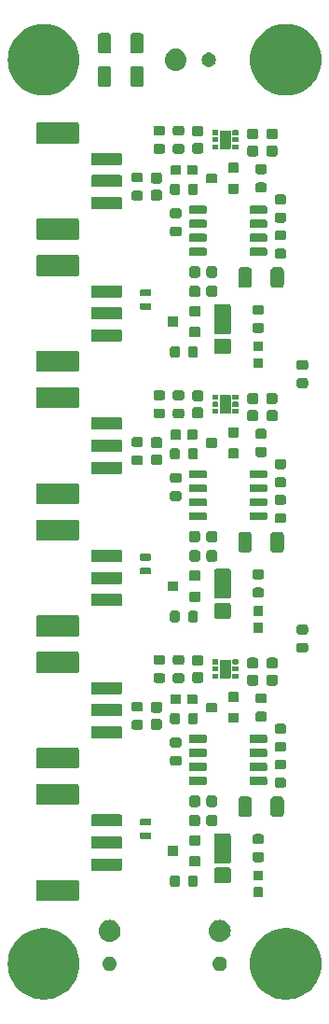
<source format=gbr>
%TF.GenerationSoftware,KiCad,Pcbnew,8.0.4*%
%TF.CreationDate,2024-08-16T18:46:30+09:00*%
%TF.ProjectId,accel-brake-sig-converter-board,61636365-6c2d-4627-9261-6b652d736967,rev?*%
%TF.SameCoordinates,Original*%
%TF.FileFunction,Soldermask,Top*%
%TF.FilePolarity,Negative*%
%FSLAX46Y46*%
G04 Gerber Fmt 4.6, Leading zero omitted, Abs format (unit mm)*
G04 Created by KiCad (PCBNEW 8.0.4) date 2024-08-16 18:46:30*
%MOMM*%
%LPD*%
G01*
G04 APERTURE LIST*
G04 APERTURE END LIST*
G36*
X4525791Y-82792814D02*
G01*
X4869467Y-82868463D01*
X5202949Y-82980826D01*
X5522327Y-83128586D01*
X5823858Y-83310011D01*
X6104005Y-83522973D01*
X6359485Y-83764977D01*
X6587302Y-84033184D01*
X6784786Y-84324450D01*
X6949620Y-84635360D01*
X7079873Y-84962270D01*
X7174017Y-85301346D01*
X7230948Y-85648613D01*
X7250000Y-86000000D01*
X7230948Y-86351387D01*
X7174017Y-86698654D01*
X7079873Y-87037730D01*
X6949620Y-87364640D01*
X6784786Y-87675550D01*
X6587302Y-87966816D01*
X6359485Y-88235023D01*
X6104005Y-88477027D01*
X5823858Y-88689989D01*
X5522327Y-88871414D01*
X5202949Y-89019174D01*
X4869467Y-89131537D01*
X4525791Y-89207186D01*
X4175951Y-89245234D01*
X3824049Y-89245234D01*
X3474209Y-89207186D01*
X3130533Y-89131537D01*
X2797051Y-89019174D01*
X2477673Y-88871414D01*
X2176142Y-88689989D01*
X1895995Y-88477027D01*
X1640515Y-88235023D01*
X1412698Y-87966816D01*
X1215214Y-87675550D01*
X1050380Y-87364640D01*
X920127Y-87037730D01*
X825983Y-86698654D01*
X769052Y-86351387D01*
X750000Y-86000000D01*
X769052Y-85648613D01*
X825983Y-85301346D01*
X920127Y-84962270D01*
X1050380Y-84635360D01*
X1215214Y-84324450D01*
X1412698Y-84033184D01*
X1640515Y-83764977D01*
X1895995Y-83522973D01*
X2176142Y-83310011D01*
X2477673Y-83128586D01*
X2797051Y-82980826D01*
X3130533Y-82868463D01*
X3474209Y-82792814D01*
X3824049Y-82754766D01*
X4175951Y-82754766D01*
X4525791Y-82792814D01*
G37*
G36*
X26525791Y-82792814D02*
G01*
X26869467Y-82868463D01*
X27202949Y-82980826D01*
X27522327Y-83128586D01*
X27823858Y-83310011D01*
X28104005Y-83522973D01*
X28359485Y-83764977D01*
X28587302Y-84033184D01*
X28784786Y-84324450D01*
X28949620Y-84635360D01*
X29079873Y-84962270D01*
X29174017Y-85301346D01*
X29230948Y-85648613D01*
X29250000Y-86000000D01*
X29230948Y-86351387D01*
X29174017Y-86698654D01*
X29079873Y-87037730D01*
X28949620Y-87364640D01*
X28784786Y-87675550D01*
X28587302Y-87966816D01*
X28359485Y-88235023D01*
X28104005Y-88477027D01*
X27823858Y-88689989D01*
X27522327Y-88871414D01*
X27202949Y-89019174D01*
X26869467Y-89131537D01*
X26525791Y-89207186D01*
X26175951Y-89245234D01*
X25824049Y-89245234D01*
X25474209Y-89207186D01*
X25130533Y-89131537D01*
X24797051Y-89019174D01*
X24477673Y-88871414D01*
X24176142Y-88689989D01*
X23895995Y-88477027D01*
X23640515Y-88235023D01*
X23412698Y-87966816D01*
X23215214Y-87675550D01*
X23050380Y-87364640D01*
X22920127Y-87037730D01*
X22825983Y-86698654D01*
X22769052Y-86351387D01*
X22750000Y-86000000D01*
X22769052Y-85648613D01*
X22825983Y-85301346D01*
X22920127Y-84962270D01*
X23050380Y-84635360D01*
X23215214Y-84324450D01*
X23412698Y-84033184D01*
X23640515Y-83764977D01*
X23895995Y-83522973D01*
X24176142Y-83310011D01*
X24477673Y-83128586D01*
X24797051Y-82980826D01*
X25130533Y-82868463D01*
X25474209Y-82792814D01*
X25824049Y-82754766D01*
X26175951Y-82754766D01*
X26525791Y-82792814D01*
G37*
G36*
X10230493Y-85392239D02*
G01*
X10369242Y-85465060D01*
X10486532Y-85568970D01*
X10575546Y-85697930D01*
X10631112Y-85844445D01*
X10650000Y-86000000D01*
X10631112Y-86155555D01*
X10575546Y-86302070D01*
X10486532Y-86431030D01*
X10369242Y-86534940D01*
X10230493Y-86607761D01*
X10078349Y-86645261D01*
X9921651Y-86645261D01*
X9769507Y-86607761D01*
X9630758Y-86534940D01*
X9513468Y-86431030D01*
X9424454Y-86302070D01*
X9368888Y-86155555D01*
X9350000Y-86000000D01*
X9368888Y-85844445D01*
X9424454Y-85697930D01*
X9513468Y-85568970D01*
X9630758Y-85465060D01*
X9769507Y-85392239D01*
X9921651Y-85354739D01*
X10078349Y-85354739D01*
X10230493Y-85392239D01*
G37*
G36*
X20230493Y-85392239D02*
G01*
X20369242Y-85465060D01*
X20486532Y-85568970D01*
X20575546Y-85697930D01*
X20631112Y-85844445D01*
X20650000Y-86000000D01*
X20631112Y-86155555D01*
X20575546Y-86302070D01*
X20486532Y-86431030D01*
X20369242Y-86534940D01*
X20230493Y-86607761D01*
X20078349Y-86645261D01*
X19921651Y-86645261D01*
X19769507Y-86607761D01*
X19630758Y-86534940D01*
X19513468Y-86431030D01*
X19424454Y-86302070D01*
X19368888Y-86155555D01*
X19350000Y-86000000D01*
X19368888Y-85844445D01*
X19424454Y-85697930D01*
X19513468Y-85568970D01*
X19630758Y-85465060D01*
X19769507Y-85392239D01*
X19921651Y-85354739D01*
X20078349Y-85354739D01*
X20230493Y-85392239D01*
G37*
G36*
X10195090Y-82019215D02*
G01*
X10382683Y-82076120D01*
X10555570Y-82168530D01*
X10707107Y-82292893D01*
X10831470Y-82444430D01*
X10923880Y-82617317D01*
X10980785Y-82804910D01*
X11000000Y-83000000D01*
X10980785Y-83195090D01*
X10923880Y-83382683D01*
X10831470Y-83555570D01*
X10707107Y-83707107D01*
X10555570Y-83831470D01*
X10382683Y-83923880D01*
X10195090Y-83980785D01*
X10000000Y-84000000D01*
X9804910Y-83980785D01*
X9617317Y-83923880D01*
X9444430Y-83831470D01*
X9292893Y-83707107D01*
X9168530Y-83555570D01*
X9076120Y-83382683D01*
X9019215Y-83195090D01*
X9000000Y-83000000D01*
X9019215Y-82804910D01*
X9076120Y-82617317D01*
X9168530Y-82444430D01*
X9292893Y-82292893D01*
X9444430Y-82168530D01*
X9617317Y-82076120D01*
X9804910Y-82019215D01*
X10000000Y-82000000D01*
X10195090Y-82019215D01*
G37*
G36*
X20195090Y-82019215D02*
G01*
X20382683Y-82076120D01*
X20555570Y-82168530D01*
X20707107Y-82292893D01*
X20831470Y-82444430D01*
X20923880Y-82617317D01*
X20980785Y-82804910D01*
X21000000Y-83000000D01*
X20980785Y-83195090D01*
X20923880Y-83382683D01*
X20831470Y-83555570D01*
X20707107Y-83707107D01*
X20555570Y-83831470D01*
X20382683Y-83923880D01*
X20195090Y-83980785D01*
X20000000Y-84000000D01*
X19804910Y-83980785D01*
X19617317Y-83923880D01*
X19444430Y-83831470D01*
X19292893Y-83707107D01*
X19168530Y-83555570D01*
X19076120Y-83382683D01*
X19019215Y-83195090D01*
X19000000Y-83000000D01*
X19019215Y-82804910D01*
X19076120Y-82617317D01*
X19168530Y-82444430D01*
X19292893Y-82292893D01*
X19444430Y-82168530D01*
X19617317Y-82076120D01*
X19804910Y-82019215D01*
X20000000Y-82000000D01*
X20195090Y-82019215D01*
G37*
G36*
X7113576Y-78410657D02*
G01*
X7158995Y-78441005D01*
X7189343Y-78486424D01*
X7200000Y-78540000D01*
X7200000Y-80160000D01*
X7189343Y-80213576D01*
X7158995Y-80258995D01*
X7113576Y-80289343D01*
X7060000Y-80300000D01*
X3440000Y-80300000D01*
X3386424Y-80289343D01*
X3341005Y-80258995D01*
X3310657Y-80213576D01*
X3300000Y-80160000D01*
X3300000Y-78540000D01*
X3310657Y-78486424D01*
X3341005Y-78441005D01*
X3386424Y-78410657D01*
X3440000Y-78400000D01*
X7060000Y-78400000D01*
X7113576Y-78410657D01*
G37*
G36*
X23888268Y-79057612D02*
G01*
X23920711Y-79079289D01*
X23942388Y-79111732D01*
X23950000Y-79150000D01*
X23950000Y-79850000D01*
X23942388Y-79888268D01*
X23920711Y-79920711D01*
X23888268Y-79942388D01*
X23850000Y-79950000D01*
X23150000Y-79950000D01*
X23111732Y-79942388D01*
X23079289Y-79920711D01*
X23057612Y-79888268D01*
X23050000Y-79850000D01*
X23050000Y-79150000D01*
X23057612Y-79111732D01*
X23079289Y-79079289D01*
X23111732Y-79057612D01*
X23150000Y-79050000D01*
X23850000Y-79050000D01*
X23888268Y-79057612D01*
G37*
G36*
X16129047Y-77975805D02*
G01*
X16180408Y-77981764D01*
X16197954Y-77989511D01*
X16220671Y-77994030D01*
X16244991Y-78010280D01*
X16265793Y-78019465D01*
X16280000Y-78033672D01*
X16301777Y-78048223D01*
X16316327Y-78069999D01*
X16330534Y-78084206D01*
X16339718Y-78105006D01*
X16355970Y-78129329D01*
X16360489Y-78152048D01*
X16368235Y-78169591D01*
X16374192Y-78220940D01*
X16375000Y-78225000D01*
X16375000Y-78775000D01*
X16374192Y-78779059D01*
X16368235Y-78830408D01*
X16360489Y-78847950D01*
X16355970Y-78870671D01*
X16339716Y-78894995D01*
X16330534Y-78915793D01*
X16316329Y-78929997D01*
X16301777Y-78951777D01*
X16279997Y-78966329D01*
X16265793Y-78980534D01*
X16244995Y-78989716D01*
X16220671Y-79005970D01*
X16197950Y-79010489D01*
X16180408Y-79018235D01*
X16129061Y-79024192D01*
X16125000Y-79025000D01*
X15725000Y-79025000D01*
X15720941Y-79024192D01*
X15669591Y-79018235D01*
X15652048Y-79010489D01*
X15629329Y-79005970D01*
X15605006Y-78989718D01*
X15584206Y-78980534D01*
X15569999Y-78966327D01*
X15548223Y-78951777D01*
X15533672Y-78930000D01*
X15519465Y-78915793D01*
X15510280Y-78894991D01*
X15494030Y-78870671D01*
X15489511Y-78847954D01*
X15481764Y-78830408D01*
X15475805Y-78779049D01*
X15475000Y-78775000D01*
X15475000Y-78225000D01*
X15475804Y-78220953D01*
X15481764Y-78169591D01*
X15489511Y-78152043D01*
X15494030Y-78129329D01*
X15510278Y-78105010D01*
X15519465Y-78084206D01*
X15533674Y-78069996D01*
X15548223Y-78048223D01*
X15569996Y-78033674D01*
X15584206Y-78019465D01*
X15605010Y-78010278D01*
X15629329Y-77994030D01*
X15652043Y-77989511D01*
X15669591Y-77981764D01*
X15720952Y-77975805D01*
X15725000Y-77975000D01*
X16125000Y-77975000D01*
X16129047Y-77975805D01*
G37*
G36*
X17779047Y-77975805D02*
G01*
X17830408Y-77981764D01*
X17847954Y-77989511D01*
X17870671Y-77994030D01*
X17894991Y-78010280D01*
X17915793Y-78019465D01*
X17930000Y-78033672D01*
X17951777Y-78048223D01*
X17966327Y-78069999D01*
X17980534Y-78084206D01*
X17989718Y-78105006D01*
X18005970Y-78129329D01*
X18010489Y-78152048D01*
X18018235Y-78169591D01*
X18024192Y-78220940D01*
X18025000Y-78225000D01*
X18025000Y-78775000D01*
X18024192Y-78779059D01*
X18018235Y-78830408D01*
X18010489Y-78847950D01*
X18005970Y-78870671D01*
X17989716Y-78894995D01*
X17980534Y-78915793D01*
X17966329Y-78929997D01*
X17951777Y-78951777D01*
X17929997Y-78966329D01*
X17915793Y-78980534D01*
X17894995Y-78989716D01*
X17870671Y-79005970D01*
X17847950Y-79010489D01*
X17830408Y-79018235D01*
X17779061Y-79024192D01*
X17775000Y-79025000D01*
X17375000Y-79025000D01*
X17370941Y-79024192D01*
X17319591Y-79018235D01*
X17302048Y-79010489D01*
X17279329Y-79005970D01*
X17255006Y-78989718D01*
X17234206Y-78980534D01*
X17219999Y-78966327D01*
X17198223Y-78951777D01*
X17183672Y-78930000D01*
X17169465Y-78915793D01*
X17160280Y-78894991D01*
X17144030Y-78870671D01*
X17139511Y-78847954D01*
X17131764Y-78830408D01*
X17125805Y-78779049D01*
X17125000Y-78775000D01*
X17125000Y-78225000D01*
X17125804Y-78220953D01*
X17131764Y-78169591D01*
X17139511Y-78152043D01*
X17144030Y-78129329D01*
X17160278Y-78105010D01*
X17169465Y-78084206D01*
X17183674Y-78069996D01*
X17198223Y-78048223D01*
X17219996Y-78033674D01*
X17234206Y-78019465D01*
X17255010Y-78010278D01*
X17279329Y-77994030D01*
X17302043Y-77989511D01*
X17319591Y-77981764D01*
X17370952Y-77975805D01*
X17375000Y-77975000D01*
X17775000Y-77975000D01*
X17779047Y-77975805D01*
G37*
G36*
X20907403Y-77286418D02*
G01*
X20956066Y-77318934D01*
X20988582Y-77367597D01*
X21000000Y-77425000D01*
X21000000Y-78525000D01*
X20988582Y-78582403D01*
X20956066Y-78631066D01*
X20907403Y-78663582D01*
X20850000Y-78675000D01*
X19650000Y-78675000D01*
X19592597Y-78663582D01*
X19543934Y-78631066D01*
X19511418Y-78582403D01*
X19500000Y-78525000D01*
X19500000Y-77425000D01*
X19511418Y-77367597D01*
X19543934Y-77318934D01*
X19592597Y-77286418D01*
X19650000Y-77275000D01*
X20850000Y-77275000D01*
X20907403Y-77286418D01*
G37*
G36*
X23888268Y-77557612D02*
G01*
X23920711Y-77579289D01*
X23942388Y-77611732D01*
X23950000Y-77650000D01*
X23950000Y-78350000D01*
X23942388Y-78388268D01*
X23920711Y-78420711D01*
X23888268Y-78442388D01*
X23850000Y-78450000D01*
X23150000Y-78450000D01*
X23111732Y-78442388D01*
X23079289Y-78420711D01*
X23057612Y-78388268D01*
X23050000Y-78350000D01*
X23050000Y-77650000D01*
X23057612Y-77611732D01*
X23079289Y-77579289D01*
X23111732Y-77557612D01*
X23150000Y-77550000D01*
X23850000Y-77550000D01*
X23888268Y-77557612D01*
G37*
G36*
X11038268Y-76457612D02*
G01*
X11070711Y-76479289D01*
X11092388Y-76511732D01*
X11100000Y-76550000D01*
X11100000Y-77450000D01*
X11092388Y-77488268D01*
X11070711Y-77520711D01*
X11038268Y-77542388D01*
X11000000Y-77550000D01*
X8400000Y-77550000D01*
X8361732Y-77542388D01*
X8329289Y-77520711D01*
X8307612Y-77488268D01*
X8300000Y-77450000D01*
X8300000Y-76550000D01*
X8307612Y-76511732D01*
X8329289Y-76479289D01*
X8361732Y-76457612D01*
X8400000Y-76450000D01*
X11000000Y-76450000D01*
X11038268Y-76457612D01*
G37*
G36*
X18188268Y-76257612D02*
G01*
X18220711Y-76279289D01*
X18242388Y-76311732D01*
X18250000Y-76350000D01*
X18250000Y-77050000D01*
X18242388Y-77088268D01*
X18220711Y-77120711D01*
X18188268Y-77142388D01*
X18150000Y-77150000D01*
X17350000Y-77150000D01*
X17311732Y-77142388D01*
X17279289Y-77120711D01*
X17257612Y-77088268D01*
X17250000Y-77050000D01*
X17250000Y-76350000D01*
X17257612Y-76311732D01*
X17279289Y-76279289D01*
X17311732Y-76257612D01*
X17350000Y-76250000D01*
X18150000Y-76250000D01*
X18188268Y-76257612D01*
G37*
G36*
X20907403Y-74186418D02*
G01*
X20956066Y-74218934D01*
X20988582Y-74267597D01*
X21000000Y-74325000D01*
X21000000Y-76725000D01*
X20988582Y-76782403D01*
X20956066Y-76831066D01*
X20907403Y-76863582D01*
X20850000Y-76875000D01*
X19650000Y-76875000D01*
X19592597Y-76863582D01*
X19543934Y-76831066D01*
X19511418Y-76782403D01*
X19500000Y-76725000D01*
X19500000Y-74325000D01*
X19511418Y-74267597D01*
X19543934Y-74218934D01*
X19592597Y-74186418D01*
X19650000Y-74175000D01*
X20850000Y-74175000D01*
X20907403Y-74186418D01*
G37*
G36*
X23779047Y-75875805D02*
G01*
X23830408Y-75881764D01*
X23847954Y-75889511D01*
X23870671Y-75894030D01*
X23894991Y-75910280D01*
X23915793Y-75919465D01*
X23930000Y-75933672D01*
X23951777Y-75948223D01*
X23966327Y-75969999D01*
X23980534Y-75984206D01*
X23989718Y-76005006D01*
X24005970Y-76029329D01*
X24010489Y-76052048D01*
X24018235Y-76069591D01*
X24024192Y-76120940D01*
X24025000Y-76125000D01*
X24025000Y-76525000D01*
X24024192Y-76529059D01*
X24018235Y-76580408D01*
X24010489Y-76597950D01*
X24005970Y-76620671D01*
X23989716Y-76644995D01*
X23980534Y-76665793D01*
X23966329Y-76679997D01*
X23951777Y-76701777D01*
X23929997Y-76716329D01*
X23915793Y-76730534D01*
X23894995Y-76739716D01*
X23870671Y-76755970D01*
X23847950Y-76760489D01*
X23830408Y-76768235D01*
X23779061Y-76774192D01*
X23775000Y-76775000D01*
X23225000Y-76775000D01*
X23220941Y-76774192D01*
X23169591Y-76768235D01*
X23152048Y-76760489D01*
X23129329Y-76755970D01*
X23105006Y-76739718D01*
X23084206Y-76730534D01*
X23069999Y-76716327D01*
X23048223Y-76701777D01*
X23033672Y-76680000D01*
X23019465Y-76665793D01*
X23010280Y-76644991D01*
X22994030Y-76620671D01*
X22989511Y-76597954D01*
X22981764Y-76580408D01*
X22975805Y-76529049D01*
X22975000Y-76525000D01*
X22975000Y-76125000D01*
X22975804Y-76120953D01*
X22981764Y-76069591D01*
X22989511Y-76052043D01*
X22994030Y-76029329D01*
X23010278Y-76005010D01*
X23019465Y-75984206D01*
X23033674Y-75969996D01*
X23048223Y-75948223D01*
X23069996Y-75933674D01*
X23084206Y-75919465D01*
X23105010Y-75910278D01*
X23129329Y-75894030D01*
X23152043Y-75889511D01*
X23169591Y-75881764D01*
X23220952Y-75875805D01*
X23225000Y-75875000D01*
X23775000Y-75875000D01*
X23779047Y-75875805D01*
G37*
G36*
X16188268Y-75307612D02*
G01*
X16220711Y-75329289D01*
X16242388Y-75361732D01*
X16250000Y-75400000D01*
X16250000Y-76100000D01*
X16242388Y-76138268D01*
X16220711Y-76170711D01*
X16188268Y-76192388D01*
X16150000Y-76200000D01*
X15350000Y-76200000D01*
X15311732Y-76192388D01*
X15279289Y-76170711D01*
X15257612Y-76138268D01*
X15250000Y-76100000D01*
X15250000Y-75400000D01*
X15257612Y-75361732D01*
X15279289Y-75329289D01*
X15311732Y-75307612D01*
X15350000Y-75300000D01*
X16150000Y-75300000D01*
X16188268Y-75307612D01*
G37*
G36*
X11038268Y-74457612D02*
G01*
X11070711Y-74479289D01*
X11092388Y-74511732D01*
X11100000Y-74550000D01*
X11100000Y-75450000D01*
X11092388Y-75488268D01*
X11070711Y-75520711D01*
X11038268Y-75542388D01*
X11000000Y-75550000D01*
X8400000Y-75550000D01*
X8361732Y-75542388D01*
X8329289Y-75520711D01*
X8307612Y-75488268D01*
X8300000Y-75450000D01*
X8300000Y-74550000D01*
X8307612Y-74511732D01*
X8329289Y-74479289D01*
X8361732Y-74457612D01*
X8400000Y-74450000D01*
X11000000Y-74450000D01*
X11038268Y-74457612D01*
G37*
G36*
X18188268Y-74357612D02*
G01*
X18220711Y-74379289D01*
X18242388Y-74411732D01*
X18250000Y-74450000D01*
X18250000Y-75150000D01*
X18242388Y-75188268D01*
X18220711Y-75220711D01*
X18188268Y-75242388D01*
X18150000Y-75250000D01*
X17350000Y-75250000D01*
X17311732Y-75242388D01*
X17279289Y-75220711D01*
X17257612Y-75188268D01*
X17250000Y-75150000D01*
X17250000Y-74450000D01*
X17257612Y-74411732D01*
X17279289Y-74379289D01*
X17311732Y-74357612D01*
X17350000Y-74350000D01*
X18150000Y-74350000D01*
X18188268Y-74357612D01*
G37*
G36*
X23779047Y-74225805D02*
G01*
X23830408Y-74231764D01*
X23847954Y-74239511D01*
X23870671Y-74244030D01*
X23894991Y-74260280D01*
X23915793Y-74269465D01*
X23930000Y-74283672D01*
X23951777Y-74298223D01*
X23966327Y-74319999D01*
X23980534Y-74334206D01*
X23989718Y-74355006D01*
X24005970Y-74379329D01*
X24010489Y-74402048D01*
X24018235Y-74419591D01*
X24024192Y-74470940D01*
X24025000Y-74475000D01*
X24025000Y-74875000D01*
X24024192Y-74879059D01*
X24018235Y-74930408D01*
X24010489Y-74947950D01*
X24005970Y-74970671D01*
X23989716Y-74994995D01*
X23980534Y-75015793D01*
X23966329Y-75029997D01*
X23951777Y-75051777D01*
X23929997Y-75066329D01*
X23915793Y-75080534D01*
X23894995Y-75089716D01*
X23870671Y-75105970D01*
X23847950Y-75110489D01*
X23830408Y-75118235D01*
X23779061Y-75124192D01*
X23775000Y-75125000D01*
X23225000Y-75125000D01*
X23220941Y-75124192D01*
X23169591Y-75118235D01*
X23152048Y-75110489D01*
X23129329Y-75105970D01*
X23105006Y-75089718D01*
X23084206Y-75080534D01*
X23069999Y-75066327D01*
X23048223Y-75051777D01*
X23033672Y-75030000D01*
X23019465Y-75015793D01*
X23010280Y-74994991D01*
X22994030Y-74970671D01*
X22989511Y-74947954D01*
X22981764Y-74930408D01*
X22975805Y-74879049D01*
X22975000Y-74875000D01*
X22975000Y-74475000D01*
X22975804Y-74470953D01*
X22981764Y-74419591D01*
X22989511Y-74402043D01*
X22994030Y-74379329D01*
X23010278Y-74355010D01*
X23019465Y-74334206D01*
X23033674Y-74319996D01*
X23048223Y-74298223D01*
X23069996Y-74283674D01*
X23084206Y-74269465D01*
X23105010Y-74260278D01*
X23129329Y-74244030D01*
X23152043Y-74239511D01*
X23169591Y-74231764D01*
X23220952Y-74225805D01*
X23225000Y-74225000D01*
X23775000Y-74225000D01*
X23779047Y-74225805D01*
G37*
G36*
X13688268Y-74082612D02*
G01*
X13720711Y-74104289D01*
X13742388Y-74136732D01*
X13750000Y-74175000D01*
X13750000Y-74575000D01*
X13742388Y-74613268D01*
X13720711Y-74645711D01*
X13688268Y-74667388D01*
X13650000Y-74675000D01*
X12850000Y-74675000D01*
X12811732Y-74667388D01*
X12779289Y-74645711D01*
X12757612Y-74613268D01*
X12750000Y-74575000D01*
X12750000Y-74175000D01*
X12757612Y-74136732D01*
X12779289Y-74104289D01*
X12811732Y-74082612D01*
X12850000Y-74075000D01*
X13650000Y-74075000D01*
X13688268Y-74082612D01*
G37*
G36*
X11038268Y-72457612D02*
G01*
X11070711Y-72479289D01*
X11092388Y-72511732D01*
X11100000Y-72550000D01*
X11100000Y-73450000D01*
X11092388Y-73488268D01*
X11070711Y-73520711D01*
X11038268Y-73542388D01*
X11000000Y-73550000D01*
X8400000Y-73550000D01*
X8361732Y-73542388D01*
X8329289Y-73520711D01*
X8307612Y-73488268D01*
X8300000Y-73450000D01*
X8300000Y-72550000D01*
X8307612Y-72511732D01*
X8329289Y-72479289D01*
X8361732Y-72457612D01*
X8400000Y-72450000D01*
X11000000Y-72450000D01*
X11038268Y-72457612D01*
G37*
G36*
X17956409Y-72476275D02*
G01*
X18019958Y-72484641D01*
X18035943Y-72492095D01*
X18055238Y-72495933D01*
X18080792Y-72513008D01*
X18107290Y-72525364D01*
X18123412Y-72541486D01*
X18144454Y-72555546D01*
X18158513Y-72576587D01*
X18174635Y-72592709D01*
X18186990Y-72619204D01*
X18204067Y-72644762D01*
X18207905Y-72664058D01*
X18215358Y-72680041D01*
X18223722Y-72743577D01*
X18225000Y-72750000D01*
X18225000Y-73250000D01*
X18223722Y-73256424D01*
X18215358Y-73319958D01*
X18207905Y-73335939D01*
X18204067Y-73355238D01*
X18186988Y-73380797D01*
X18174635Y-73407290D01*
X18158516Y-73423408D01*
X18144454Y-73444454D01*
X18123408Y-73458516D01*
X18107290Y-73474635D01*
X18080797Y-73486988D01*
X18055238Y-73504067D01*
X18035939Y-73507905D01*
X18019958Y-73515358D01*
X17956424Y-73523722D01*
X17950000Y-73525000D01*
X17500000Y-73525000D01*
X17493577Y-73523722D01*
X17430041Y-73515358D01*
X17414058Y-73507905D01*
X17394762Y-73504067D01*
X17369204Y-73486990D01*
X17342709Y-73474635D01*
X17326587Y-73458513D01*
X17305546Y-73444454D01*
X17291486Y-73423412D01*
X17275364Y-73407290D01*
X17263008Y-73380792D01*
X17245933Y-73355238D01*
X17242095Y-73335943D01*
X17234641Y-73319958D01*
X17226275Y-73256409D01*
X17225000Y-73250000D01*
X17225000Y-72750000D01*
X17226274Y-72743592D01*
X17234641Y-72680041D01*
X17242095Y-72664054D01*
X17245933Y-72644762D01*
X17263006Y-72619209D01*
X17275364Y-72592709D01*
X17291488Y-72576584D01*
X17305546Y-72555546D01*
X17326584Y-72541488D01*
X17342709Y-72525364D01*
X17369209Y-72513006D01*
X17394762Y-72495933D01*
X17414054Y-72492095D01*
X17430041Y-72484641D01*
X17493592Y-72476274D01*
X17500000Y-72475000D01*
X17950000Y-72475000D01*
X17956409Y-72476275D01*
G37*
G36*
X19506409Y-72476275D02*
G01*
X19569958Y-72484641D01*
X19585943Y-72492095D01*
X19605238Y-72495933D01*
X19630792Y-72513008D01*
X19657290Y-72525364D01*
X19673412Y-72541486D01*
X19694454Y-72555546D01*
X19708513Y-72576587D01*
X19724635Y-72592709D01*
X19736990Y-72619204D01*
X19754067Y-72644762D01*
X19757905Y-72664058D01*
X19765358Y-72680041D01*
X19773722Y-72743577D01*
X19775000Y-72750000D01*
X19775000Y-73250000D01*
X19773722Y-73256424D01*
X19765358Y-73319958D01*
X19757905Y-73335939D01*
X19754067Y-73355238D01*
X19736988Y-73380797D01*
X19724635Y-73407290D01*
X19708516Y-73423408D01*
X19694454Y-73444454D01*
X19673408Y-73458516D01*
X19657290Y-73474635D01*
X19630797Y-73486988D01*
X19605238Y-73504067D01*
X19585939Y-73507905D01*
X19569958Y-73515358D01*
X19506424Y-73523722D01*
X19500000Y-73525000D01*
X19050000Y-73525000D01*
X19043577Y-73523722D01*
X18980041Y-73515358D01*
X18964058Y-73507905D01*
X18944762Y-73504067D01*
X18919204Y-73486990D01*
X18892709Y-73474635D01*
X18876587Y-73458513D01*
X18855546Y-73444454D01*
X18841486Y-73423412D01*
X18825364Y-73407290D01*
X18813008Y-73380792D01*
X18795933Y-73355238D01*
X18792095Y-73335943D01*
X18784641Y-73319958D01*
X18776275Y-73256409D01*
X18775000Y-73250000D01*
X18775000Y-72750000D01*
X18776274Y-72743592D01*
X18784641Y-72680041D01*
X18792095Y-72664054D01*
X18795933Y-72644762D01*
X18813006Y-72619209D01*
X18825364Y-72592709D01*
X18841488Y-72576584D01*
X18855546Y-72555546D01*
X18876584Y-72541488D01*
X18892709Y-72525364D01*
X18919209Y-72513006D01*
X18944762Y-72495933D01*
X18964054Y-72492095D01*
X18980041Y-72484641D01*
X19043592Y-72476274D01*
X19050000Y-72475000D01*
X19500000Y-72475000D01*
X19506409Y-72476275D01*
G37*
G36*
X13688268Y-72832612D02*
G01*
X13720711Y-72854289D01*
X13742388Y-72886732D01*
X13750000Y-72925000D01*
X13750000Y-73325000D01*
X13742388Y-73363268D01*
X13720711Y-73395711D01*
X13688268Y-73417388D01*
X13650000Y-73425000D01*
X12850000Y-73425000D01*
X12811732Y-73417388D01*
X12779289Y-73395711D01*
X12757612Y-73363268D01*
X12750000Y-73325000D01*
X12750000Y-72925000D01*
X12757612Y-72886732D01*
X12779289Y-72854289D01*
X12811732Y-72832612D01*
X12850000Y-72825000D01*
X13650000Y-72825000D01*
X13688268Y-72832612D01*
G37*
G36*
X22668685Y-70832969D02*
G01*
X22677358Y-70836798D01*
X22684925Y-70837901D01*
X22732223Y-70861023D01*
X22769541Y-70877501D01*
X22772996Y-70880956D01*
X22773920Y-70881408D01*
X22843591Y-70951079D01*
X22844042Y-70952002D01*
X22847499Y-70955459D01*
X22863978Y-70992782D01*
X22887098Y-71040073D01*
X22888200Y-71047639D01*
X22892031Y-71056315D01*
X22900000Y-71125000D01*
X22900000Y-72375000D01*
X22892031Y-72443685D01*
X22888199Y-72452361D01*
X22887098Y-72459925D01*
X22863985Y-72507202D01*
X22847499Y-72544541D01*
X22844041Y-72547998D01*
X22843591Y-72548920D01*
X22773920Y-72618591D01*
X22772998Y-72619041D01*
X22769541Y-72622499D01*
X22732207Y-72638983D01*
X22684926Y-72662098D01*
X22677361Y-72663200D01*
X22668685Y-72667031D01*
X22600000Y-72675000D01*
X21975000Y-72675000D01*
X21906315Y-72667031D01*
X21897638Y-72663200D01*
X21890074Y-72662098D01*
X21842787Y-72638981D01*
X21805459Y-72622499D01*
X21802002Y-72619042D01*
X21801079Y-72618591D01*
X21731408Y-72548920D01*
X21730956Y-72547996D01*
X21727501Y-72544541D01*
X21711025Y-72507228D01*
X21687901Y-72459926D01*
X21686798Y-72452357D01*
X21682969Y-72443685D01*
X21675000Y-72375000D01*
X21675000Y-71125000D01*
X21682969Y-71056315D01*
X21686798Y-71047642D01*
X21687901Y-71040074D01*
X21711028Y-70992766D01*
X21727501Y-70955459D01*
X21730955Y-70952004D01*
X21731408Y-70951079D01*
X21801079Y-70881408D01*
X21802004Y-70880955D01*
X21805459Y-70877501D01*
X21842761Y-70861030D01*
X21890073Y-70837901D01*
X21897642Y-70836798D01*
X21906315Y-70832969D01*
X21975000Y-70825000D01*
X22600000Y-70825000D01*
X22668685Y-70832969D01*
G37*
G36*
X25593685Y-70832969D02*
G01*
X25602358Y-70836798D01*
X25609925Y-70837901D01*
X25657223Y-70861023D01*
X25694541Y-70877501D01*
X25697996Y-70880956D01*
X25698920Y-70881408D01*
X25768591Y-70951079D01*
X25769042Y-70952002D01*
X25772499Y-70955459D01*
X25788978Y-70992782D01*
X25812098Y-71040073D01*
X25813200Y-71047639D01*
X25817031Y-71056315D01*
X25825000Y-71125000D01*
X25825000Y-72375000D01*
X25817031Y-72443685D01*
X25813199Y-72452361D01*
X25812098Y-72459925D01*
X25788985Y-72507202D01*
X25772499Y-72544541D01*
X25769041Y-72547998D01*
X25768591Y-72548920D01*
X25698920Y-72618591D01*
X25697998Y-72619041D01*
X25694541Y-72622499D01*
X25657207Y-72638983D01*
X25609926Y-72662098D01*
X25602361Y-72663200D01*
X25593685Y-72667031D01*
X25525000Y-72675000D01*
X24900000Y-72675000D01*
X24831315Y-72667031D01*
X24822638Y-72663200D01*
X24815074Y-72662098D01*
X24767787Y-72638981D01*
X24730459Y-72622499D01*
X24727002Y-72619042D01*
X24726079Y-72618591D01*
X24656408Y-72548920D01*
X24655956Y-72547996D01*
X24652501Y-72544541D01*
X24636025Y-72507228D01*
X24612901Y-72459926D01*
X24611798Y-72452357D01*
X24607969Y-72443685D01*
X24600000Y-72375000D01*
X24600000Y-71125000D01*
X24607969Y-71056315D01*
X24611798Y-71047642D01*
X24612901Y-71040074D01*
X24636028Y-70992766D01*
X24652501Y-70955459D01*
X24655955Y-70952004D01*
X24656408Y-70951079D01*
X24726079Y-70881408D01*
X24727004Y-70880955D01*
X24730459Y-70877501D01*
X24767761Y-70861030D01*
X24815073Y-70837901D01*
X24822642Y-70836798D01*
X24831315Y-70832969D01*
X24900000Y-70825000D01*
X25525000Y-70825000D01*
X25593685Y-70832969D01*
G37*
G36*
X17956409Y-70726275D02*
G01*
X18019958Y-70734641D01*
X18035943Y-70742095D01*
X18055238Y-70745933D01*
X18080792Y-70763008D01*
X18107290Y-70775364D01*
X18123412Y-70791486D01*
X18144454Y-70805546D01*
X18158513Y-70826587D01*
X18174635Y-70842709D01*
X18186990Y-70869204D01*
X18204067Y-70894762D01*
X18207905Y-70914058D01*
X18215358Y-70930041D01*
X18223722Y-70993577D01*
X18225000Y-71000000D01*
X18225000Y-71500000D01*
X18223722Y-71506424D01*
X18215358Y-71569958D01*
X18207905Y-71585939D01*
X18204067Y-71605238D01*
X18186988Y-71630797D01*
X18174635Y-71657290D01*
X18158516Y-71673408D01*
X18144454Y-71694454D01*
X18123408Y-71708516D01*
X18107290Y-71724635D01*
X18080797Y-71736988D01*
X18055238Y-71754067D01*
X18035939Y-71757905D01*
X18019958Y-71765358D01*
X17956424Y-71773722D01*
X17950000Y-71775000D01*
X17500000Y-71775000D01*
X17493577Y-71773722D01*
X17430041Y-71765358D01*
X17414058Y-71757905D01*
X17394762Y-71754067D01*
X17369204Y-71736990D01*
X17342709Y-71724635D01*
X17326587Y-71708513D01*
X17305546Y-71694454D01*
X17291486Y-71673412D01*
X17275364Y-71657290D01*
X17263008Y-71630792D01*
X17245933Y-71605238D01*
X17242095Y-71585943D01*
X17234641Y-71569958D01*
X17226275Y-71506409D01*
X17225000Y-71500000D01*
X17225000Y-71000000D01*
X17226274Y-70993592D01*
X17234641Y-70930041D01*
X17242095Y-70914054D01*
X17245933Y-70894762D01*
X17263006Y-70869209D01*
X17275364Y-70842709D01*
X17291488Y-70826584D01*
X17305546Y-70805546D01*
X17326584Y-70791488D01*
X17342709Y-70775364D01*
X17369209Y-70763006D01*
X17394762Y-70745933D01*
X17414054Y-70742095D01*
X17430041Y-70734641D01*
X17493592Y-70726274D01*
X17500000Y-70725000D01*
X17950000Y-70725000D01*
X17956409Y-70726275D01*
G37*
G36*
X19506409Y-70726275D02*
G01*
X19569958Y-70734641D01*
X19585943Y-70742095D01*
X19605238Y-70745933D01*
X19630792Y-70763008D01*
X19657290Y-70775364D01*
X19673412Y-70791486D01*
X19694454Y-70805546D01*
X19708513Y-70826587D01*
X19724635Y-70842709D01*
X19736990Y-70869204D01*
X19754067Y-70894762D01*
X19757905Y-70914058D01*
X19765358Y-70930041D01*
X19773722Y-70993577D01*
X19775000Y-71000000D01*
X19775000Y-71500000D01*
X19773722Y-71506424D01*
X19765358Y-71569958D01*
X19757905Y-71585939D01*
X19754067Y-71605238D01*
X19736988Y-71630797D01*
X19724635Y-71657290D01*
X19708516Y-71673408D01*
X19694454Y-71694454D01*
X19673408Y-71708516D01*
X19657290Y-71724635D01*
X19630797Y-71736988D01*
X19605238Y-71754067D01*
X19585939Y-71757905D01*
X19569958Y-71765358D01*
X19506424Y-71773722D01*
X19500000Y-71775000D01*
X19050000Y-71775000D01*
X19043577Y-71773722D01*
X18980041Y-71765358D01*
X18964058Y-71757905D01*
X18944762Y-71754067D01*
X18919204Y-71736990D01*
X18892709Y-71724635D01*
X18876587Y-71708513D01*
X18855546Y-71694454D01*
X18841486Y-71673412D01*
X18825364Y-71657290D01*
X18813008Y-71630792D01*
X18795933Y-71605238D01*
X18792095Y-71585943D01*
X18784641Y-71569958D01*
X18776275Y-71506409D01*
X18775000Y-71500000D01*
X18775000Y-71000000D01*
X18776274Y-70993592D01*
X18784641Y-70930041D01*
X18792095Y-70914054D01*
X18795933Y-70894762D01*
X18813006Y-70869209D01*
X18825364Y-70842709D01*
X18841488Y-70826584D01*
X18855546Y-70805546D01*
X18876584Y-70791488D01*
X18892709Y-70775364D01*
X18919209Y-70763006D01*
X18944762Y-70745933D01*
X18964054Y-70742095D01*
X18980041Y-70734641D01*
X19043592Y-70726274D01*
X19050000Y-70725000D01*
X19500000Y-70725000D01*
X19506409Y-70726275D01*
G37*
G36*
X7113576Y-69710657D02*
G01*
X7158995Y-69741005D01*
X7189343Y-69786424D01*
X7200000Y-69840000D01*
X7200000Y-71460000D01*
X7189343Y-71513576D01*
X7158995Y-71558995D01*
X7113576Y-71589343D01*
X7060000Y-71600000D01*
X3440000Y-71600000D01*
X3386424Y-71589343D01*
X3341005Y-71558995D01*
X3310657Y-71513576D01*
X3300000Y-71460000D01*
X3300000Y-69840000D01*
X3310657Y-69786424D01*
X3341005Y-69741005D01*
X3386424Y-69710657D01*
X3440000Y-69700000D01*
X7060000Y-69700000D01*
X7113576Y-69710657D01*
G37*
G36*
X25779047Y-69125805D02*
G01*
X25830408Y-69131764D01*
X25847954Y-69139511D01*
X25870671Y-69144030D01*
X25894991Y-69160280D01*
X25915793Y-69169465D01*
X25930000Y-69183672D01*
X25951777Y-69198223D01*
X25966327Y-69219999D01*
X25980534Y-69234206D01*
X25989718Y-69255006D01*
X26005970Y-69279329D01*
X26010489Y-69302048D01*
X26018235Y-69319591D01*
X26024192Y-69370940D01*
X26025000Y-69375000D01*
X26025000Y-69775000D01*
X26024192Y-69779059D01*
X26018235Y-69830408D01*
X26010489Y-69847950D01*
X26005970Y-69870671D01*
X25989716Y-69894995D01*
X25980534Y-69915793D01*
X25966329Y-69929997D01*
X25951777Y-69951777D01*
X25929997Y-69966329D01*
X25915793Y-69980534D01*
X25894995Y-69989716D01*
X25870671Y-70005970D01*
X25847950Y-70010489D01*
X25830408Y-70018235D01*
X25779061Y-70024192D01*
X25775000Y-70025000D01*
X25225000Y-70025000D01*
X25220941Y-70024192D01*
X25169591Y-70018235D01*
X25152048Y-70010489D01*
X25129329Y-70005970D01*
X25105006Y-69989718D01*
X25084206Y-69980534D01*
X25069999Y-69966327D01*
X25048223Y-69951777D01*
X25033672Y-69930000D01*
X25019465Y-69915793D01*
X25010280Y-69894991D01*
X24994030Y-69870671D01*
X24989511Y-69847954D01*
X24981764Y-69830408D01*
X24975805Y-69779049D01*
X24975000Y-69775000D01*
X24975000Y-69375000D01*
X24975804Y-69370953D01*
X24981764Y-69319591D01*
X24989511Y-69302043D01*
X24994030Y-69279329D01*
X25010278Y-69255010D01*
X25019465Y-69234206D01*
X25033674Y-69219996D01*
X25048223Y-69198223D01*
X25069996Y-69183674D01*
X25084206Y-69169465D01*
X25105010Y-69160278D01*
X25129329Y-69144030D01*
X25152043Y-69139511D01*
X25169591Y-69131764D01*
X25220952Y-69125805D01*
X25225000Y-69125000D01*
X25775000Y-69125000D01*
X25779047Y-69125805D01*
G37*
G36*
X18738268Y-69062612D02*
G01*
X18770711Y-69084289D01*
X18792388Y-69116732D01*
X18800000Y-69155000D01*
X18800000Y-69655000D01*
X18792388Y-69693268D01*
X18770711Y-69725711D01*
X18738268Y-69747388D01*
X18700000Y-69755000D01*
X17300000Y-69755000D01*
X17261732Y-69747388D01*
X17229289Y-69725711D01*
X17207612Y-69693268D01*
X17200000Y-69655000D01*
X17200000Y-69155000D01*
X17207612Y-69116732D01*
X17229289Y-69084289D01*
X17261732Y-69062612D01*
X17300000Y-69055000D01*
X18700000Y-69055000D01*
X18738268Y-69062612D01*
G37*
G36*
X24238268Y-69062612D02*
G01*
X24270711Y-69084289D01*
X24292388Y-69116732D01*
X24300000Y-69155000D01*
X24300000Y-69655000D01*
X24292388Y-69693268D01*
X24270711Y-69725711D01*
X24238268Y-69747388D01*
X24200000Y-69755000D01*
X22800000Y-69755000D01*
X22761732Y-69747388D01*
X22729289Y-69725711D01*
X22707612Y-69693268D01*
X22700000Y-69655000D01*
X22700000Y-69155000D01*
X22707612Y-69116732D01*
X22729289Y-69084289D01*
X22761732Y-69062612D01*
X22800000Y-69055000D01*
X24200000Y-69055000D01*
X24238268Y-69062612D01*
G37*
G36*
X18738268Y-67792612D02*
G01*
X18770711Y-67814289D01*
X18792388Y-67846732D01*
X18800000Y-67885000D01*
X18800000Y-68385000D01*
X18792388Y-68423268D01*
X18770711Y-68455711D01*
X18738268Y-68477388D01*
X18700000Y-68485000D01*
X17300000Y-68485000D01*
X17261732Y-68477388D01*
X17229289Y-68455711D01*
X17207612Y-68423268D01*
X17200000Y-68385000D01*
X17200000Y-67885000D01*
X17207612Y-67846732D01*
X17229289Y-67814289D01*
X17261732Y-67792612D01*
X17300000Y-67785000D01*
X18700000Y-67785000D01*
X18738268Y-67792612D01*
G37*
G36*
X24238268Y-67792612D02*
G01*
X24270711Y-67814289D01*
X24292388Y-67846732D01*
X24300000Y-67885000D01*
X24300000Y-68385000D01*
X24292388Y-68423268D01*
X24270711Y-68455711D01*
X24238268Y-68477388D01*
X24200000Y-68485000D01*
X22800000Y-68485000D01*
X22761732Y-68477388D01*
X22729289Y-68455711D01*
X22707612Y-68423268D01*
X22700000Y-68385000D01*
X22700000Y-67885000D01*
X22707612Y-67846732D01*
X22729289Y-67814289D01*
X22761732Y-67792612D01*
X22800000Y-67785000D01*
X24200000Y-67785000D01*
X24238268Y-67792612D01*
G37*
G36*
X25779047Y-67475805D02*
G01*
X25830408Y-67481764D01*
X25847954Y-67489511D01*
X25870671Y-67494030D01*
X25894991Y-67510280D01*
X25915793Y-67519465D01*
X25930000Y-67533672D01*
X25951777Y-67548223D01*
X25966327Y-67569999D01*
X25980534Y-67584206D01*
X25989718Y-67605006D01*
X26005970Y-67629329D01*
X26010489Y-67652048D01*
X26018235Y-67669591D01*
X26024192Y-67720940D01*
X26025000Y-67725000D01*
X26025000Y-68125000D01*
X26024192Y-68129059D01*
X26018235Y-68180408D01*
X26010489Y-68197950D01*
X26005970Y-68220671D01*
X25989716Y-68244995D01*
X25980534Y-68265793D01*
X25966329Y-68279997D01*
X25951777Y-68301777D01*
X25929997Y-68316329D01*
X25915793Y-68330534D01*
X25894995Y-68339716D01*
X25870671Y-68355970D01*
X25847950Y-68360489D01*
X25830408Y-68368235D01*
X25779061Y-68374192D01*
X25775000Y-68375000D01*
X25225000Y-68375000D01*
X25220941Y-68374192D01*
X25169591Y-68368235D01*
X25152048Y-68360489D01*
X25129329Y-68355970D01*
X25105006Y-68339718D01*
X25084206Y-68330534D01*
X25069999Y-68316327D01*
X25048223Y-68301777D01*
X25033672Y-68280000D01*
X25019465Y-68265793D01*
X25010280Y-68244991D01*
X24994030Y-68220671D01*
X24989511Y-68197954D01*
X24981764Y-68180408D01*
X24975805Y-68129049D01*
X24975000Y-68125000D01*
X24975000Y-67725000D01*
X24975804Y-67720953D01*
X24981764Y-67669591D01*
X24989511Y-67652043D01*
X24994030Y-67629329D01*
X25010278Y-67605010D01*
X25019465Y-67584206D01*
X25033674Y-67569996D01*
X25048223Y-67548223D01*
X25069996Y-67533674D01*
X25084206Y-67519465D01*
X25105010Y-67510278D01*
X25129329Y-67494030D01*
X25152043Y-67489511D01*
X25169591Y-67481764D01*
X25220952Y-67475805D01*
X25225000Y-67475000D01*
X25775000Y-67475000D01*
X25779047Y-67475805D01*
G37*
G36*
X7113576Y-66410657D02*
G01*
X7158995Y-66441005D01*
X7189343Y-66486424D01*
X7200000Y-66540000D01*
X7200000Y-68160000D01*
X7189343Y-68213576D01*
X7158995Y-68258995D01*
X7113576Y-68289343D01*
X7060000Y-68300000D01*
X3440000Y-68300000D01*
X3386424Y-68289343D01*
X3341005Y-68258995D01*
X3310657Y-68213576D01*
X3300000Y-68160000D01*
X3300000Y-66540000D01*
X3310657Y-66486424D01*
X3341005Y-66441005D01*
X3386424Y-66410657D01*
X3440000Y-66400000D01*
X7060000Y-66400000D01*
X7113576Y-66410657D01*
G37*
G36*
X16279047Y-67125805D02*
G01*
X16330408Y-67131764D01*
X16347954Y-67139511D01*
X16370671Y-67144030D01*
X16394991Y-67160280D01*
X16415793Y-67169465D01*
X16430000Y-67183672D01*
X16451777Y-67198223D01*
X16466327Y-67219999D01*
X16480534Y-67234206D01*
X16489718Y-67255006D01*
X16505970Y-67279329D01*
X16510489Y-67302048D01*
X16518235Y-67319591D01*
X16524192Y-67370940D01*
X16525000Y-67375000D01*
X16525000Y-67775000D01*
X16524192Y-67779059D01*
X16518235Y-67830408D01*
X16510489Y-67847950D01*
X16505970Y-67870671D01*
X16489716Y-67894995D01*
X16480534Y-67915793D01*
X16466329Y-67929997D01*
X16451777Y-67951777D01*
X16429997Y-67966329D01*
X16415793Y-67980534D01*
X16394995Y-67989716D01*
X16370671Y-68005970D01*
X16347950Y-68010489D01*
X16330408Y-68018235D01*
X16279061Y-68024192D01*
X16275000Y-68025000D01*
X15725000Y-68025000D01*
X15720941Y-68024192D01*
X15669591Y-68018235D01*
X15652048Y-68010489D01*
X15629329Y-68005970D01*
X15605006Y-67989718D01*
X15584206Y-67980534D01*
X15569999Y-67966327D01*
X15548223Y-67951777D01*
X15533672Y-67930000D01*
X15519465Y-67915793D01*
X15510280Y-67894991D01*
X15494030Y-67870671D01*
X15489511Y-67847954D01*
X15481764Y-67830408D01*
X15475805Y-67779049D01*
X15475000Y-67775000D01*
X15475000Y-67375000D01*
X15475804Y-67370953D01*
X15481764Y-67319591D01*
X15489511Y-67302043D01*
X15494030Y-67279329D01*
X15510278Y-67255010D01*
X15519465Y-67234206D01*
X15533674Y-67219996D01*
X15548223Y-67198223D01*
X15569996Y-67183674D01*
X15584206Y-67169465D01*
X15605010Y-67160278D01*
X15629329Y-67144030D01*
X15652043Y-67139511D01*
X15669591Y-67131764D01*
X15720952Y-67125805D01*
X15725000Y-67125000D01*
X16275000Y-67125000D01*
X16279047Y-67125805D01*
G37*
G36*
X18738268Y-66522612D02*
G01*
X18770711Y-66544289D01*
X18792388Y-66576732D01*
X18800000Y-66615000D01*
X18800000Y-67115000D01*
X18792388Y-67153268D01*
X18770711Y-67185711D01*
X18738268Y-67207388D01*
X18700000Y-67215000D01*
X17300000Y-67215000D01*
X17261732Y-67207388D01*
X17229289Y-67185711D01*
X17207612Y-67153268D01*
X17200000Y-67115000D01*
X17200000Y-66615000D01*
X17207612Y-66576732D01*
X17229289Y-66544289D01*
X17261732Y-66522612D01*
X17300000Y-66515000D01*
X18700000Y-66515000D01*
X18738268Y-66522612D01*
G37*
G36*
X24238268Y-66522612D02*
G01*
X24270711Y-66544289D01*
X24292388Y-66576732D01*
X24300000Y-66615000D01*
X24300000Y-67115000D01*
X24292388Y-67153268D01*
X24270711Y-67185711D01*
X24238268Y-67207388D01*
X24200000Y-67215000D01*
X22800000Y-67215000D01*
X22761732Y-67207388D01*
X22729289Y-67185711D01*
X22707612Y-67153268D01*
X22700000Y-67115000D01*
X22700000Y-66615000D01*
X22707612Y-66576732D01*
X22729289Y-66544289D01*
X22761732Y-66522612D01*
X22800000Y-66515000D01*
X24200000Y-66515000D01*
X24238268Y-66522612D01*
G37*
G36*
X25779047Y-65875805D02*
G01*
X25830408Y-65881764D01*
X25847954Y-65889511D01*
X25870671Y-65894030D01*
X25894991Y-65910280D01*
X25915793Y-65919465D01*
X25930000Y-65933672D01*
X25951777Y-65948223D01*
X25966327Y-65969999D01*
X25980534Y-65984206D01*
X25989718Y-66005006D01*
X26005970Y-66029329D01*
X26010489Y-66052048D01*
X26018235Y-66069591D01*
X26024192Y-66120940D01*
X26025000Y-66125000D01*
X26025000Y-66525000D01*
X26024192Y-66529059D01*
X26018235Y-66580408D01*
X26010489Y-66597950D01*
X26005970Y-66620671D01*
X25989716Y-66644995D01*
X25980534Y-66665793D01*
X25966329Y-66679997D01*
X25951777Y-66701777D01*
X25929997Y-66716329D01*
X25915793Y-66730534D01*
X25894995Y-66739716D01*
X25870671Y-66755970D01*
X25847950Y-66760489D01*
X25830408Y-66768235D01*
X25779061Y-66774192D01*
X25775000Y-66775000D01*
X25225000Y-66775000D01*
X25220941Y-66774192D01*
X25169591Y-66768235D01*
X25152048Y-66760489D01*
X25129329Y-66755970D01*
X25105006Y-66739718D01*
X25084206Y-66730534D01*
X25069999Y-66716327D01*
X25048223Y-66701777D01*
X25033672Y-66680000D01*
X25019465Y-66665793D01*
X25010280Y-66644991D01*
X24994030Y-66620671D01*
X24989511Y-66597954D01*
X24981764Y-66580408D01*
X24975805Y-66529049D01*
X24975000Y-66525000D01*
X24975000Y-66125000D01*
X24975804Y-66120953D01*
X24981764Y-66069591D01*
X24989511Y-66052043D01*
X24994030Y-66029329D01*
X25010278Y-66005010D01*
X25019465Y-65984206D01*
X25033674Y-65969996D01*
X25048223Y-65948223D01*
X25069996Y-65933674D01*
X25084206Y-65919465D01*
X25105010Y-65910278D01*
X25129329Y-65894030D01*
X25152043Y-65889511D01*
X25169591Y-65881764D01*
X25220952Y-65875805D01*
X25225000Y-65875000D01*
X25775000Y-65875000D01*
X25779047Y-65875805D01*
G37*
G36*
X16279047Y-65475805D02*
G01*
X16330408Y-65481764D01*
X16347954Y-65489511D01*
X16370671Y-65494030D01*
X16394991Y-65510280D01*
X16415793Y-65519465D01*
X16430000Y-65533672D01*
X16451777Y-65548223D01*
X16466327Y-65569999D01*
X16480534Y-65584206D01*
X16489718Y-65605006D01*
X16505970Y-65629329D01*
X16510489Y-65652048D01*
X16518235Y-65669591D01*
X16524192Y-65720940D01*
X16525000Y-65725000D01*
X16525000Y-66125000D01*
X16524192Y-66129059D01*
X16518235Y-66180408D01*
X16510489Y-66197950D01*
X16505970Y-66220671D01*
X16489716Y-66244995D01*
X16480534Y-66265793D01*
X16466329Y-66279997D01*
X16451777Y-66301777D01*
X16429997Y-66316329D01*
X16415793Y-66330534D01*
X16394995Y-66339716D01*
X16370671Y-66355970D01*
X16347950Y-66360489D01*
X16330408Y-66368235D01*
X16279061Y-66374192D01*
X16275000Y-66375000D01*
X15725000Y-66375000D01*
X15720941Y-66374192D01*
X15669591Y-66368235D01*
X15652048Y-66360489D01*
X15629329Y-66355970D01*
X15605006Y-66339718D01*
X15584206Y-66330534D01*
X15569999Y-66316327D01*
X15548223Y-66301777D01*
X15533672Y-66280000D01*
X15519465Y-66265793D01*
X15510280Y-66244991D01*
X15494030Y-66220671D01*
X15489511Y-66197954D01*
X15481764Y-66180408D01*
X15475805Y-66129049D01*
X15475000Y-66125000D01*
X15475000Y-65725000D01*
X15475804Y-65720953D01*
X15481764Y-65669591D01*
X15489511Y-65652043D01*
X15494030Y-65629329D01*
X15510278Y-65605010D01*
X15519465Y-65584206D01*
X15533674Y-65569996D01*
X15548223Y-65548223D01*
X15569996Y-65533674D01*
X15584206Y-65519465D01*
X15605010Y-65510278D01*
X15629329Y-65494030D01*
X15652043Y-65489511D01*
X15669591Y-65481764D01*
X15720952Y-65475805D01*
X15725000Y-65475000D01*
X16275000Y-65475000D01*
X16279047Y-65475805D01*
G37*
G36*
X18738268Y-65252612D02*
G01*
X18770711Y-65274289D01*
X18792388Y-65306732D01*
X18800000Y-65345000D01*
X18800000Y-65845000D01*
X18792388Y-65883268D01*
X18770711Y-65915711D01*
X18738268Y-65937388D01*
X18700000Y-65945000D01*
X17300000Y-65945000D01*
X17261732Y-65937388D01*
X17229289Y-65915711D01*
X17207612Y-65883268D01*
X17200000Y-65845000D01*
X17200000Y-65345000D01*
X17207612Y-65306732D01*
X17229289Y-65274289D01*
X17261732Y-65252612D01*
X17300000Y-65245000D01*
X18700000Y-65245000D01*
X18738268Y-65252612D01*
G37*
G36*
X24238268Y-65252612D02*
G01*
X24270711Y-65274289D01*
X24292388Y-65306732D01*
X24300000Y-65345000D01*
X24300000Y-65845000D01*
X24292388Y-65883268D01*
X24270711Y-65915711D01*
X24238268Y-65937388D01*
X24200000Y-65945000D01*
X22800000Y-65945000D01*
X22761732Y-65937388D01*
X22729289Y-65915711D01*
X22707612Y-65883268D01*
X22700000Y-65845000D01*
X22700000Y-65345000D01*
X22707612Y-65306732D01*
X22729289Y-65274289D01*
X22761732Y-65252612D01*
X22800000Y-65245000D01*
X24200000Y-65245000D01*
X24238268Y-65252612D01*
G37*
G36*
X11038268Y-64457612D02*
G01*
X11070711Y-64479289D01*
X11092388Y-64511732D01*
X11100000Y-64550000D01*
X11100000Y-65450000D01*
X11092388Y-65488268D01*
X11070711Y-65520711D01*
X11038268Y-65542388D01*
X11000000Y-65550000D01*
X8400000Y-65550000D01*
X8361732Y-65542388D01*
X8329289Y-65520711D01*
X8307612Y-65488268D01*
X8300000Y-65450000D01*
X8300000Y-64550000D01*
X8307612Y-64511732D01*
X8329289Y-64479289D01*
X8361732Y-64457612D01*
X8400000Y-64450000D01*
X11000000Y-64450000D01*
X11038268Y-64457612D01*
G37*
G36*
X25779047Y-64225805D02*
G01*
X25830408Y-64231764D01*
X25847954Y-64239511D01*
X25870671Y-64244030D01*
X25894991Y-64260280D01*
X25915793Y-64269465D01*
X25930000Y-64283672D01*
X25951777Y-64298223D01*
X25966327Y-64319999D01*
X25980534Y-64334206D01*
X25989718Y-64355006D01*
X26005970Y-64379329D01*
X26010489Y-64402048D01*
X26018235Y-64419591D01*
X26024192Y-64470940D01*
X26025000Y-64475000D01*
X26025000Y-64875000D01*
X26024192Y-64879059D01*
X26018235Y-64930408D01*
X26010489Y-64947950D01*
X26005970Y-64970671D01*
X25989716Y-64994995D01*
X25980534Y-65015793D01*
X25966329Y-65029997D01*
X25951777Y-65051777D01*
X25929997Y-65066329D01*
X25915793Y-65080534D01*
X25894995Y-65089716D01*
X25870671Y-65105970D01*
X25847950Y-65110489D01*
X25830408Y-65118235D01*
X25779061Y-65124192D01*
X25775000Y-65125000D01*
X25225000Y-65125000D01*
X25220941Y-65124192D01*
X25169591Y-65118235D01*
X25152048Y-65110489D01*
X25129329Y-65105970D01*
X25105006Y-65089718D01*
X25084206Y-65080534D01*
X25069999Y-65066327D01*
X25048223Y-65051777D01*
X25033672Y-65030000D01*
X25019465Y-65015793D01*
X25010280Y-64994991D01*
X24994030Y-64970671D01*
X24989511Y-64947954D01*
X24981764Y-64930408D01*
X24975805Y-64879049D01*
X24975000Y-64875000D01*
X24975000Y-64475000D01*
X24975804Y-64470953D01*
X24981764Y-64419591D01*
X24989511Y-64402043D01*
X24994030Y-64379329D01*
X25010278Y-64355010D01*
X25019465Y-64334206D01*
X25033674Y-64319996D01*
X25048223Y-64298223D01*
X25069996Y-64283674D01*
X25084206Y-64269465D01*
X25105010Y-64260278D01*
X25129329Y-64244030D01*
X25152043Y-64239511D01*
X25169591Y-64231764D01*
X25220952Y-64225805D01*
X25225000Y-64225000D01*
X25775000Y-64225000D01*
X25779047Y-64225805D01*
G37*
G36*
X12779047Y-63875805D02*
G01*
X12830408Y-63881764D01*
X12847954Y-63889511D01*
X12870671Y-63894030D01*
X12894991Y-63910280D01*
X12915793Y-63919465D01*
X12930000Y-63933672D01*
X12951777Y-63948223D01*
X12966327Y-63969999D01*
X12980534Y-63984206D01*
X12989718Y-64005006D01*
X13005970Y-64029329D01*
X13010489Y-64052048D01*
X13018235Y-64069591D01*
X13024192Y-64120940D01*
X13025000Y-64125000D01*
X13025000Y-64525000D01*
X13024192Y-64529059D01*
X13018235Y-64580408D01*
X13010489Y-64597950D01*
X13005970Y-64620671D01*
X12989716Y-64644995D01*
X12980534Y-64665793D01*
X12966329Y-64679997D01*
X12951777Y-64701777D01*
X12929997Y-64716329D01*
X12915793Y-64730534D01*
X12894995Y-64739716D01*
X12870671Y-64755970D01*
X12847950Y-64760489D01*
X12830408Y-64768235D01*
X12779061Y-64774192D01*
X12775000Y-64775000D01*
X12225000Y-64775000D01*
X12220941Y-64774192D01*
X12169591Y-64768235D01*
X12152048Y-64760489D01*
X12129329Y-64755970D01*
X12105006Y-64739718D01*
X12084206Y-64730534D01*
X12069999Y-64716327D01*
X12048223Y-64701777D01*
X12033672Y-64680000D01*
X12019465Y-64665793D01*
X12010280Y-64644991D01*
X11994030Y-64620671D01*
X11989511Y-64597954D01*
X11981764Y-64580408D01*
X11975805Y-64529049D01*
X11975000Y-64525000D01*
X11975000Y-64125000D01*
X11975804Y-64120953D01*
X11981764Y-64069591D01*
X11989511Y-64052043D01*
X11994030Y-64029329D01*
X12010278Y-64005010D01*
X12019465Y-63984206D01*
X12033674Y-63969996D01*
X12048223Y-63948223D01*
X12069996Y-63933674D01*
X12084206Y-63919465D01*
X12105010Y-63910278D01*
X12129329Y-63894030D01*
X12152043Y-63889511D01*
X12169591Y-63881764D01*
X12220952Y-63875805D01*
X12225000Y-63875000D01*
X12775000Y-63875000D01*
X12779047Y-63875805D01*
G37*
G36*
X14506409Y-63776275D02*
G01*
X14569958Y-63784641D01*
X14585943Y-63792095D01*
X14605238Y-63795933D01*
X14630792Y-63813008D01*
X14657290Y-63825364D01*
X14673412Y-63841486D01*
X14694454Y-63855546D01*
X14708513Y-63876587D01*
X14724635Y-63892709D01*
X14736990Y-63919204D01*
X14754067Y-63944762D01*
X14757905Y-63964058D01*
X14765358Y-63980041D01*
X14773722Y-64043577D01*
X14775000Y-64050000D01*
X14775000Y-64500000D01*
X14773722Y-64506424D01*
X14765358Y-64569958D01*
X14757905Y-64585939D01*
X14754067Y-64605238D01*
X14736988Y-64630797D01*
X14724635Y-64657290D01*
X14708516Y-64673408D01*
X14694454Y-64694454D01*
X14673408Y-64708516D01*
X14657290Y-64724635D01*
X14630797Y-64736988D01*
X14605238Y-64754067D01*
X14585939Y-64757905D01*
X14569958Y-64765358D01*
X14506424Y-64773722D01*
X14500000Y-64775000D01*
X14000000Y-64775000D01*
X13993577Y-64773722D01*
X13930041Y-64765358D01*
X13914058Y-64757905D01*
X13894762Y-64754067D01*
X13869204Y-64736990D01*
X13842709Y-64724635D01*
X13826587Y-64708513D01*
X13805546Y-64694454D01*
X13791486Y-64673412D01*
X13775364Y-64657290D01*
X13763008Y-64630792D01*
X13745933Y-64605238D01*
X13742095Y-64585943D01*
X13734641Y-64569958D01*
X13726275Y-64506409D01*
X13725000Y-64500000D01*
X13725000Y-64050000D01*
X13726274Y-64043592D01*
X13734641Y-63980041D01*
X13742095Y-63964054D01*
X13745933Y-63944762D01*
X13763006Y-63919209D01*
X13775364Y-63892709D01*
X13791488Y-63876584D01*
X13805546Y-63855546D01*
X13826584Y-63841488D01*
X13842709Y-63825364D01*
X13869209Y-63813006D01*
X13894762Y-63795933D01*
X13914054Y-63792095D01*
X13930041Y-63784641D01*
X13993592Y-63776274D01*
X14000000Y-63775000D01*
X14500000Y-63775000D01*
X14506409Y-63776275D01*
G37*
G36*
X16129047Y-63225805D02*
G01*
X16180408Y-63231764D01*
X16197954Y-63239511D01*
X16220671Y-63244030D01*
X16244991Y-63260280D01*
X16265793Y-63269465D01*
X16280000Y-63283672D01*
X16301777Y-63298223D01*
X16316327Y-63319999D01*
X16330534Y-63334206D01*
X16339718Y-63355006D01*
X16355970Y-63379329D01*
X16360489Y-63402048D01*
X16368235Y-63419591D01*
X16374192Y-63470940D01*
X16375000Y-63475000D01*
X16375000Y-64025000D01*
X16374192Y-64029059D01*
X16368235Y-64080408D01*
X16360489Y-64097950D01*
X16355970Y-64120671D01*
X16339716Y-64144995D01*
X16330534Y-64165793D01*
X16316329Y-64179997D01*
X16301777Y-64201777D01*
X16279997Y-64216329D01*
X16265793Y-64230534D01*
X16244995Y-64239716D01*
X16220671Y-64255970D01*
X16197950Y-64260489D01*
X16180408Y-64268235D01*
X16129061Y-64274192D01*
X16125000Y-64275000D01*
X15725000Y-64275000D01*
X15720941Y-64274192D01*
X15669591Y-64268235D01*
X15652048Y-64260489D01*
X15629329Y-64255970D01*
X15605006Y-64239718D01*
X15584206Y-64230534D01*
X15569999Y-64216327D01*
X15548223Y-64201777D01*
X15533672Y-64180000D01*
X15519465Y-64165793D01*
X15510280Y-64144991D01*
X15494030Y-64120671D01*
X15489511Y-64097954D01*
X15481764Y-64080408D01*
X15475805Y-64029049D01*
X15475000Y-64025000D01*
X15475000Y-63475000D01*
X15475804Y-63470953D01*
X15481764Y-63419591D01*
X15489511Y-63402043D01*
X15494030Y-63379329D01*
X15510278Y-63355010D01*
X15519465Y-63334206D01*
X15533674Y-63319996D01*
X15548223Y-63298223D01*
X15569996Y-63283674D01*
X15584206Y-63269465D01*
X15605010Y-63260278D01*
X15629329Y-63244030D01*
X15652043Y-63239511D01*
X15669591Y-63231764D01*
X15720952Y-63225805D01*
X15725000Y-63225000D01*
X16125000Y-63225000D01*
X16129047Y-63225805D01*
G37*
G36*
X17779047Y-63225805D02*
G01*
X17830408Y-63231764D01*
X17847954Y-63239511D01*
X17870671Y-63244030D01*
X17894991Y-63260280D01*
X17915793Y-63269465D01*
X17930000Y-63283672D01*
X17951777Y-63298223D01*
X17966327Y-63319999D01*
X17980534Y-63334206D01*
X17989718Y-63355006D01*
X18005970Y-63379329D01*
X18010489Y-63402048D01*
X18018235Y-63419591D01*
X18024192Y-63470940D01*
X18025000Y-63475000D01*
X18025000Y-64025000D01*
X18024192Y-64029059D01*
X18018235Y-64080408D01*
X18010489Y-64097950D01*
X18005970Y-64120671D01*
X17989716Y-64144995D01*
X17980534Y-64165793D01*
X17966329Y-64179997D01*
X17951777Y-64201777D01*
X17929997Y-64216329D01*
X17915793Y-64230534D01*
X17894995Y-64239716D01*
X17870671Y-64255970D01*
X17847950Y-64260489D01*
X17830408Y-64268235D01*
X17779061Y-64274192D01*
X17775000Y-64275000D01*
X17375000Y-64275000D01*
X17370941Y-64274192D01*
X17319591Y-64268235D01*
X17302048Y-64260489D01*
X17279329Y-64255970D01*
X17255006Y-64239718D01*
X17234206Y-64230534D01*
X17219999Y-64216327D01*
X17198223Y-64201777D01*
X17183672Y-64180000D01*
X17169465Y-64165793D01*
X17160280Y-64144991D01*
X17144030Y-64120671D01*
X17139511Y-64097954D01*
X17131764Y-64080408D01*
X17125805Y-64029049D01*
X17125000Y-64025000D01*
X17125000Y-63475000D01*
X17125804Y-63470953D01*
X17131764Y-63419591D01*
X17139511Y-63402043D01*
X17144030Y-63379329D01*
X17160278Y-63355010D01*
X17169465Y-63334206D01*
X17183674Y-63319996D01*
X17198223Y-63298223D01*
X17219996Y-63283674D01*
X17234206Y-63269465D01*
X17255010Y-63260278D01*
X17279329Y-63244030D01*
X17302043Y-63239511D01*
X17319591Y-63231764D01*
X17370952Y-63225805D01*
X17375000Y-63225000D01*
X17775000Y-63225000D01*
X17779047Y-63225805D01*
G37*
G36*
X21657403Y-63261418D02*
G01*
X21706066Y-63293934D01*
X21738582Y-63342597D01*
X21750000Y-63400000D01*
X21750000Y-64000000D01*
X21738582Y-64057403D01*
X21706066Y-64106066D01*
X21657403Y-64138582D01*
X21600000Y-64150000D01*
X20900000Y-64150000D01*
X20842597Y-64138582D01*
X20793934Y-64106066D01*
X20761418Y-64057403D01*
X20750000Y-64000000D01*
X20750000Y-63400000D01*
X20761418Y-63342597D01*
X20793934Y-63293934D01*
X20842597Y-63261418D01*
X20900000Y-63250000D01*
X21600000Y-63250000D01*
X21657403Y-63261418D01*
G37*
G36*
X24029047Y-63125805D02*
G01*
X24080408Y-63131764D01*
X24097954Y-63139511D01*
X24120671Y-63144030D01*
X24144991Y-63160280D01*
X24165793Y-63169465D01*
X24180000Y-63183672D01*
X24201777Y-63198223D01*
X24216327Y-63219999D01*
X24230534Y-63234206D01*
X24239718Y-63255006D01*
X24255970Y-63279329D01*
X24260489Y-63302048D01*
X24268235Y-63319591D01*
X24274192Y-63370940D01*
X24275000Y-63375000D01*
X24275000Y-63775000D01*
X24274192Y-63779059D01*
X24268235Y-63830408D01*
X24260489Y-63847950D01*
X24255970Y-63870671D01*
X24239716Y-63894995D01*
X24230534Y-63915793D01*
X24216329Y-63929997D01*
X24201777Y-63951777D01*
X24179997Y-63966329D01*
X24165793Y-63980534D01*
X24144995Y-63989716D01*
X24120671Y-64005970D01*
X24097950Y-64010489D01*
X24080408Y-64018235D01*
X24029061Y-64024192D01*
X24025000Y-64025000D01*
X23475000Y-64025000D01*
X23470941Y-64024192D01*
X23419591Y-64018235D01*
X23402048Y-64010489D01*
X23379329Y-64005970D01*
X23355006Y-63989718D01*
X23334206Y-63980534D01*
X23319999Y-63966327D01*
X23298223Y-63951777D01*
X23283672Y-63930000D01*
X23269465Y-63915793D01*
X23260280Y-63894991D01*
X23244030Y-63870671D01*
X23239511Y-63847954D01*
X23231764Y-63830408D01*
X23225805Y-63779049D01*
X23225000Y-63775000D01*
X23225000Y-63375000D01*
X23225804Y-63370953D01*
X23231764Y-63319591D01*
X23239511Y-63302043D01*
X23244030Y-63279329D01*
X23260278Y-63255010D01*
X23269465Y-63234206D01*
X23283674Y-63219996D01*
X23298223Y-63198223D01*
X23319996Y-63183674D01*
X23334206Y-63169465D01*
X23355010Y-63160278D01*
X23379329Y-63144030D01*
X23402043Y-63139511D01*
X23419591Y-63131764D01*
X23470952Y-63125805D01*
X23475000Y-63125000D01*
X24025000Y-63125000D01*
X24029047Y-63125805D01*
G37*
G36*
X11038268Y-62457612D02*
G01*
X11070711Y-62479289D01*
X11092388Y-62511732D01*
X11100000Y-62550000D01*
X11100000Y-63450000D01*
X11092388Y-63488268D01*
X11070711Y-63520711D01*
X11038268Y-63542388D01*
X11000000Y-63550000D01*
X8400000Y-63550000D01*
X8361732Y-63542388D01*
X8329289Y-63520711D01*
X8307612Y-63488268D01*
X8300000Y-63450000D01*
X8300000Y-62550000D01*
X8307612Y-62511732D01*
X8329289Y-62479289D01*
X8361732Y-62457612D01*
X8400000Y-62450000D01*
X11000000Y-62450000D01*
X11038268Y-62457612D01*
G37*
G36*
X14506409Y-62226275D02*
G01*
X14569958Y-62234641D01*
X14585943Y-62242095D01*
X14605238Y-62245933D01*
X14630792Y-62263008D01*
X14657290Y-62275364D01*
X14673412Y-62291486D01*
X14694454Y-62305546D01*
X14708513Y-62326587D01*
X14724635Y-62342709D01*
X14736990Y-62369204D01*
X14754067Y-62394762D01*
X14757905Y-62414058D01*
X14765358Y-62430041D01*
X14773722Y-62493577D01*
X14775000Y-62500000D01*
X14775000Y-62950000D01*
X14773722Y-62956424D01*
X14765358Y-63019958D01*
X14757905Y-63035939D01*
X14754067Y-63055238D01*
X14736988Y-63080797D01*
X14724635Y-63107290D01*
X14708516Y-63123408D01*
X14694454Y-63144454D01*
X14673408Y-63158516D01*
X14657290Y-63174635D01*
X14630797Y-63186988D01*
X14605238Y-63204067D01*
X14585939Y-63207905D01*
X14569958Y-63215358D01*
X14506424Y-63223722D01*
X14500000Y-63225000D01*
X14000000Y-63225000D01*
X13993577Y-63223722D01*
X13930041Y-63215358D01*
X13914058Y-63207905D01*
X13894762Y-63204067D01*
X13869204Y-63186990D01*
X13842709Y-63174635D01*
X13826587Y-63158513D01*
X13805546Y-63144454D01*
X13791486Y-63123412D01*
X13775364Y-63107290D01*
X13763008Y-63080792D01*
X13745933Y-63055238D01*
X13742095Y-63035943D01*
X13734641Y-63019958D01*
X13726275Y-62956409D01*
X13725000Y-62950000D01*
X13725000Y-62500000D01*
X13726274Y-62493592D01*
X13734641Y-62430041D01*
X13742095Y-62414054D01*
X13745933Y-62394762D01*
X13763006Y-62369209D01*
X13775364Y-62342709D01*
X13791488Y-62326584D01*
X13805546Y-62305546D01*
X13826584Y-62291488D01*
X13842709Y-62275364D01*
X13869209Y-62263006D01*
X13894762Y-62245933D01*
X13914054Y-62242095D01*
X13930041Y-62234641D01*
X13993592Y-62226274D01*
X14000000Y-62225000D01*
X14500000Y-62225000D01*
X14506409Y-62226275D01*
G37*
G36*
X19657403Y-62311418D02*
G01*
X19706066Y-62343934D01*
X19738582Y-62392597D01*
X19750000Y-62450000D01*
X19750000Y-63050000D01*
X19738582Y-63107403D01*
X19706066Y-63156066D01*
X19657403Y-63188582D01*
X19600000Y-63200000D01*
X18900000Y-63200000D01*
X18842597Y-63188582D01*
X18793934Y-63156066D01*
X18761418Y-63107403D01*
X18750000Y-63050000D01*
X18750000Y-62450000D01*
X18761418Y-62392597D01*
X18793934Y-62343934D01*
X18842597Y-62311418D01*
X18900000Y-62300000D01*
X19600000Y-62300000D01*
X19657403Y-62311418D01*
G37*
G36*
X12779047Y-62225805D02*
G01*
X12830408Y-62231764D01*
X12847954Y-62239511D01*
X12870671Y-62244030D01*
X12894991Y-62260280D01*
X12915793Y-62269465D01*
X12930000Y-62283672D01*
X12951777Y-62298223D01*
X12966327Y-62319999D01*
X12980534Y-62334206D01*
X12989718Y-62355006D01*
X13005970Y-62379329D01*
X13010489Y-62402048D01*
X13018235Y-62419591D01*
X13024192Y-62470940D01*
X13025000Y-62475000D01*
X13025000Y-62875000D01*
X13024192Y-62879059D01*
X13018235Y-62930408D01*
X13010489Y-62947950D01*
X13005970Y-62970671D01*
X12989716Y-62994995D01*
X12980534Y-63015793D01*
X12966329Y-63029997D01*
X12951777Y-63051777D01*
X12929997Y-63066329D01*
X12915793Y-63080534D01*
X12894995Y-63089716D01*
X12870671Y-63105970D01*
X12847950Y-63110489D01*
X12830408Y-63118235D01*
X12779061Y-63124192D01*
X12775000Y-63125000D01*
X12225000Y-63125000D01*
X12220941Y-63124192D01*
X12169591Y-63118235D01*
X12152048Y-63110489D01*
X12129329Y-63105970D01*
X12105006Y-63089718D01*
X12084206Y-63080534D01*
X12069999Y-63066327D01*
X12048223Y-63051777D01*
X12033672Y-63030000D01*
X12019465Y-63015793D01*
X12010280Y-62994991D01*
X11994030Y-62970671D01*
X11989511Y-62947954D01*
X11981764Y-62930408D01*
X11975805Y-62879049D01*
X11975000Y-62875000D01*
X11975000Y-62475000D01*
X11975804Y-62470953D01*
X11981764Y-62419591D01*
X11989511Y-62402043D01*
X11994030Y-62379329D01*
X12010278Y-62355010D01*
X12019465Y-62334206D01*
X12033674Y-62319996D01*
X12048223Y-62298223D01*
X12069996Y-62283674D01*
X12084206Y-62269465D01*
X12105010Y-62260278D01*
X12129329Y-62244030D01*
X12152043Y-62239511D01*
X12169591Y-62231764D01*
X12220952Y-62225805D01*
X12225000Y-62225000D01*
X12775000Y-62225000D01*
X12779047Y-62225805D01*
G37*
G36*
X16388268Y-61557612D02*
G01*
X16420711Y-61579289D01*
X16442388Y-61611732D01*
X16450000Y-61650000D01*
X16450000Y-62350000D01*
X16442388Y-62388268D01*
X16420711Y-62420711D01*
X16388268Y-62442388D01*
X16350000Y-62450000D01*
X15650000Y-62450000D01*
X15611732Y-62442388D01*
X15579289Y-62420711D01*
X15557612Y-62388268D01*
X15550000Y-62350000D01*
X15550000Y-61650000D01*
X15557612Y-61611732D01*
X15579289Y-61579289D01*
X15611732Y-61557612D01*
X15650000Y-61550000D01*
X16350000Y-61550000D01*
X16388268Y-61557612D01*
G37*
G36*
X17888268Y-61557612D02*
G01*
X17920711Y-61579289D01*
X17942388Y-61611732D01*
X17950000Y-61650000D01*
X17950000Y-62350000D01*
X17942388Y-62388268D01*
X17920711Y-62420711D01*
X17888268Y-62442388D01*
X17850000Y-62450000D01*
X17150000Y-62450000D01*
X17111732Y-62442388D01*
X17079289Y-62420711D01*
X17057612Y-62388268D01*
X17050000Y-62350000D01*
X17050000Y-61650000D01*
X17057612Y-61611732D01*
X17079289Y-61579289D01*
X17111732Y-61557612D01*
X17150000Y-61550000D01*
X17850000Y-61550000D01*
X17888268Y-61557612D01*
G37*
G36*
X24029047Y-61475805D02*
G01*
X24080408Y-61481764D01*
X24097954Y-61489511D01*
X24120671Y-61494030D01*
X24144991Y-61510280D01*
X24165793Y-61519465D01*
X24180000Y-61533672D01*
X24201777Y-61548223D01*
X24216327Y-61569999D01*
X24230534Y-61584206D01*
X24239718Y-61605006D01*
X24255970Y-61629329D01*
X24260489Y-61652048D01*
X24268235Y-61669591D01*
X24274192Y-61720940D01*
X24275000Y-61725000D01*
X24275000Y-62125000D01*
X24274192Y-62129059D01*
X24268235Y-62180408D01*
X24260489Y-62197950D01*
X24255970Y-62220671D01*
X24239716Y-62244995D01*
X24230534Y-62265793D01*
X24216329Y-62279997D01*
X24201777Y-62301777D01*
X24179997Y-62316329D01*
X24165793Y-62330534D01*
X24144995Y-62339716D01*
X24120671Y-62355970D01*
X24097950Y-62360489D01*
X24080408Y-62368235D01*
X24029061Y-62374192D01*
X24025000Y-62375000D01*
X23475000Y-62375000D01*
X23470941Y-62374192D01*
X23419591Y-62368235D01*
X23402048Y-62360489D01*
X23379329Y-62355970D01*
X23355006Y-62339718D01*
X23334206Y-62330534D01*
X23319999Y-62316327D01*
X23298223Y-62301777D01*
X23283672Y-62280000D01*
X23269465Y-62265793D01*
X23260280Y-62244991D01*
X23244030Y-62220671D01*
X23239511Y-62197954D01*
X23231764Y-62180408D01*
X23225805Y-62129049D01*
X23225000Y-62125000D01*
X23225000Y-61725000D01*
X23225804Y-61720953D01*
X23231764Y-61669591D01*
X23239511Y-61652043D01*
X23244030Y-61629329D01*
X23260278Y-61605010D01*
X23269465Y-61584206D01*
X23283674Y-61569996D01*
X23298223Y-61548223D01*
X23319996Y-61533674D01*
X23334206Y-61519465D01*
X23355010Y-61510278D01*
X23379329Y-61494030D01*
X23402043Y-61489511D01*
X23419591Y-61481764D01*
X23470952Y-61475805D01*
X23475000Y-61475000D01*
X24025000Y-61475000D01*
X24029047Y-61475805D01*
G37*
G36*
X21657403Y-61361418D02*
G01*
X21706066Y-61393934D01*
X21738582Y-61442597D01*
X21750000Y-61500000D01*
X21750000Y-62100000D01*
X21738582Y-62157403D01*
X21706066Y-62206066D01*
X21657403Y-62238582D01*
X21600000Y-62250000D01*
X20900000Y-62250000D01*
X20842597Y-62238582D01*
X20793934Y-62206066D01*
X20761418Y-62157403D01*
X20750000Y-62100000D01*
X20750000Y-61500000D01*
X20761418Y-61442597D01*
X20793934Y-61393934D01*
X20842597Y-61361418D01*
X20900000Y-61350000D01*
X21600000Y-61350000D01*
X21657403Y-61361418D01*
G37*
G36*
X11038268Y-60457612D02*
G01*
X11070711Y-60479289D01*
X11092388Y-60511732D01*
X11100000Y-60550000D01*
X11100000Y-61450000D01*
X11092388Y-61488268D01*
X11070711Y-61520711D01*
X11038268Y-61542388D01*
X11000000Y-61550000D01*
X8400000Y-61550000D01*
X8361732Y-61542388D01*
X8329289Y-61520711D01*
X8307612Y-61488268D01*
X8300000Y-61450000D01*
X8300000Y-60550000D01*
X8307612Y-60511732D01*
X8329289Y-60479289D01*
X8361732Y-60457612D01*
X8400000Y-60450000D01*
X11000000Y-60450000D01*
X11038268Y-60457612D01*
G37*
G36*
X23256409Y-59776275D02*
G01*
X23319958Y-59784641D01*
X23335943Y-59792095D01*
X23355238Y-59795933D01*
X23380792Y-59813008D01*
X23407290Y-59825364D01*
X23423412Y-59841486D01*
X23444454Y-59855546D01*
X23458513Y-59876587D01*
X23474635Y-59892709D01*
X23486990Y-59919204D01*
X23504067Y-59944762D01*
X23507905Y-59964058D01*
X23515358Y-59980041D01*
X23523722Y-60043577D01*
X23525000Y-60050000D01*
X23525000Y-60500000D01*
X23523722Y-60506424D01*
X23515358Y-60569958D01*
X23507905Y-60585939D01*
X23504067Y-60605238D01*
X23486988Y-60630797D01*
X23474635Y-60657290D01*
X23458516Y-60673408D01*
X23444454Y-60694454D01*
X23423408Y-60708516D01*
X23407290Y-60724635D01*
X23380797Y-60736988D01*
X23355238Y-60754067D01*
X23335939Y-60757905D01*
X23319958Y-60765358D01*
X23256424Y-60773722D01*
X23250000Y-60775000D01*
X22750000Y-60775000D01*
X22743577Y-60773722D01*
X22680041Y-60765358D01*
X22664058Y-60757905D01*
X22644762Y-60754067D01*
X22619204Y-60736990D01*
X22592709Y-60724635D01*
X22576587Y-60708513D01*
X22555546Y-60694454D01*
X22541486Y-60673412D01*
X22525364Y-60657290D01*
X22513008Y-60630792D01*
X22495933Y-60605238D01*
X22492095Y-60585943D01*
X22484641Y-60569958D01*
X22476275Y-60506409D01*
X22475000Y-60500000D01*
X22475000Y-60050000D01*
X22476274Y-60043592D01*
X22484641Y-59980041D01*
X22492095Y-59964054D01*
X22495933Y-59944762D01*
X22513006Y-59919209D01*
X22525364Y-59892709D01*
X22541488Y-59876584D01*
X22555546Y-59855546D01*
X22576584Y-59841488D01*
X22592709Y-59825364D01*
X22619209Y-59813006D01*
X22644762Y-59795933D01*
X22664054Y-59792095D01*
X22680041Y-59784641D01*
X22743592Y-59776274D01*
X22750000Y-59775000D01*
X23250000Y-59775000D01*
X23256409Y-59776275D01*
G37*
G36*
X25006409Y-59776275D02*
G01*
X25069958Y-59784641D01*
X25085943Y-59792095D01*
X25105238Y-59795933D01*
X25130792Y-59813008D01*
X25157290Y-59825364D01*
X25173412Y-59841486D01*
X25194454Y-59855546D01*
X25208513Y-59876587D01*
X25224635Y-59892709D01*
X25236990Y-59919204D01*
X25254067Y-59944762D01*
X25257905Y-59964058D01*
X25265358Y-59980041D01*
X25273722Y-60043577D01*
X25275000Y-60050000D01*
X25275000Y-60500000D01*
X25273722Y-60506424D01*
X25265358Y-60569958D01*
X25257905Y-60585939D01*
X25254067Y-60605238D01*
X25236988Y-60630797D01*
X25224635Y-60657290D01*
X25208516Y-60673408D01*
X25194454Y-60694454D01*
X25173408Y-60708516D01*
X25157290Y-60724635D01*
X25130797Y-60736988D01*
X25105238Y-60754067D01*
X25085939Y-60757905D01*
X25069958Y-60765358D01*
X25006424Y-60773722D01*
X25000000Y-60775000D01*
X24500000Y-60775000D01*
X24493577Y-60773722D01*
X24430041Y-60765358D01*
X24414058Y-60757905D01*
X24394762Y-60754067D01*
X24369204Y-60736990D01*
X24342709Y-60724635D01*
X24326587Y-60708513D01*
X24305546Y-60694454D01*
X24291486Y-60673412D01*
X24275364Y-60657290D01*
X24263008Y-60630792D01*
X24245933Y-60605238D01*
X24242095Y-60585943D01*
X24234641Y-60569958D01*
X24226275Y-60506409D01*
X24225000Y-60500000D01*
X24225000Y-60050000D01*
X24226274Y-60043592D01*
X24234641Y-59980041D01*
X24242095Y-59964054D01*
X24245933Y-59944762D01*
X24263006Y-59919209D01*
X24275364Y-59892709D01*
X24291488Y-59876584D01*
X24305546Y-59855546D01*
X24326584Y-59841488D01*
X24342709Y-59825364D01*
X24369209Y-59813006D01*
X24394762Y-59795933D01*
X24414054Y-59792095D01*
X24430041Y-59784641D01*
X24493592Y-59776274D01*
X24500000Y-59775000D01*
X25000000Y-59775000D01*
X25006409Y-59776275D01*
G37*
G36*
X14779047Y-59625805D02*
G01*
X14830408Y-59631764D01*
X14847954Y-59639511D01*
X14870671Y-59644030D01*
X14894991Y-59660280D01*
X14915793Y-59669465D01*
X14930000Y-59683672D01*
X14951777Y-59698223D01*
X14966327Y-59719999D01*
X14980534Y-59734206D01*
X14989718Y-59755006D01*
X15005970Y-59779329D01*
X15010489Y-59802048D01*
X15018235Y-59819591D01*
X15024192Y-59870940D01*
X15025000Y-59875000D01*
X15025000Y-60275000D01*
X15024192Y-60279059D01*
X15018235Y-60330408D01*
X15010489Y-60347950D01*
X15005970Y-60370671D01*
X14989716Y-60394995D01*
X14980534Y-60415793D01*
X14966329Y-60429997D01*
X14951777Y-60451777D01*
X14929997Y-60466329D01*
X14915793Y-60480534D01*
X14894995Y-60489716D01*
X14870671Y-60505970D01*
X14847950Y-60510489D01*
X14830408Y-60518235D01*
X14779061Y-60524192D01*
X14775000Y-60525000D01*
X14225000Y-60525000D01*
X14220941Y-60524192D01*
X14169591Y-60518235D01*
X14152048Y-60510489D01*
X14129329Y-60505970D01*
X14105006Y-60489718D01*
X14084206Y-60480534D01*
X14069999Y-60466327D01*
X14048223Y-60451777D01*
X14033672Y-60430000D01*
X14019465Y-60415793D01*
X14010280Y-60394991D01*
X13994030Y-60370671D01*
X13989511Y-60347954D01*
X13981764Y-60330408D01*
X13975805Y-60279049D01*
X13975000Y-60275000D01*
X13975000Y-59875000D01*
X13975804Y-59870953D01*
X13981764Y-59819591D01*
X13989511Y-59802043D01*
X13994030Y-59779329D01*
X14010278Y-59755010D01*
X14019465Y-59734206D01*
X14033674Y-59719996D01*
X14048223Y-59698223D01*
X14069996Y-59683674D01*
X14084206Y-59669465D01*
X14105010Y-59660278D01*
X14129329Y-59644030D01*
X14152043Y-59639511D01*
X14169591Y-59631764D01*
X14220952Y-59625805D01*
X14225000Y-59625000D01*
X14775000Y-59625000D01*
X14779047Y-59625805D01*
G37*
G36*
X16529047Y-59625805D02*
G01*
X16580408Y-59631764D01*
X16597954Y-59639511D01*
X16620671Y-59644030D01*
X16644991Y-59660280D01*
X16665793Y-59669465D01*
X16680000Y-59683672D01*
X16701777Y-59698223D01*
X16716327Y-59719999D01*
X16730534Y-59734206D01*
X16739718Y-59755006D01*
X16755970Y-59779329D01*
X16760489Y-59802048D01*
X16768235Y-59819591D01*
X16774192Y-59870940D01*
X16775000Y-59875000D01*
X16775000Y-60275000D01*
X16774192Y-60279059D01*
X16768235Y-60330408D01*
X16760489Y-60347950D01*
X16755970Y-60370671D01*
X16739716Y-60394995D01*
X16730534Y-60415793D01*
X16716329Y-60429997D01*
X16701777Y-60451777D01*
X16679997Y-60466329D01*
X16665793Y-60480534D01*
X16644995Y-60489716D01*
X16620671Y-60505970D01*
X16597950Y-60510489D01*
X16580408Y-60518235D01*
X16529061Y-60524192D01*
X16525000Y-60525000D01*
X15975000Y-60525000D01*
X15970941Y-60524192D01*
X15919591Y-60518235D01*
X15902048Y-60510489D01*
X15879329Y-60505970D01*
X15855006Y-60489718D01*
X15834206Y-60480534D01*
X15819999Y-60466327D01*
X15798223Y-60451777D01*
X15783672Y-60430000D01*
X15769465Y-60415793D01*
X15760280Y-60394991D01*
X15744030Y-60370671D01*
X15739511Y-60347954D01*
X15731764Y-60330408D01*
X15725805Y-60279049D01*
X15725000Y-60275000D01*
X15725000Y-59875000D01*
X15725804Y-59870953D01*
X15731764Y-59819591D01*
X15739511Y-59802043D01*
X15744030Y-59779329D01*
X15760278Y-59755010D01*
X15769465Y-59734206D01*
X15783674Y-59719996D01*
X15798223Y-59698223D01*
X15819996Y-59683674D01*
X15834206Y-59669465D01*
X15855010Y-59660278D01*
X15879329Y-59644030D01*
X15902043Y-59639511D01*
X15919591Y-59631764D01*
X15970952Y-59625805D01*
X15975000Y-59625000D01*
X16525000Y-59625000D01*
X16529047Y-59625805D01*
G37*
G36*
X18256409Y-59526275D02*
G01*
X18319958Y-59534641D01*
X18335943Y-59542095D01*
X18355238Y-59545933D01*
X18380792Y-59563008D01*
X18407290Y-59575364D01*
X18423412Y-59591486D01*
X18444454Y-59605546D01*
X18458513Y-59626587D01*
X18474635Y-59642709D01*
X18486990Y-59669204D01*
X18504067Y-59694762D01*
X18507905Y-59714058D01*
X18515358Y-59730041D01*
X18523722Y-59793577D01*
X18525000Y-59800000D01*
X18525000Y-60250000D01*
X18523722Y-60256424D01*
X18515358Y-60319958D01*
X18507905Y-60335939D01*
X18504067Y-60355238D01*
X18486988Y-60380797D01*
X18474635Y-60407290D01*
X18458516Y-60423408D01*
X18444454Y-60444454D01*
X18423408Y-60458516D01*
X18407290Y-60474635D01*
X18380797Y-60486988D01*
X18355238Y-60504067D01*
X18335939Y-60507905D01*
X18319958Y-60515358D01*
X18256424Y-60523722D01*
X18250000Y-60525000D01*
X17750000Y-60525000D01*
X17743577Y-60523722D01*
X17680041Y-60515358D01*
X17664058Y-60507905D01*
X17644762Y-60504067D01*
X17619204Y-60486990D01*
X17592709Y-60474635D01*
X17576587Y-60458513D01*
X17555546Y-60444454D01*
X17541486Y-60423412D01*
X17525364Y-60407290D01*
X17513008Y-60380792D01*
X17495933Y-60355238D01*
X17492095Y-60335943D01*
X17484641Y-60319958D01*
X17476275Y-60256409D01*
X17475000Y-60250000D01*
X17475000Y-59800000D01*
X17476274Y-59793592D01*
X17484641Y-59730041D01*
X17492095Y-59714054D01*
X17495933Y-59694762D01*
X17513006Y-59669209D01*
X17525364Y-59642709D01*
X17541488Y-59626584D01*
X17555546Y-59605546D01*
X17576584Y-59591488D01*
X17592709Y-59575364D01*
X17619209Y-59563006D01*
X17644762Y-59545933D01*
X17664054Y-59542095D01*
X17680041Y-59534641D01*
X17743592Y-59526274D01*
X17750000Y-59525000D01*
X18250000Y-59525000D01*
X18256409Y-59526275D01*
G37*
G36*
X19818268Y-59682612D02*
G01*
X19850711Y-59704289D01*
X19872388Y-59736732D01*
X19880000Y-59775000D01*
X19880000Y-60025000D01*
X19872388Y-60063268D01*
X19850711Y-60095711D01*
X19818268Y-60117388D01*
X19780000Y-60125000D01*
X19400000Y-60125000D01*
X19361732Y-60117388D01*
X19329289Y-60095711D01*
X19307612Y-60063268D01*
X19300000Y-60025000D01*
X19300000Y-59775000D01*
X19307612Y-59736732D01*
X19329289Y-59704289D01*
X19361732Y-59682612D01*
X19400000Y-59675000D01*
X19780000Y-59675000D01*
X19818268Y-59682612D01*
G37*
G36*
X21638268Y-59682612D02*
G01*
X21670711Y-59704289D01*
X21692388Y-59736732D01*
X21700000Y-59775000D01*
X21700000Y-60025000D01*
X21692388Y-60063268D01*
X21670711Y-60095711D01*
X21638268Y-60117388D01*
X21600000Y-60125000D01*
X21220000Y-60125000D01*
X21181732Y-60117388D01*
X21149289Y-60095711D01*
X21127612Y-60063268D01*
X21120000Y-60025000D01*
X21120000Y-59775000D01*
X21127612Y-59736732D01*
X21149289Y-59704289D01*
X21181732Y-59682612D01*
X21220000Y-59675000D01*
X21600000Y-59675000D01*
X21638268Y-59682612D01*
G37*
G36*
X20953701Y-58405709D02*
G01*
X20978033Y-58421967D01*
X20994291Y-58446299D01*
X21000000Y-58475000D01*
X21000000Y-60025000D01*
X20994291Y-60053701D01*
X20978033Y-60078033D01*
X20953701Y-60094291D01*
X20925000Y-60100000D01*
X20075000Y-60100000D01*
X20046299Y-60094291D01*
X20021967Y-60078033D01*
X20005709Y-60053701D01*
X20000000Y-60025000D01*
X20000000Y-58475000D01*
X20005709Y-58446299D01*
X20021967Y-58421967D01*
X20046299Y-58405709D01*
X20075000Y-58400000D01*
X20925000Y-58400000D01*
X20953701Y-58405709D01*
G37*
G36*
X7113576Y-57710657D02*
G01*
X7158995Y-57741005D01*
X7189343Y-57786424D01*
X7200000Y-57840000D01*
X7200000Y-59460000D01*
X7189343Y-59513576D01*
X7158995Y-59558995D01*
X7113576Y-59589343D01*
X7060000Y-59600000D01*
X3440000Y-59600000D01*
X3386424Y-59589343D01*
X3341005Y-59558995D01*
X3310657Y-59513576D01*
X3300000Y-59460000D01*
X3300000Y-57840000D01*
X3310657Y-57786424D01*
X3341005Y-57741005D01*
X3386424Y-57710657D01*
X3440000Y-57700000D01*
X7060000Y-57700000D01*
X7113576Y-57710657D01*
G37*
G36*
X19818268Y-59032612D02*
G01*
X19850711Y-59054289D01*
X19872388Y-59086732D01*
X19880000Y-59125000D01*
X19880000Y-59375000D01*
X19872388Y-59413268D01*
X19850711Y-59445711D01*
X19818268Y-59467388D01*
X19780000Y-59475000D01*
X19400000Y-59475000D01*
X19361732Y-59467388D01*
X19329289Y-59445711D01*
X19307612Y-59413268D01*
X19300000Y-59375000D01*
X19300000Y-59125000D01*
X19307612Y-59086732D01*
X19329289Y-59054289D01*
X19361732Y-59032612D01*
X19400000Y-59025000D01*
X19780000Y-59025000D01*
X19818268Y-59032612D01*
G37*
G36*
X21638268Y-59032612D02*
G01*
X21670711Y-59054289D01*
X21692388Y-59086732D01*
X21700000Y-59125000D01*
X21700000Y-59375000D01*
X21692388Y-59413268D01*
X21670711Y-59445711D01*
X21638268Y-59467388D01*
X21600000Y-59475000D01*
X21220000Y-59475000D01*
X21181732Y-59467388D01*
X21149289Y-59445711D01*
X21127612Y-59413268D01*
X21120000Y-59375000D01*
X21120000Y-59125000D01*
X21127612Y-59086732D01*
X21149289Y-59054289D01*
X21181732Y-59032612D01*
X21220000Y-59025000D01*
X21600000Y-59025000D01*
X21638268Y-59032612D01*
G37*
G36*
X23256409Y-58226275D02*
G01*
X23319958Y-58234641D01*
X23335943Y-58242095D01*
X23355238Y-58245933D01*
X23380792Y-58263008D01*
X23407290Y-58275364D01*
X23423412Y-58291486D01*
X23444454Y-58305546D01*
X23458513Y-58326587D01*
X23474635Y-58342709D01*
X23486990Y-58369204D01*
X23504067Y-58394762D01*
X23507905Y-58414058D01*
X23515358Y-58430041D01*
X23523722Y-58493577D01*
X23525000Y-58500000D01*
X23525000Y-58950000D01*
X23523722Y-58956424D01*
X23515358Y-59019958D01*
X23507905Y-59035939D01*
X23504067Y-59055238D01*
X23486988Y-59080797D01*
X23474635Y-59107290D01*
X23458516Y-59123408D01*
X23444454Y-59144454D01*
X23423408Y-59158516D01*
X23407290Y-59174635D01*
X23380797Y-59186988D01*
X23355238Y-59204067D01*
X23335939Y-59207905D01*
X23319958Y-59215358D01*
X23256424Y-59223722D01*
X23250000Y-59225000D01*
X22750000Y-59225000D01*
X22743577Y-59223722D01*
X22680041Y-59215358D01*
X22664058Y-59207905D01*
X22644762Y-59204067D01*
X22619204Y-59186990D01*
X22592709Y-59174635D01*
X22576587Y-59158513D01*
X22555546Y-59144454D01*
X22541486Y-59123412D01*
X22525364Y-59107290D01*
X22513008Y-59080792D01*
X22495933Y-59055238D01*
X22492095Y-59035943D01*
X22484641Y-59019958D01*
X22476275Y-58956409D01*
X22475000Y-58950000D01*
X22475000Y-58500000D01*
X22476274Y-58493592D01*
X22484641Y-58430041D01*
X22492095Y-58414054D01*
X22495933Y-58394762D01*
X22513006Y-58369209D01*
X22525364Y-58342709D01*
X22541488Y-58326584D01*
X22555546Y-58305546D01*
X22576584Y-58291488D01*
X22592709Y-58275364D01*
X22619209Y-58263006D01*
X22644762Y-58245933D01*
X22664054Y-58242095D01*
X22680041Y-58234641D01*
X22743592Y-58226274D01*
X22750000Y-58225000D01*
X23250000Y-58225000D01*
X23256409Y-58226275D01*
G37*
G36*
X25006409Y-58226275D02*
G01*
X25069958Y-58234641D01*
X25085943Y-58242095D01*
X25105238Y-58245933D01*
X25130792Y-58263008D01*
X25157290Y-58275364D01*
X25173412Y-58291486D01*
X25194454Y-58305546D01*
X25208513Y-58326587D01*
X25224635Y-58342709D01*
X25236990Y-58369204D01*
X25254067Y-58394762D01*
X25257905Y-58414058D01*
X25265358Y-58430041D01*
X25273722Y-58493577D01*
X25275000Y-58500000D01*
X25275000Y-58950000D01*
X25273722Y-58956424D01*
X25265358Y-59019958D01*
X25257905Y-59035939D01*
X25254067Y-59055238D01*
X25236988Y-59080797D01*
X25224635Y-59107290D01*
X25208516Y-59123408D01*
X25194454Y-59144454D01*
X25173408Y-59158516D01*
X25157290Y-59174635D01*
X25130797Y-59186988D01*
X25105238Y-59204067D01*
X25085939Y-59207905D01*
X25069958Y-59215358D01*
X25006424Y-59223722D01*
X25000000Y-59225000D01*
X24500000Y-59225000D01*
X24493577Y-59223722D01*
X24430041Y-59215358D01*
X24414058Y-59207905D01*
X24394762Y-59204067D01*
X24369204Y-59186990D01*
X24342709Y-59174635D01*
X24326587Y-59158513D01*
X24305546Y-59144454D01*
X24291486Y-59123412D01*
X24275364Y-59107290D01*
X24263008Y-59080792D01*
X24245933Y-59055238D01*
X24242095Y-59035943D01*
X24234641Y-59019958D01*
X24226275Y-58956409D01*
X24225000Y-58950000D01*
X24225000Y-58500000D01*
X24226274Y-58493592D01*
X24234641Y-58430041D01*
X24242095Y-58414054D01*
X24245933Y-58394762D01*
X24263006Y-58369209D01*
X24275364Y-58342709D01*
X24291488Y-58326584D01*
X24305546Y-58305546D01*
X24326584Y-58291488D01*
X24342709Y-58275364D01*
X24369209Y-58263006D01*
X24394762Y-58245933D01*
X24414054Y-58242095D01*
X24430041Y-58234641D01*
X24493592Y-58226274D01*
X24500000Y-58225000D01*
X25000000Y-58225000D01*
X25006409Y-58226275D01*
G37*
G36*
X18256409Y-57976275D02*
G01*
X18319958Y-57984641D01*
X18335943Y-57992095D01*
X18355238Y-57995933D01*
X18380792Y-58013008D01*
X18407290Y-58025364D01*
X18423412Y-58041486D01*
X18444454Y-58055546D01*
X18458513Y-58076587D01*
X18474635Y-58092709D01*
X18486990Y-58119204D01*
X18504067Y-58144762D01*
X18507905Y-58164058D01*
X18515358Y-58180041D01*
X18523722Y-58243577D01*
X18525000Y-58250000D01*
X18525000Y-58700000D01*
X18523722Y-58706424D01*
X18515358Y-58769958D01*
X18507905Y-58785939D01*
X18504067Y-58805238D01*
X18486988Y-58830797D01*
X18474635Y-58857290D01*
X18458516Y-58873408D01*
X18444454Y-58894454D01*
X18423408Y-58908516D01*
X18407290Y-58924635D01*
X18380797Y-58936988D01*
X18355238Y-58954067D01*
X18335939Y-58957905D01*
X18319958Y-58965358D01*
X18256424Y-58973722D01*
X18250000Y-58975000D01*
X17750000Y-58975000D01*
X17743577Y-58973722D01*
X17680041Y-58965358D01*
X17664058Y-58957905D01*
X17644762Y-58954067D01*
X17619204Y-58936990D01*
X17592709Y-58924635D01*
X17576587Y-58908513D01*
X17555546Y-58894454D01*
X17541486Y-58873412D01*
X17525364Y-58857290D01*
X17513008Y-58830792D01*
X17495933Y-58805238D01*
X17492095Y-58785943D01*
X17484641Y-58769958D01*
X17476275Y-58706409D01*
X17475000Y-58700000D01*
X17475000Y-58250000D01*
X17476274Y-58243592D01*
X17484641Y-58180041D01*
X17492095Y-58164054D01*
X17495933Y-58144762D01*
X17513006Y-58119209D01*
X17525364Y-58092709D01*
X17541488Y-58076584D01*
X17555546Y-58055546D01*
X17576584Y-58041488D01*
X17592709Y-58025364D01*
X17619209Y-58013006D01*
X17644762Y-57995933D01*
X17664054Y-57992095D01*
X17680041Y-57984641D01*
X17743592Y-57976274D01*
X17750000Y-57975000D01*
X18250000Y-57975000D01*
X18256409Y-57976275D01*
G37*
G36*
X14779047Y-57975805D02*
G01*
X14830408Y-57981764D01*
X14847954Y-57989511D01*
X14870671Y-57994030D01*
X14894991Y-58010280D01*
X14915793Y-58019465D01*
X14930000Y-58033672D01*
X14951777Y-58048223D01*
X14966327Y-58069999D01*
X14980534Y-58084206D01*
X14989718Y-58105006D01*
X15005970Y-58129329D01*
X15010489Y-58152048D01*
X15018235Y-58169591D01*
X15024192Y-58220940D01*
X15025000Y-58225000D01*
X15025000Y-58625000D01*
X15024192Y-58629059D01*
X15018235Y-58680408D01*
X15010489Y-58697950D01*
X15005970Y-58720671D01*
X14989716Y-58744995D01*
X14980534Y-58765793D01*
X14966329Y-58779997D01*
X14951777Y-58801777D01*
X14929997Y-58816329D01*
X14915793Y-58830534D01*
X14894995Y-58839716D01*
X14870671Y-58855970D01*
X14847950Y-58860489D01*
X14830408Y-58868235D01*
X14779061Y-58874192D01*
X14775000Y-58875000D01*
X14225000Y-58875000D01*
X14220941Y-58874192D01*
X14169591Y-58868235D01*
X14152048Y-58860489D01*
X14129329Y-58855970D01*
X14105006Y-58839718D01*
X14084206Y-58830534D01*
X14069999Y-58816327D01*
X14048223Y-58801777D01*
X14033672Y-58780000D01*
X14019465Y-58765793D01*
X14010280Y-58744991D01*
X13994030Y-58720671D01*
X13989511Y-58697954D01*
X13981764Y-58680408D01*
X13975805Y-58629049D01*
X13975000Y-58625000D01*
X13975000Y-58225000D01*
X13975804Y-58220953D01*
X13981764Y-58169591D01*
X13989511Y-58152043D01*
X13994030Y-58129329D01*
X14010278Y-58105010D01*
X14019465Y-58084206D01*
X14033674Y-58069996D01*
X14048223Y-58048223D01*
X14069996Y-58033674D01*
X14084206Y-58019465D01*
X14105010Y-58010278D01*
X14129329Y-57994030D01*
X14152043Y-57989511D01*
X14169591Y-57981764D01*
X14220952Y-57975805D01*
X14225000Y-57975000D01*
X14775000Y-57975000D01*
X14779047Y-57975805D01*
G37*
G36*
X16529047Y-57975805D02*
G01*
X16580408Y-57981764D01*
X16597954Y-57989511D01*
X16620671Y-57994030D01*
X16644991Y-58010280D01*
X16665793Y-58019465D01*
X16680000Y-58033672D01*
X16701777Y-58048223D01*
X16716327Y-58069999D01*
X16730534Y-58084206D01*
X16739718Y-58105006D01*
X16755970Y-58129329D01*
X16760489Y-58152048D01*
X16768235Y-58169591D01*
X16774192Y-58220940D01*
X16775000Y-58225000D01*
X16775000Y-58625000D01*
X16774192Y-58629059D01*
X16768235Y-58680408D01*
X16760489Y-58697950D01*
X16755970Y-58720671D01*
X16739716Y-58744995D01*
X16730534Y-58765793D01*
X16716329Y-58779997D01*
X16701777Y-58801777D01*
X16679997Y-58816329D01*
X16665793Y-58830534D01*
X16644995Y-58839716D01*
X16620671Y-58855970D01*
X16597950Y-58860489D01*
X16580408Y-58868235D01*
X16529061Y-58874192D01*
X16525000Y-58875000D01*
X15975000Y-58875000D01*
X15970941Y-58874192D01*
X15919591Y-58868235D01*
X15902048Y-58860489D01*
X15879329Y-58855970D01*
X15855006Y-58839718D01*
X15834206Y-58830534D01*
X15819999Y-58816327D01*
X15798223Y-58801777D01*
X15783672Y-58780000D01*
X15769465Y-58765793D01*
X15760280Y-58744991D01*
X15744030Y-58720671D01*
X15739511Y-58697954D01*
X15731764Y-58680408D01*
X15725805Y-58629049D01*
X15725000Y-58625000D01*
X15725000Y-58225000D01*
X15725804Y-58220953D01*
X15731764Y-58169591D01*
X15739511Y-58152043D01*
X15744030Y-58129329D01*
X15760278Y-58105010D01*
X15769465Y-58084206D01*
X15783674Y-58069996D01*
X15798223Y-58048223D01*
X15819996Y-58033674D01*
X15834206Y-58019465D01*
X15855010Y-58010278D01*
X15879329Y-57994030D01*
X15902043Y-57989511D01*
X15919591Y-57981764D01*
X15970952Y-57975805D01*
X15975000Y-57975000D01*
X16525000Y-57975000D01*
X16529047Y-57975805D01*
G37*
G36*
X19818268Y-58382612D02*
G01*
X19850711Y-58404289D01*
X19872388Y-58436732D01*
X19880000Y-58475000D01*
X19880000Y-58725000D01*
X19872388Y-58763268D01*
X19850711Y-58795711D01*
X19818268Y-58817388D01*
X19780000Y-58825000D01*
X19400000Y-58825000D01*
X19361732Y-58817388D01*
X19329289Y-58795711D01*
X19307612Y-58763268D01*
X19300000Y-58725000D01*
X19300000Y-58475000D01*
X19307612Y-58436732D01*
X19329289Y-58404289D01*
X19361732Y-58382612D01*
X19400000Y-58375000D01*
X19780000Y-58375000D01*
X19818268Y-58382612D01*
G37*
G36*
X21638268Y-58382612D02*
G01*
X21670711Y-58404289D01*
X21692388Y-58436732D01*
X21700000Y-58475000D01*
X21700000Y-58725000D01*
X21692388Y-58763268D01*
X21670711Y-58795711D01*
X21638268Y-58817388D01*
X21600000Y-58825000D01*
X21220000Y-58825000D01*
X21181732Y-58817388D01*
X21149289Y-58795711D01*
X21127612Y-58763268D01*
X21120000Y-58725000D01*
X21120000Y-58475000D01*
X21127612Y-58436732D01*
X21149289Y-58404289D01*
X21181732Y-58382612D01*
X21220000Y-58375000D01*
X21600000Y-58375000D01*
X21638268Y-58382612D01*
G37*
G36*
X27779047Y-56875805D02*
G01*
X27830408Y-56881764D01*
X27847954Y-56889511D01*
X27870671Y-56894030D01*
X27894991Y-56910280D01*
X27915793Y-56919465D01*
X27930000Y-56933672D01*
X27951777Y-56948223D01*
X27966327Y-56969999D01*
X27980534Y-56984206D01*
X27989718Y-57005006D01*
X28005970Y-57029329D01*
X28010489Y-57052048D01*
X28018235Y-57069591D01*
X28024192Y-57120940D01*
X28025000Y-57125000D01*
X28025000Y-57525000D01*
X28024192Y-57529059D01*
X28018235Y-57580408D01*
X28010489Y-57597950D01*
X28005970Y-57620671D01*
X27989716Y-57644995D01*
X27980534Y-57665793D01*
X27966329Y-57679997D01*
X27951777Y-57701777D01*
X27929997Y-57716329D01*
X27915793Y-57730534D01*
X27894995Y-57739716D01*
X27870671Y-57755970D01*
X27847950Y-57760489D01*
X27830408Y-57768235D01*
X27779061Y-57774192D01*
X27775000Y-57775000D01*
X27225000Y-57775000D01*
X27220941Y-57774192D01*
X27169591Y-57768235D01*
X27152048Y-57760489D01*
X27129329Y-57755970D01*
X27105006Y-57739718D01*
X27084206Y-57730534D01*
X27069999Y-57716327D01*
X27048223Y-57701777D01*
X27033672Y-57680000D01*
X27019465Y-57665793D01*
X27010280Y-57644991D01*
X26994030Y-57620671D01*
X26989511Y-57597954D01*
X26981764Y-57580408D01*
X26975805Y-57529049D01*
X26975000Y-57525000D01*
X26975000Y-57125000D01*
X26975804Y-57120953D01*
X26981764Y-57069591D01*
X26989511Y-57052043D01*
X26994030Y-57029329D01*
X27010278Y-57005010D01*
X27019465Y-56984206D01*
X27033674Y-56969996D01*
X27048223Y-56948223D01*
X27069996Y-56933674D01*
X27084206Y-56919465D01*
X27105010Y-56910278D01*
X27129329Y-56894030D01*
X27152043Y-56889511D01*
X27169591Y-56881764D01*
X27220952Y-56875805D01*
X27225000Y-56875000D01*
X27775000Y-56875000D01*
X27779047Y-56875805D01*
G37*
G36*
X7113576Y-54410657D02*
G01*
X7158995Y-54441005D01*
X7189343Y-54486424D01*
X7200000Y-54540000D01*
X7200000Y-56160000D01*
X7189343Y-56213576D01*
X7158995Y-56258995D01*
X7113576Y-56289343D01*
X7060000Y-56300000D01*
X3440000Y-56300000D01*
X3386424Y-56289343D01*
X3341005Y-56258995D01*
X3310657Y-56213576D01*
X3300000Y-56160000D01*
X3300000Y-54540000D01*
X3310657Y-54486424D01*
X3341005Y-54441005D01*
X3386424Y-54410657D01*
X3440000Y-54400000D01*
X7060000Y-54400000D01*
X7113576Y-54410657D01*
G37*
G36*
X27779047Y-55225805D02*
G01*
X27830408Y-55231764D01*
X27847954Y-55239511D01*
X27870671Y-55244030D01*
X27894991Y-55260280D01*
X27915793Y-55269465D01*
X27930000Y-55283672D01*
X27951777Y-55298223D01*
X27966327Y-55319999D01*
X27980534Y-55334206D01*
X27989718Y-55355006D01*
X28005970Y-55379329D01*
X28010489Y-55402048D01*
X28018235Y-55419591D01*
X28024192Y-55470940D01*
X28025000Y-55475000D01*
X28025000Y-55875000D01*
X28024192Y-55879059D01*
X28018235Y-55930408D01*
X28010489Y-55947950D01*
X28005970Y-55970671D01*
X27989716Y-55994995D01*
X27980534Y-56015793D01*
X27966329Y-56029997D01*
X27951777Y-56051777D01*
X27929997Y-56066329D01*
X27915793Y-56080534D01*
X27894995Y-56089716D01*
X27870671Y-56105970D01*
X27847950Y-56110489D01*
X27830408Y-56118235D01*
X27779061Y-56124192D01*
X27775000Y-56125000D01*
X27225000Y-56125000D01*
X27220941Y-56124192D01*
X27169591Y-56118235D01*
X27152048Y-56110489D01*
X27129329Y-56105970D01*
X27105006Y-56089718D01*
X27084206Y-56080534D01*
X27069999Y-56066327D01*
X27048223Y-56051777D01*
X27033672Y-56030000D01*
X27019465Y-56015793D01*
X27010280Y-55994991D01*
X26994030Y-55970671D01*
X26989511Y-55947954D01*
X26981764Y-55930408D01*
X26975805Y-55879049D01*
X26975000Y-55875000D01*
X26975000Y-55475000D01*
X26975804Y-55470953D01*
X26981764Y-55419591D01*
X26989511Y-55402043D01*
X26994030Y-55379329D01*
X27010278Y-55355010D01*
X27019465Y-55334206D01*
X27033674Y-55319996D01*
X27048223Y-55298223D01*
X27069996Y-55283674D01*
X27084206Y-55269465D01*
X27105010Y-55260278D01*
X27129329Y-55244030D01*
X27152043Y-55239511D01*
X27169591Y-55231764D01*
X27220952Y-55225805D01*
X27225000Y-55225000D01*
X27775000Y-55225000D01*
X27779047Y-55225805D01*
G37*
G36*
X23888268Y-55057612D02*
G01*
X23920711Y-55079289D01*
X23942388Y-55111732D01*
X23950000Y-55150000D01*
X23950000Y-55850000D01*
X23942388Y-55888268D01*
X23920711Y-55920711D01*
X23888268Y-55942388D01*
X23850000Y-55950000D01*
X23150000Y-55950000D01*
X23111732Y-55942388D01*
X23079289Y-55920711D01*
X23057612Y-55888268D01*
X23050000Y-55850000D01*
X23050000Y-55150000D01*
X23057612Y-55111732D01*
X23079289Y-55079289D01*
X23111732Y-55057612D01*
X23150000Y-55050000D01*
X23850000Y-55050000D01*
X23888268Y-55057612D01*
G37*
G36*
X16129047Y-53975805D02*
G01*
X16180408Y-53981764D01*
X16197954Y-53989511D01*
X16220671Y-53994030D01*
X16244991Y-54010280D01*
X16265793Y-54019465D01*
X16280000Y-54033672D01*
X16301777Y-54048223D01*
X16316327Y-54069999D01*
X16330534Y-54084206D01*
X16339718Y-54105006D01*
X16355970Y-54129329D01*
X16360489Y-54152048D01*
X16368235Y-54169591D01*
X16374192Y-54220940D01*
X16375000Y-54225000D01*
X16375000Y-54775000D01*
X16374192Y-54779059D01*
X16368235Y-54830408D01*
X16360489Y-54847950D01*
X16355970Y-54870671D01*
X16339716Y-54894995D01*
X16330534Y-54915793D01*
X16316329Y-54929997D01*
X16301777Y-54951777D01*
X16279997Y-54966329D01*
X16265793Y-54980534D01*
X16244995Y-54989716D01*
X16220671Y-55005970D01*
X16197950Y-55010489D01*
X16180408Y-55018235D01*
X16129061Y-55024192D01*
X16125000Y-55025000D01*
X15725000Y-55025000D01*
X15720941Y-55024192D01*
X15669591Y-55018235D01*
X15652048Y-55010489D01*
X15629329Y-55005970D01*
X15605006Y-54989718D01*
X15584206Y-54980534D01*
X15569999Y-54966327D01*
X15548223Y-54951777D01*
X15533672Y-54930000D01*
X15519465Y-54915793D01*
X15510280Y-54894991D01*
X15494030Y-54870671D01*
X15489511Y-54847954D01*
X15481764Y-54830408D01*
X15475805Y-54779049D01*
X15475000Y-54775000D01*
X15475000Y-54225000D01*
X15475804Y-54220953D01*
X15481764Y-54169591D01*
X15489511Y-54152043D01*
X15494030Y-54129329D01*
X15510278Y-54105010D01*
X15519465Y-54084206D01*
X15533674Y-54069996D01*
X15548223Y-54048223D01*
X15569996Y-54033674D01*
X15584206Y-54019465D01*
X15605010Y-54010278D01*
X15629329Y-53994030D01*
X15652043Y-53989511D01*
X15669591Y-53981764D01*
X15720952Y-53975805D01*
X15725000Y-53975000D01*
X16125000Y-53975000D01*
X16129047Y-53975805D01*
G37*
G36*
X17779047Y-53975805D02*
G01*
X17830408Y-53981764D01*
X17847954Y-53989511D01*
X17870671Y-53994030D01*
X17894991Y-54010280D01*
X17915793Y-54019465D01*
X17930000Y-54033672D01*
X17951777Y-54048223D01*
X17966327Y-54069999D01*
X17980534Y-54084206D01*
X17989718Y-54105006D01*
X18005970Y-54129329D01*
X18010489Y-54152048D01*
X18018235Y-54169591D01*
X18024192Y-54220940D01*
X18025000Y-54225000D01*
X18025000Y-54775000D01*
X18024192Y-54779059D01*
X18018235Y-54830408D01*
X18010489Y-54847950D01*
X18005970Y-54870671D01*
X17989716Y-54894995D01*
X17980534Y-54915793D01*
X17966329Y-54929997D01*
X17951777Y-54951777D01*
X17929997Y-54966329D01*
X17915793Y-54980534D01*
X17894995Y-54989716D01*
X17870671Y-55005970D01*
X17847950Y-55010489D01*
X17830408Y-55018235D01*
X17779061Y-55024192D01*
X17775000Y-55025000D01*
X17375000Y-55025000D01*
X17370941Y-55024192D01*
X17319591Y-55018235D01*
X17302048Y-55010489D01*
X17279329Y-55005970D01*
X17255006Y-54989718D01*
X17234206Y-54980534D01*
X17219999Y-54966327D01*
X17198223Y-54951777D01*
X17183672Y-54930000D01*
X17169465Y-54915793D01*
X17160280Y-54894991D01*
X17144030Y-54870671D01*
X17139511Y-54847954D01*
X17131764Y-54830408D01*
X17125805Y-54779049D01*
X17125000Y-54775000D01*
X17125000Y-54225000D01*
X17125804Y-54220953D01*
X17131764Y-54169591D01*
X17139511Y-54152043D01*
X17144030Y-54129329D01*
X17160278Y-54105010D01*
X17169465Y-54084206D01*
X17183674Y-54069996D01*
X17198223Y-54048223D01*
X17219996Y-54033674D01*
X17234206Y-54019465D01*
X17255010Y-54010278D01*
X17279329Y-53994030D01*
X17302043Y-53989511D01*
X17319591Y-53981764D01*
X17370952Y-53975805D01*
X17375000Y-53975000D01*
X17775000Y-53975000D01*
X17779047Y-53975805D01*
G37*
G36*
X20907403Y-53286418D02*
G01*
X20956066Y-53318934D01*
X20988582Y-53367597D01*
X21000000Y-53425000D01*
X21000000Y-54525000D01*
X20988582Y-54582403D01*
X20956066Y-54631066D01*
X20907403Y-54663582D01*
X20850000Y-54675000D01*
X19650000Y-54675000D01*
X19592597Y-54663582D01*
X19543934Y-54631066D01*
X19511418Y-54582403D01*
X19500000Y-54525000D01*
X19500000Y-53425000D01*
X19511418Y-53367597D01*
X19543934Y-53318934D01*
X19592597Y-53286418D01*
X19650000Y-53275000D01*
X20850000Y-53275000D01*
X20907403Y-53286418D01*
G37*
G36*
X23888268Y-53557612D02*
G01*
X23920711Y-53579289D01*
X23942388Y-53611732D01*
X23950000Y-53650000D01*
X23950000Y-54350000D01*
X23942388Y-54388268D01*
X23920711Y-54420711D01*
X23888268Y-54442388D01*
X23850000Y-54450000D01*
X23150000Y-54450000D01*
X23111732Y-54442388D01*
X23079289Y-54420711D01*
X23057612Y-54388268D01*
X23050000Y-54350000D01*
X23050000Y-53650000D01*
X23057612Y-53611732D01*
X23079289Y-53579289D01*
X23111732Y-53557612D01*
X23150000Y-53550000D01*
X23850000Y-53550000D01*
X23888268Y-53557612D01*
G37*
G36*
X11038268Y-52457612D02*
G01*
X11070711Y-52479289D01*
X11092388Y-52511732D01*
X11100000Y-52550000D01*
X11100000Y-53450000D01*
X11092388Y-53488268D01*
X11070711Y-53520711D01*
X11038268Y-53542388D01*
X11000000Y-53550000D01*
X8400000Y-53550000D01*
X8361732Y-53542388D01*
X8329289Y-53520711D01*
X8307612Y-53488268D01*
X8300000Y-53450000D01*
X8300000Y-52550000D01*
X8307612Y-52511732D01*
X8329289Y-52479289D01*
X8361732Y-52457612D01*
X8400000Y-52450000D01*
X11000000Y-52450000D01*
X11038268Y-52457612D01*
G37*
G36*
X18188268Y-52257612D02*
G01*
X18220711Y-52279289D01*
X18242388Y-52311732D01*
X18250000Y-52350000D01*
X18250000Y-53050000D01*
X18242388Y-53088268D01*
X18220711Y-53120711D01*
X18188268Y-53142388D01*
X18150000Y-53150000D01*
X17350000Y-53150000D01*
X17311732Y-53142388D01*
X17279289Y-53120711D01*
X17257612Y-53088268D01*
X17250000Y-53050000D01*
X17250000Y-52350000D01*
X17257612Y-52311732D01*
X17279289Y-52279289D01*
X17311732Y-52257612D01*
X17350000Y-52250000D01*
X18150000Y-52250000D01*
X18188268Y-52257612D01*
G37*
G36*
X20907403Y-50186418D02*
G01*
X20956066Y-50218934D01*
X20988582Y-50267597D01*
X21000000Y-50325000D01*
X21000000Y-52725000D01*
X20988582Y-52782403D01*
X20956066Y-52831066D01*
X20907403Y-52863582D01*
X20850000Y-52875000D01*
X19650000Y-52875000D01*
X19592597Y-52863582D01*
X19543934Y-52831066D01*
X19511418Y-52782403D01*
X19500000Y-52725000D01*
X19500000Y-50325000D01*
X19511418Y-50267597D01*
X19543934Y-50218934D01*
X19592597Y-50186418D01*
X19650000Y-50175000D01*
X20850000Y-50175000D01*
X20907403Y-50186418D01*
G37*
G36*
X23779047Y-51875805D02*
G01*
X23830408Y-51881764D01*
X23847954Y-51889511D01*
X23870671Y-51894030D01*
X23894991Y-51910280D01*
X23915793Y-51919465D01*
X23930000Y-51933672D01*
X23951777Y-51948223D01*
X23966327Y-51969999D01*
X23980534Y-51984206D01*
X23989718Y-52005006D01*
X24005970Y-52029329D01*
X24010489Y-52052048D01*
X24018235Y-52069591D01*
X24024192Y-52120940D01*
X24025000Y-52125000D01*
X24025000Y-52525000D01*
X24024192Y-52529059D01*
X24018235Y-52580408D01*
X24010489Y-52597950D01*
X24005970Y-52620671D01*
X23989716Y-52644995D01*
X23980534Y-52665793D01*
X23966329Y-52679997D01*
X23951777Y-52701777D01*
X23929997Y-52716329D01*
X23915793Y-52730534D01*
X23894995Y-52739716D01*
X23870671Y-52755970D01*
X23847950Y-52760489D01*
X23830408Y-52768235D01*
X23779061Y-52774192D01*
X23775000Y-52775000D01*
X23225000Y-52775000D01*
X23220941Y-52774192D01*
X23169591Y-52768235D01*
X23152048Y-52760489D01*
X23129329Y-52755970D01*
X23105006Y-52739718D01*
X23084206Y-52730534D01*
X23069999Y-52716327D01*
X23048223Y-52701777D01*
X23033672Y-52680000D01*
X23019465Y-52665793D01*
X23010280Y-52644991D01*
X22994030Y-52620671D01*
X22989511Y-52597954D01*
X22981764Y-52580408D01*
X22975805Y-52529049D01*
X22975000Y-52525000D01*
X22975000Y-52125000D01*
X22975804Y-52120953D01*
X22981764Y-52069591D01*
X22989511Y-52052043D01*
X22994030Y-52029329D01*
X23010278Y-52005010D01*
X23019465Y-51984206D01*
X23033674Y-51969996D01*
X23048223Y-51948223D01*
X23069996Y-51933674D01*
X23084206Y-51919465D01*
X23105010Y-51910278D01*
X23129329Y-51894030D01*
X23152043Y-51889511D01*
X23169591Y-51881764D01*
X23220952Y-51875805D01*
X23225000Y-51875000D01*
X23775000Y-51875000D01*
X23779047Y-51875805D01*
G37*
G36*
X16188268Y-51307612D02*
G01*
X16220711Y-51329289D01*
X16242388Y-51361732D01*
X16250000Y-51400000D01*
X16250000Y-52100000D01*
X16242388Y-52138268D01*
X16220711Y-52170711D01*
X16188268Y-52192388D01*
X16150000Y-52200000D01*
X15350000Y-52200000D01*
X15311732Y-52192388D01*
X15279289Y-52170711D01*
X15257612Y-52138268D01*
X15250000Y-52100000D01*
X15250000Y-51400000D01*
X15257612Y-51361732D01*
X15279289Y-51329289D01*
X15311732Y-51307612D01*
X15350000Y-51300000D01*
X16150000Y-51300000D01*
X16188268Y-51307612D01*
G37*
G36*
X11038268Y-50457612D02*
G01*
X11070711Y-50479289D01*
X11092388Y-50511732D01*
X11100000Y-50550000D01*
X11100000Y-51450000D01*
X11092388Y-51488268D01*
X11070711Y-51520711D01*
X11038268Y-51542388D01*
X11000000Y-51550000D01*
X8400000Y-51550000D01*
X8361732Y-51542388D01*
X8329289Y-51520711D01*
X8307612Y-51488268D01*
X8300000Y-51450000D01*
X8300000Y-50550000D01*
X8307612Y-50511732D01*
X8329289Y-50479289D01*
X8361732Y-50457612D01*
X8400000Y-50450000D01*
X11000000Y-50450000D01*
X11038268Y-50457612D01*
G37*
G36*
X18188268Y-50357612D02*
G01*
X18220711Y-50379289D01*
X18242388Y-50411732D01*
X18250000Y-50450000D01*
X18250000Y-51150000D01*
X18242388Y-51188268D01*
X18220711Y-51220711D01*
X18188268Y-51242388D01*
X18150000Y-51250000D01*
X17350000Y-51250000D01*
X17311732Y-51242388D01*
X17279289Y-51220711D01*
X17257612Y-51188268D01*
X17250000Y-51150000D01*
X17250000Y-50450000D01*
X17257612Y-50411732D01*
X17279289Y-50379289D01*
X17311732Y-50357612D01*
X17350000Y-50350000D01*
X18150000Y-50350000D01*
X18188268Y-50357612D01*
G37*
G36*
X23779047Y-50225805D02*
G01*
X23830408Y-50231764D01*
X23847954Y-50239511D01*
X23870671Y-50244030D01*
X23894991Y-50260280D01*
X23915793Y-50269465D01*
X23930000Y-50283672D01*
X23951777Y-50298223D01*
X23966327Y-50319999D01*
X23980534Y-50334206D01*
X23989718Y-50355006D01*
X24005970Y-50379329D01*
X24010489Y-50402048D01*
X24018235Y-50419591D01*
X24024192Y-50470940D01*
X24025000Y-50475000D01*
X24025000Y-50875000D01*
X24024192Y-50879059D01*
X24018235Y-50930408D01*
X24010489Y-50947950D01*
X24005970Y-50970671D01*
X23989716Y-50994995D01*
X23980534Y-51015793D01*
X23966329Y-51029997D01*
X23951777Y-51051777D01*
X23929997Y-51066329D01*
X23915793Y-51080534D01*
X23894995Y-51089716D01*
X23870671Y-51105970D01*
X23847950Y-51110489D01*
X23830408Y-51118235D01*
X23779061Y-51124192D01*
X23775000Y-51125000D01*
X23225000Y-51125000D01*
X23220941Y-51124192D01*
X23169591Y-51118235D01*
X23152048Y-51110489D01*
X23129329Y-51105970D01*
X23105006Y-51089718D01*
X23084206Y-51080534D01*
X23069999Y-51066327D01*
X23048223Y-51051777D01*
X23033672Y-51030000D01*
X23019465Y-51015793D01*
X23010280Y-50994991D01*
X22994030Y-50970671D01*
X22989511Y-50947954D01*
X22981764Y-50930408D01*
X22975805Y-50879049D01*
X22975000Y-50875000D01*
X22975000Y-50475000D01*
X22975804Y-50470953D01*
X22981764Y-50419591D01*
X22989511Y-50402043D01*
X22994030Y-50379329D01*
X23010278Y-50355010D01*
X23019465Y-50334206D01*
X23033674Y-50319996D01*
X23048223Y-50298223D01*
X23069996Y-50283674D01*
X23084206Y-50269465D01*
X23105010Y-50260278D01*
X23129329Y-50244030D01*
X23152043Y-50239511D01*
X23169591Y-50231764D01*
X23220952Y-50225805D01*
X23225000Y-50225000D01*
X23775000Y-50225000D01*
X23779047Y-50225805D01*
G37*
G36*
X13688268Y-50082612D02*
G01*
X13720711Y-50104289D01*
X13742388Y-50136732D01*
X13750000Y-50175000D01*
X13750000Y-50575000D01*
X13742388Y-50613268D01*
X13720711Y-50645711D01*
X13688268Y-50667388D01*
X13650000Y-50675000D01*
X12850000Y-50675000D01*
X12811732Y-50667388D01*
X12779289Y-50645711D01*
X12757612Y-50613268D01*
X12750000Y-50575000D01*
X12750000Y-50175000D01*
X12757612Y-50136732D01*
X12779289Y-50104289D01*
X12811732Y-50082612D01*
X12850000Y-50075000D01*
X13650000Y-50075000D01*
X13688268Y-50082612D01*
G37*
G36*
X11038268Y-48457612D02*
G01*
X11070711Y-48479289D01*
X11092388Y-48511732D01*
X11100000Y-48550000D01*
X11100000Y-49450000D01*
X11092388Y-49488268D01*
X11070711Y-49520711D01*
X11038268Y-49542388D01*
X11000000Y-49550000D01*
X8400000Y-49550000D01*
X8361732Y-49542388D01*
X8329289Y-49520711D01*
X8307612Y-49488268D01*
X8300000Y-49450000D01*
X8300000Y-48550000D01*
X8307612Y-48511732D01*
X8329289Y-48479289D01*
X8361732Y-48457612D01*
X8400000Y-48450000D01*
X11000000Y-48450000D01*
X11038268Y-48457612D01*
G37*
G36*
X17956409Y-48476275D02*
G01*
X18019958Y-48484641D01*
X18035943Y-48492095D01*
X18055238Y-48495933D01*
X18080792Y-48513008D01*
X18107290Y-48525364D01*
X18123412Y-48541486D01*
X18144454Y-48555546D01*
X18158513Y-48576587D01*
X18174635Y-48592709D01*
X18186990Y-48619204D01*
X18204067Y-48644762D01*
X18207905Y-48664058D01*
X18215358Y-48680041D01*
X18223722Y-48743577D01*
X18225000Y-48750000D01*
X18225000Y-49250000D01*
X18223722Y-49256424D01*
X18215358Y-49319958D01*
X18207905Y-49335939D01*
X18204067Y-49355238D01*
X18186988Y-49380797D01*
X18174635Y-49407290D01*
X18158516Y-49423408D01*
X18144454Y-49444454D01*
X18123408Y-49458516D01*
X18107290Y-49474635D01*
X18080797Y-49486988D01*
X18055238Y-49504067D01*
X18035939Y-49507905D01*
X18019958Y-49515358D01*
X17956424Y-49523722D01*
X17950000Y-49525000D01*
X17500000Y-49525000D01*
X17493577Y-49523722D01*
X17430041Y-49515358D01*
X17414058Y-49507905D01*
X17394762Y-49504067D01*
X17369204Y-49486990D01*
X17342709Y-49474635D01*
X17326587Y-49458513D01*
X17305546Y-49444454D01*
X17291486Y-49423412D01*
X17275364Y-49407290D01*
X17263008Y-49380792D01*
X17245933Y-49355238D01*
X17242095Y-49335943D01*
X17234641Y-49319958D01*
X17226275Y-49256409D01*
X17225000Y-49250000D01*
X17225000Y-48750000D01*
X17226274Y-48743592D01*
X17234641Y-48680041D01*
X17242095Y-48664054D01*
X17245933Y-48644762D01*
X17263006Y-48619209D01*
X17275364Y-48592709D01*
X17291488Y-48576584D01*
X17305546Y-48555546D01*
X17326584Y-48541488D01*
X17342709Y-48525364D01*
X17369209Y-48513006D01*
X17394762Y-48495933D01*
X17414054Y-48492095D01*
X17430041Y-48484641D01*
X17493592Y-48476274D01*
X17500000Y-48475000D01*
X17950000Y-48475000D01*
X17956409Y-48476275D01*
G37*
G36*
X19506409Y-48476275D02*
G01*
X19569958Y-48484641D01*
X19585943Y-48492095D01*
X19605238Y-48495933D01*
X19630792Y-48513008D01*
X19657290Y-48525364D01*
X19673412Y-48541486D01*
X19694454Y-48555546D01*
X19708513Y-48576587D01*
X19724635Y-48592709D01*
X19736990Y-48619204D01*
X19754067Y-48644762D01*
X19757905Y-48664058D01*
X19765358Y-48680041D01*
X19773722Y-48743577D01*
X19775000Y-48750000D01*
X19775000Y-49250000D01*
X19773722Y-49256424D01*
X19765358Y-49319958D01*
X19757905Y-49335939D01*
X19754067Y-49355238D01*
X19736988Y-49380797D01*
X19724635Y-49407290D01*
X19708516Y-49423408D01*
X19694454Y-49444454D01*
X19673408Y-49458516D01*
X19657290Y-49474635D01*
X19630797Y-49486988D01*
X19605238Y-49504067D01*
X19585939Y-49507905D01*
X19569958Y-49515358D01*
X19506424Y-49523722D01*
X19500000Y-49525000D01*
X19050000Y-49525000D01*
X19043577Y-49523722D01*
X18980041Y-49515358D01*
X18964058Y-49507905D01*
X18944762Y-49504067D01*
X18919204Y-49486990D01*
X18892709Y-49474635D01*
X18876587Y-49458513D01*
X18855546Y-49444454D01*
X18841486Y-49423412D01*
X18825364Y-49407290D01*
X18813008Y-49380792D01*
X18795933Y-49355238D01*
X18792095Y-49335943D01*
X18784641Y-49319958D01*
X18776275Y-49256409D01*
X18775000Y-49250000D01*
X18775000Y-48750000D01*
X18776274Y-48743592D01*
X18784641Y-48680041D01*
X18792095Y-48664054D01*
X18795933Y-48644762D01*
X18813006Y-48619209D01*
X18825364Y-48592709D01*
X18841488Y-48576584D01*
X18855546Y-48555546D01*
X18876584Y-48541488D01*
X18892709Y-48525364D01*
X18919209Y-48513006D01*
X18944762Y-48495933D01*
X18964054Y-48492095D01*
X18980041Y-48484641D01*
X19043592Y-48476274D01*
X19050000Y-48475000D01*
X19500000Y-48475000D01*
X19506409Y-48476275D01*
G37*
G36*
X13688268Y-48832612D02*
G01*
X13720711Y-48854289D01*
X13742388Y-48886732D01*
X13750000Y-48925000D01*
X13750000Y-49325000D01*
X13742388Y-49363268D01*
X13720711Y-49395711D01*
X13688268Y-49417388D01*
X13650000Y-49425000D01*
X12850000Y-49425000D01*
X12811732Y-49417388D01*
X12779289Y-49395711D01*
X12757612Y-49363268D01*
X12750000Y-49325000D01*
X12750000Y-48925000D01*
X12757612Y-48886732D01*
X12779289Y-48854289D01*
X12811732Y-48832612D01*
X12850000Y-48825000D01*
X13650000Y-48825000D01*
X13688268Y-48832612D01*
G37*
G36*
X22668685Y-46832969D02*
G01*
X22677358Y-46836798D01*
X22684925Y-46837901D01*
X22732223Y-46861023D01*
X22769541Y-46877501D01*
X22772996Y-46880956D01*
X22773920Y-46881408D01*
X22843591Y-46951079D01*
X22844042Y-46952002D01*
X22847499Y-46955459D01*
X22863978Y-46992782D01*
X22887098Y-47040073D01*
X22888200Y-47047639D01*
X22892031Y-47056315D01*
X22900000Y-47125000D01*
X22900000Y-48375000D01*
X22892031Y-48443685D01*
X22888199Y-48452361D01*
X22887098Y-48459925D01*
X22863985Y-48507202D01*
X22847499Y-48544541D01*
X22844041Y-48547998D01*
X22843591Y-48548920D01*
X22773920Y-48618591D01*
X22772998Y-48619041D01*
X22769541Y-48622499D01*
X22732207Y-48638983D01*
X22684926Y-48662098D01*
X22677361Y-48663200D01*
X22668685Y-48667031D01*
X22600000Y-48675000D01*
X21975000Y-48675000D01*
X21906315Y-48667031D01*
X21897638Y-48663200D01*
X21890074Y-48662098D01*
X21842787Y-48638981D01*
X21805459Y-48622499D01*
X21802002Y-48619042D01*
X21801079Y-48618591D01*
X21731408Y-48548920D01*
X21730956Y-48547996D01*
X21727501Y-48544541D01*
X21711025Y-48507228D01*
X21687901Y-48459926D01*
X21686798Y-48452357D01*
X21682969Y-48443685D01*
X21675000Y-48375000D01*
X21675000Y-47125000D01*
X21682969Y-47056315D01*
X21686798Y-47047642D01*
X21687901Y-47040074D01*
X21711028Y-46992766D01*
X21727501Y-46955459D01*
X21730955Y-46952004D01*
X21731408Y-46951079D01*
X21801079Y-46881408D01*
X21802004Y-46880955D01*
X21805459Y-46877501D01*
X21842761Y-46861030D01*
X21890073Y-46837901D01*
X21897642Y-46836798D01*
X21906315Y-46832969D01*
X21975000Y-46825000D01*
X22600000Y-46825000D01*
X22668685Y-46832969D01*
G37*
G36*
X25593685Y-46832969D02*
G01*
X25602358Y-46836798D01*
X25609925Y-46837901D01*
X25657223Y-46861023D01*
X25694541Y-46877501D01*
X25697996Y-46880956D01*
X25698920Y-46881408D01*
X25768591Y-46951079D01*
X25769042Y-46952002D01*
X25772499Y-46955459D01*
X25788978Y-46992782D01*
X25812098Y-47040073D01*
X25813200Y-47047639D01*
X25817031Y-47056315D01*
X25825000Y-47125000D01*
X25825000Y-48375000D01*
X25817031Y-48443685D01*
X25813199Y-48452361D01*
X25812098Y-48459925D01*
X25788985Y-48507202D01*
X25772499Y-48544541D01*
X25769041Y-48547998D01*
X25768591Y-48548920D01*
X25698920Y-48618591D01*
X25697998Y-48619041D01*
X25694541Y-48622499D01*
X25657207Y-48638983D01*
X25609926Y-48662098D01*
X25602361Y-48663200D01*
X25593685Y-48667031D01*
X25525000Y-48675000D01*
X24900000Y-48675000D01*
X24831315Y-48667031D01*
X24822638Y-48663200D01*
X24815074Y-48662098D01*
X24767787Y-48638981D01*
X24730459Y-48622499D01*
X24727002Y-48619042D01*
X24726079Y-48618591D01*
X24656408Y-48548920D01*
X24655956Y-48547996D01*
X24652501Y-48544541D01*
X24636025Y-48507228D01*
X24612901Y-48459926D01*
X24611798Y-48452357D01*
X24607969Y-48443685D01*
X24600000Y-48375000D01*
X24600000Y-47125000D01*
X24607969Y-47056315D01*
X24611798Y-47047642D01*
X24612901Y-47040074D01*
X24636028Y-46992766D01*
X24652501Y-46955459D01*
X24655955Y-46952004D01*
X24656408Y-46951079D01*
X24726079Y-46881408D01*
X24727004Y-46880955D01*
X24730459Y-46877501D01*
X24767761Y-46861030D01*
X24815073Y-46837901D01*
X24822642Y-46836798D01*
X24831315Y-46832969D01*
X24900000Y-46825000D01*
X25525000Y-46825000D01*
X25593685Y-46832969D01*
G37*
G36*
X17956409Y-46726275D02*
G01*
X18019958Y-46734641D01*
X18035943Y-46742095D01*
X18055238Y-46745933D01*
X18080792Y-46763008D01*
X18107290Y-46775364D01*
X18123412Y-46791486D01*
X18144454Y-46805546D01*
X18158513Y-46826587D01*
X18174635Y-46842709D01*
X18186990Y-46869204D01*
X18204067Y-46894762D01*
X18207905Y-46914058D01*
X18215358Y-46930041D01*
X18223722Y-46993577D01*
X18225000Y-47000000D01*
X18225000Y-47500000D01*
X18223722Y-47506424D01*
X18215358Y-47569958D01*
X18207905Y-47585939D01*
X18204067Y-47605238D01*
X18186988Y-47630797D01*
X18174635Y-47657290D01*
X18158516Y-47673408D01*
X18144454Y-47694454D01*
X18123408Y-47708516D01*
X18107290Y-47724635D01*
X18080797Y-47736988D01*
X18055238Y-47754067D01*
X18035939Y-47757905D01*
X18019958Y-47765358D01*
X17956424Y-47773722D01*
X17950000Y-47775000D01*
X17500000Y-47775000D01*
X17493577Y-47773722D01*
X17430041Y-47765358D01*
X17414058Y-47757905D01*
X17394762Y-47754067D01*
X17369204Y-47736990D01*
X17342709Y-47724635D01*
X17326587Y-47708513D01*
X17305546Y-47694454D01*
X17291486Y-47673412D01*
X17275364Y-47657290D01*
X17263008Y-47630792D01*
X17245933Y-47605238D01*
X17242095Y-47585943D01*
X17234641Y-47569958D01*
X17226275Y-47506409D01*
X17225000Y-47500000D01*
X17225000Y-47000000D01*
X17226274Y-46993592D01*
X17234641Y-46930041D01*
X17242095Y-46914054D01*
X17245933Y-46894762D01*
X17263006Y-46869209D01*
X17275364Y-46842709D01*
X17291488Y-46826584D01*
X17305546Y-46805546D01*
X17326584Y-46791488D01*
X17342709Y-46775364D01*
X17369209Y-46763006D01*
X17394762Y-46745933D01*
X17414054Y-46742095D01*
X17430041Y-46734641D01*
X17493592Y-46726274D01*
X17500000Y-46725000D01*
X17950000Y-46725000D01*
X17956409Y-46726275D01*
G37*
G36*
X19506409Y-46726275D02*
G01*
X19569958Y-46734641D01*
X19585943Y-46742095D01*
X19605238Y-46745933D01*
X19630792Y-46763008D01*
X19657290Y-46775364D01*
X19673412Y-46791486D01*
X19694454Y-46805546D01*
X19708513Y-46826587D01*
X19724635Y-46842709D01*
X19736990Y-46869204D01*
X19754067Y-46894762D01*
X19757905Y-46914058D01*
X19765358Y-46930041D01*
X19773722Y-46993577D01*
X19775000Y-47000000D01*
X19775000Y-47500000D01*
X19773722Y-47506424D01*
X19765358Y-47569958D01*
X19757905Y-47585939D01*
X19754067Y-47605238D01*
X19736988Y-47630797D01*
X19724635Y-47657290D01*
X19708516Y-47673408D01*
X19694454Y-47694454D01*
X19673408Y-47708516D01*
X19657290Y-47724635D01*
X19630797Y-47736988D01*
X19605238Y-47754067D01*
X19585939Y-47757905D01*
X19569958Y-47765358D01*
X19506424Y-47773722D01*
X19500000Y-47775000D01*
X19050000Y-47775000D01*
X19043577Y-47773722D01*
X18980041Y-47765358D01*
X18964058Y-47757905D01*
X18944762Y-47754067D01*
X18919204Y-47736990D01*
X18892709Y-47724635D01*
X18876587Y-47708513D01*
X18855546Y-47694454D01*
X18841486Y-47673412D01*
X18825364Y-47657290D01*
X18813008Y-47630792D01*
X18795933Y-47605238D01*
X18792095Y-47585943D01*
X18784641Y-47569958D01*
X18776275Y-47506409D01*
X18775000Y-47500000D01*
X18775000Y-47000000D01*
X18776274Y-46993592D01*
X18784641Y-46930041D01*
X18792095Y-46914054D01*
X18795933Y-46894762D01*
X18813006Y-46869209D01*
X18825364Y-46842709D01*
X18841488Y-46826584D01*
X18855546Y-46805546D01*
X18876584Y-46791488D01*
X18892709Y-46775364D01*
X18919209Y-46763006D01*
X18944762Y-46745933D01*
X18964054Y-46742095D01*
X18980041Y-46734641D01*
X19043592Y-46726274D01*
X19050000Y-46725000D01*
X19500000Y-46725000D01*
X19506409Y-46726275D01*
G37*
G36*
X7113576Y-45710657D02*
G01*
X7158995Y-45741005D01*
X7189343Y-45786424D01*
X7200000Y-45840000D01*
X7200000Y-47460000D01*
X7189343Y-47513576D01*
X7158995Y-47558995D01*
X7113576Y-47589343D01*
X7060000Y-47600000D01*
X3440000Y-47600000D01*
X3386424Y-47589343D01*
X3341005Y-47558995D01*
X3310657Y-47513576D01*
X3300000Y-47460000D01*
X3300000Y-45840000D01*
X3310657Y-45786424D01*
X3341005Y-45741005D01*
X3386424Y-45710657D01*
X3440000Y-45700000D01*
X7060000Y-45700000D01*
X7113576Y-45710657D01*
G37*
G36*
X25779047Y-45125805D02*
G01*
X25830408Y-45131764D01*
X25847954Y-45139511D01*
X25870671Y-45144030D01*
X25894991Y-45160280D01*
X25915793Y-45169465D01*
X25930000Y-45183672D01*
X25951777Y-45198223D01*
X25966327Y-45219999D01*
X25980534Y-45234206D01*
X25989718Y-45255006D01*
X26005970Y-45279329D01*
X26010489Y-45302048D01*
X26018235Y-45319591D01*
X26024192Y-45370940D01*
X26025000Y-45375000D01*
X26025000Y-45775000D01*
X26024192Y-45779059D01*
X26018235Y-45830408D01*
X26010489Y-45847950D01*
X26005970Y-45870671D01*
X25989716Y-45894995D01*
X25980534Y-45915793D01*
X25966329Y-45929997D01*
X25951777Y-45951777D01*
X25929997Y-45966329D01*
X25915793Y-45980534D01*
X25894995Y-45989716D01*
X25870671Y-46005970D01*
X25847950Y-46010489D01*
X25830408Y-46018235D01*
X25779061Y-46024192D01*
X25775000Y-46025000D01*
X25225000Y-46025000D01*
X25220941Y-46024192D01*
X25169591Y-46018235D01*
X25152048Y-46010489D01*
X25129329Y-46005970D01*
X25105006Y-45989718D01*
X25084206Y-45980534D01*
X25069999Y-45966327D01*
X25048223Y-45951777D01*
X25033672Y-45930000D01*
X25019465Y-45915793D01*
X25010280Y-45894991D01*
X24994030Y-45870671D01*
X24989511Y-45847954D01*
X24981764Y-45830408D01*
X24975805Y-45779049D01*
X24975000Y-45775000D01*
X24975000Y-45375000D01*
X24975804Y-45370953D01*
X24981764Y-45319591D01*
X24989511Y-45302043D01*
X24994030Y-45279329D01*
X25010278Y-45255010D01*
X25019465Y-45234206D01*
X25033674Y-45219996D01*
X25048223Y-45198223D01*
X25069996Y-45183674D01*
X25084206Y-45169465D01*
X25105010Y-45160278D01*
X25129329Y-45144030D01*
X25152043Y-45139511D01*
X25169591Y-45131764D01*
X25220952Y-45125805D01*
X25225000Y-45125000D01*
X25775000Y-45125000D01*
X25779047Y-45125805D01*
G37*
G36*
X18738268Y-45062612D02*
G01*
X18770711Y-45084289D01*
X18792388Y-45116732D01*
X18800000Y-45155000D01*
X18800000Y-45655000D01*
X18792388Y-45693268D01*
X18770711Y-45725711D01*
X18738268Y-45747388D01*
X18700000Y-45755000D01*
X17300000Y-45755000D01*
X17261732Y-45747388D01*
X17229289Y-45725711D01*
X17207612Y-45693268D01*
X17200000Y-45655000D01*
X17200000Y-45155000D01*
X17207612Y-45116732D01*
X17229289Y-45084289D01*
X17261732Y-45062612D01*
X17300000Y-45055000D01*
X18700000Y-45055000D01*
X18738268Y-45062612D01*
G37*
G36*
X24238268Y-45062612D02*
G01*
X24270711Y-45084289D01*
X24292388Y-45116732D01*
X24300000Y-45155000D01*
X24300000Y-45655000D01*
X24292388Y-45693268D01*
X24270711Y-45725711D01*
X24238268Y-45747388D01*
X24200000Y-45755000D01*
X22800000Y-45755000D01*
X22761732Y-45747388D01*
X22729289Y-45725711D01*
X22707612Y-45693268D01*
X22700000Y-45655000D01*
X22700000Y-45155000D01*
X22707612Y-45116732D01*
X22729289Y-45084289D01*
X22761732Y-45062612D01*
X22800000Y-45055000D01*
X24200000Y-45055000D01*
X24238268Y-45062612D01*
G37*
G36*
X18738268Y-43792612D02*
G01*
X18770711Y-43814289D01*
X18792388Y-43846732D01*
X18800000Y-43885000D01*
X18800000Y-44385000D01*
X18792388Y-44423268D01*
X18770711Y-44455711D01*
X18738268Y-44477388D01*
X18700000Y-44485000D01*
X17300000Y-44485000D01*
X17261732Y-44477388D01*
X17229289Y-44455711D01*
X17207612Y-44423268D01*
X17200000Y-44385000D01*
X17200000Y-43885000D01*
X17207612Y-43846732D01*
X17229289Y-43814289D01*
X17261732Y-43792612D01*
X17300000Y-43785000D01*
X18700000Y-43785000D01*
X18738268Y-43792612D01*
G37*
G36*
X24238268Y-43792612D02*
G01*
X24270711Y-43814289D01*
X24292388Y-43846732D01*
X24300000Y-43885000D01*
X24300000Y-44385000D01*
X24292388Y-44423268D01*
X24270711Y-44455711D01*
X24238268Y-44477388D01*
X24200000Y-44485000D01*
X22800000Y-44485000D01*
X22761732Y-44477388D01*
X22729289Y-44455711D01*
X22707612Y-44423268D01*
X22700000Y-44385000D01*
X22700000Y-43885000D01*
X22707612Y-43846732D01*
X22729289Y-43814289D01*
X22761732Y-43792612D01*
X22800000Y-43785000D01*
X24200000Y-43785000D01*
X24238268Y-43792612D01*
G37*
G36*
X25779047Y-43475805D02*
G01*
X25830408Y-43481764D01*
X25847954Y-43489511D01*
X25870671Y-43494030D01*
X25894991Y-43510280D01*
X25915793Y-43519465D01*
X25930000Y-43533672D01*
X25951777Y-43548223D01*
X25966327Y-43569999D01*
X25980534Y-43584206D01*
X25989718Y-43605006D01*
X26005970Y-43629329D01*
X26010489Y-43652048D01*
X26018235Y-43669591D01*
X26024192Y-43720940D01*
X26025000Y-43725000D01*
X26025000Y-44125000D01*
X26024192Y-44129059D01*
X26018235Y-44180408D01*
X26010489Y-44197950D01*
X26005970Y-44220671D01*
X25989716Y-44244995D01*
X25980534Y-44265793D01*
X25966329Y-44279997D01*
X25951777Y-44301777D01*
X25929997Y-44316329D01*
X25915793Y-44330534D01*
X25894995Y-44339716D01*
X25870671Y-44355970D01*
X25847950Y-44360489D01*
X25830408Y-44368235D01*
X25779061Y-44374192D01*
X25775000Y-44375000D01*
X25225000Y-44375000D01*
X25220941Y-44374192D01*
X25169591Y-44368235D01*
X25152048Y-44360489D01*
X25129329Y-44355970D01*
X25105006Y-44339718D01*
X25084206Y-44330534D01*
X25069999Y-44316327D01*
X25048223Y-44301777D01*
X25033672Y-44280000D01*
X25019465Y-44265793D01*
X25010280Y-44244991D01*
X24994030Y-44220671D01*
X24989511Y-44197954D01*
X24981764Y-44180408D01*
X24975805Y-44129049D01*
X24975000Y-44125000D01*
X24975000Y-43725000D01*
X24975804Y-43720953D01*
X24981764Y-43669591D01*
X24989511Y-43652043D01*
X24994030Y-43629329D01*
X25010278Y-43605010D01*
X25019465Y-43584206D01*
X25033674Y-43569996D01*
X25048223Y-43548223D01*
X25069996Y-43533674D01*
X25084206Y-43519465D01*
X25105010Y-43510278D01*
X25129329Y-43494030D01*
X25152043Y-43489511D01*
X25169591Y-43481764D01*
X25220952Y-43475805D01*
X25225000Y-43475000D01*
X25775000Y-43475000D01*
X25779047Y-43475805D01*
G37*
G36*
X7113576Y-42410657D02*
G01*
X7158995Y-42441005D01*
X7189343Y-42486424D01*
X7200000Y-42540000D01*
X7200000Y-44160000D01*
X7189343Y-44213576D01*
X7158995Y-44258995D01*
X7113576Y-44289343D01*
X7060000Y-44300000D01*
X3440000Y-44300000D01*
X3386424Y-44289343D01*
X3341005Y-44258995D01*
X3310657Y-44213576D01*
X3300000Y-44160000D01*
X3300000Y-42540000D01*
X3310657Y-42486424D01*
X3341005Y-42441005D01*
X3386424Y-42410657D01*
X3440000Y-42400000D01*
X7060000Y-42400000D01*
X7113576Y-42410657D01*
G37*
G36*
X16279047Y-43125805D02*
G01*
X16330408Y-43131764D01*
X16347954Y-43139511D01*
X16370671Y-43144030D01*
X16394991Y-43160280D01*
X16415793Y-43169465D01*
X16430000Y-43183672D01*
X16451777Y-43198223D01*
X16466327Y-43219999D01*
X16480534Y-43234206D01*
X16489718Y-43255006D01*
X16505970Y-43279329D01*
X16510489Y-43302048D01*
X16518235Y-43319591D01*
X16524192Y-43370940D01*
X16525000Y-43375000D01*
X16525000Y-43775000D01*
X16524192Y-43779059D01*
X16518235Y-43830408D01*
X16510489Y-43847950D01*
X16505970Y-43870671D01*
X16489716Y-43894995D01*
X16480534Y-43915793D01*
X16466329Y-43929997D01*
X16451777Y-43951777D01*
X16429997Y-43966329D01*
X16415793Y-43980534D01*
X16394995Y-43989716D01*
X16370671Y-44005970D01*
X16347950Y-44010489D01*
X16330408Y-44018235D01*
X16279061Y-44024192D01*
X16275000Y-44025000D01*
X15725000Y-44025000D01*
X15720941Y-44024192D01*
X15669591Y-44018235D01*
X15652048Y-44010489D01*
X15629329Y-44005970D01*
X15605006Y-43989718D01*
X15584206Y-43980534D01*
X15569999Y-43966327D01*
X15548223Y-43951777D01*
X15533672Y-43930000D01*
X15519465Y-43915793D01*
X15510280Y-43894991D01*
X15494030Y-43870671D01*
X15489511Y-43847954D01*
X15481764Y-43830408D01*
X15475805Y-43779049D01*
X15475000Y-43775000D01*
X15475000Y-43375000D01*
X15475804Y-43370953D01*
X15481764Y-43319591D01*
X15489511Y-43302043D01*
X15494030Y-43279329D01*
X15510278Y-43255010D01*
X15519465Y-43234206D01*
X15533674Y-43219996D01*
X15548223Y-43198223D01*
X15569996Y-43183674D01*
X15584206Y-43169465D01*
X15605010Y-43160278D01*
X15629329Y-43144030D01*
X15652043Y-43139511D01*
X15669591Y-43131764D01*
X15720952Y-43125805D01*
X15725000Y-43125000D01*
X16275000Y-43125000D01*
X16279047Y-43125805D01*
G37*
G36*
X18738268Y-42522612D02*
G01*
X18770711Y-42544289D01*
X18792388Y-42576732D01*
X18800000Y-42615000D01*
X18800000Y-43115000D01*
X18792388Y-43153268D01*
X18770711Y-43185711D01*
X18738268Y-43207388D01*
X18700000Y-43215000D01*
X17300000Y-43215000D01*
X17261732Y-43207388D01*
X17229289Y-43185711D01*
X17207612Y-43153268D01*
X17200000Y-43115000D01*
X17200000Y-42615000D01*
X17207612Y-42576732D01*
X17229289Y-42544289D01*
X17261732Y-42522612D01*
X17300000Y-42515000D01*
X18700000Y-42515000D01*
X18738268Y-42522612D01*
G37*
G36*
X24238268Y-42522612D02*
G01*
X24270711Y-42544289D01*
X24292388Y-42576732D01*
X24300000Y-42615000D01*
X24300000Y-43115000D01*
X24292388Y-43153268D01*
X24270711Y-43185711D01*
X24238268Y-43207388D01*
X24200000Y-43215000D01*
X22800000Y-43215000D01*
X22761732Y-43207388D01*
X22729289Y-43185711D01*
X22707612Y-43153268D01*
X22700000Y-43115000D01*
X22700000Y-42615000D01*
X22707612Y-42576732D01*
X22729289Y-42544289D01*
X22761732Y-42522612D01*
X22800000Y-42515000D01*
X24200000Y-42515000D01*
X24238268Y-42522612D01*
G37*
G36*
X25779047Y-41875805D02*
G01*
X25830408Y-41881764D01*
X25847954Y-41889511D01*
X25870671Y-41894030D01*
X25894991Y-41910280D01*
X25915793Y-41919465D01*
X25930000Y-41933672D01*
X25951777Y-41948223D01*
X25966327Y-41969999D01*
X25980534Y-41984206D01*
X25989718Y-42005006D01*
X26005970Y-42029329D01*
X26010489Y-42052048D01*
X26018235Y-42069591D01*
X26024192Y-42120940D01*
X26025000Y-42125000D01*
X26025000Y-42525000D01*
X26024192Y-42529059D01*
X26018235Y-42580408D01*
X26010489Y-42597950D01*
X26005970Y-42620671D01*
X25989716Y-42644995D01*
X25980534Y-42665793D01*
X25966329Y-42679997D01*
X25951777Y-42701777D01*
X25929997Y-42716329D01*
X25915793Y-42730534D01*
X25894995Y-42739716D01*
X25870671Y-42755970D01*
X25847950Y-42760489D01*
X25830408Y-42768235D01*
X25779061Y-42774192D01*
X25775000Y-42775000D01*
X25225000Y-42775000D01*
X25220941Y-42774192D01*
X25169591Y-42768235D01*
X25152048Y-42760489D01*
X25129329Y-42755970D01*
X25105006Y-42739718D01*
X25084206Y-42730534D01*
X25069999Y-42716327D01*
X25048223Y-42701777D01*
X25033672Y-42680000D01*
X25019465Y-42665793D01*
X25010280Y-42644991D01*
X24994030Y-42620671D01*
X24989511Y-42597954D01*
X24981764Y-42580408D01*
X24975805Y-42529049D01*
X24975000Y-42525000D01*
X24975000Y-42125000D01*
X24975804Y-42120953D01*
X24981764Y-42069591D01*
X24989511Y-42052043D01*
X24994030Y-42029329D01*
X25010278Y-42005010D01*
X25019465Y-41984206D01*
X25033674Y-41969996D01*
X25048223Y-41948223D01*
X25069996Y-41933674D01*
X25084206Y-41919465D01*
X25105010Y-41910278D01*
X25129329Y-41894030D01*
X25152043Y-41889511D01*
X25169591Y-41881764D01*
X25220952Y-41875805D01*
X25225000Y-41875000D01*
X25775000Y-41875000D01*
X25779047Y-41875805D01*
G37*
G36*
X16279047Y-41475805D02*
G01*
X16330408Y-41481764D01*
X16347954Y-41489511D01*
X16370671Y-41494030D01*
X16394991Y-41510280D01*
X16415793Y-41519465D01*
X16430000Y-41533672D01*
X16451777Y-41548223D01*
X16466327Y-41569999D01*
X16480534Y-41584206D01*
X16489718Y-41605006D01*
X16505970Y-41629329D01*
X16510489Y-41652048D01*
X16518235Y-41669591D01*
X16524192Y-41720940D01*
X16525000Y-41725000D01*
X16525000Y-42125000D01*
X16524192Y-42129059D01*
X16518235Y-42180408D01*
X16510489Y-42197950D01*
X16505970Y-42220671D01*
X16489716Y-42244995D01*
X16480534Y-42265793D01*
X16466329Y-42279997D01*
X16451777Y-42301777D01*
X16429997Y-42316329D01*
X16415793Y-42330534D01*
X16394995Y-42339716D01*
X16370671Y-42355970D01*
X16347950Y-42360489D01*
X16330408Y-42368235D01*
X16279061Y-42374192D01*
X16275000Y-42375000D01*
X15725000Y-42375000D01*
X15720941Y-42374192D01*
X15669591Y-42368235D01*
X15652048Y-42360489D01*
X15629329Y-42355970D01*
X15605006Y-42339718D01*
X15584206Y-42330534D01*
X15569999Y-42316327D01*
X15548223Y-42301777D01*
X15533672Y-42280000D01*
X15519465Y-42265793D01*
X15510280Y-42244991D01*
X15494030Y-42220671D01*
X15489511Y-42197954D01*
X15481764Y-42180408D01*
X15475805Y-42129049D01*
X15475000Y-42125000D01*
X15475000Y-41725000D01*
X15475804Y-41720953D01*
X15481764Y-41669591D01*
X15489511Y-41652043D01*
X15494030Y-41629329D01*
X15510278Y-41605010D01*
X15519465Y-41584206D01*
X15533674Y-41569996D01*
X15548223Y-41548223D01*
X15569996Y-41533674D01*
X15584206Y-41519465D01*
X15605010Y-41510278D01*
X15629329Y-41494030D01*
X15652043Y-41489511D01*
X15669591Y-41481764D01*
X15720952Y-41475805D01*
X15725000Y-41475000D01*
X16275000Y-41475000D01*
X16279047Y-41475805D01*
G37*
G36*
X18738268Y-41252612D02*
G01*
X18770711Y-41274289D01*
X18792388Y-41306732D01*
X18800000Y-41345000D01*
X18800000Y-41845000D01*
X18792388Y-41883268D01*
X18770711Y-41915711D01*
X18738268Y-41937388D01*
X18700000Y-41945000D01*
X17300000Y-41945000D01*
X17261732Y-41937388D01*
X17229289Y-41915711D01*
X17207612Y-41883268D01*
X17200000Y-41845000D01*
X17200000Y-41345000D01*
X17207612Y-41306732D01*
X17229289Y-41274289D01*
X17261732Y-41252612D01*
X17300000Y-41245000D01*
X18700000Y-41245000D01*
X18738268Y-41252612D01*
G37*
G36*
X24238268Y-41252612D02*
G01*
X24270711Y-41274289D01*
X24292388Y-41306732D01*
X24300000Y-41345000D01*
X24300000Y-41845000D01*
X24292388Y-41883268D01*
X24270711Y-41915711D01*
X24238268Y-41937388D01*
X24200000Y-41945000D01*
X22800000Y-41945000D01*
X22761732Y-41937388D01*
X22729289Y-41915711D01*
X22707612Y-41883268D01*
X22700000Y-41845000D01*
X22700000Y-41345000D01*
X22707612Y-41306732D01*
X22729289Y-41274289D01*
X22761732Y-41252612D01*
X22800000Y-41245000D01*
X24200000Y-41245000D01*
X24238268Y-41252612D01*
G37*
G36*
X11038268Y-40457612D02*
G01*
X11070711Y-40479289D01*
X11092388Y-40511732D01*
X11100000Y-40550000D01*
X11100000Y-41450000D01*
X11092388Y-41488268D01*
X11070711Y-41520711D01*
X11038268Y-41542388D01*
X11000000Y-41550000D01*
X8400000Y-41550000D01*
X8361732Y-41542388D01*
X8329289Y-41520711D01*
X8307612Y-41488268D01*
X8300000Y-41450000D01*
X8300000Y-40550000D01*
X8307612Y-40511732D01*
X8329289Y-40479289D01*
X8361732Y-40457612D01*
X8400000Y-40450000D01*
X11000000Y-40450000D01*
X11038268Y-40457612D01*
G37*
G36*
X25779047Y-40225805D02*
G01*
X25830408Y-40231764D01*
X25847954Y-40239511D01*
X25870671Y-40244030D01*
X25894991Y-40260280D01*
X25915793Y-40269465D01*
X25930000Y-40283672D01*
X25951777Y-40298223D01*
X25966327Y-40319999D01*
X25980534Y-40334206D01*
X25989718Y-40355006D01*
X26005970Y-40379329D01*
X26010489Y-40402048D01*
X26018235Y-40419591D01*
X26024192Y-40470940D01*
X26025000Y-40475000D01*
X26025000Y-40875000D01*
X26024192Y-40879059D01*
X26018235Y-40930408D01*
X26010489Y-40947950D01*
X26005970Y-40970671D01*
X25989716Y-40994995D01*
X25980534Y-41015793D01*
X25966329Y-41029997D01*
X25951777Y-41051777D01*
X25929997Y-41066329D01*
X25915793Y-41080534D01*
X25894995Y-41089716D01*
X25870671Y-41105970D01*
X25847950Y-41110489D01*
X25830408Y-41118235D01*
X25779061Y-41124192D01*
X25775000Y-41125000D01*
X25225000Y-41125000D01*
X25220941Y-41124192D01*
X25169591Y-41118235D01*
X25152048Y-41110489D01*
X25129329Y-41105970D01*
X25105006Y-41089718D01*
X25084206Y-41080534D01*
X25069999Y-41066327D01*
X25048223Y-41051777D01*
X25033672Y-41030000D01*
X25019465Y-41015793D01*
X25010280Y-40994991D01*
X24994030Y-40970671D01*
X24989511Y-40947954D01*
X24981764Y-40930408D01*
X24975805Y-40879049D01*
X24975000Y-40875000D01*
X24975000Y-40475000D01*
X24975804Y-40470953D01*
X24981764Y-40419591D01*
X24989511Y-40402043D01*
X24994030Y-40379329D01*
X25010278Y-40355010D01*
X25019465Y-40334206D01*
X25033674Y-40319996D01*
X25048223Y-40298223D01*
X25069996Y-40283674D01*
X25084206Y-40269465D01*
X25105010Y-40260278D01*
X25129329Y-40244030D01*
X25152043Y-40239511D01*
X25169591Y-40231764D01*
X25220952Y-40225805D01*
X25225000Y-40225000D01*
X25775000Y-40225000D01*
X25779047Y-40225805D01*
G37*
G36*
X12779047Y-39875805D02*
G01*
X12830408Y-39881764D01*
X12847954Y-39889511D01*
X12870671Y-39894030D01*
X12894991Y-39910280D01*
X12915793Y-39919465D01*
X12930000Y-39933672D01*
X12951777Y-39948223D01*
X12966327Y-39969999D01*
X12980534Y-39984206D01*
X12989718Y-40005006D01*
X13005970Y-40029329D01*
X13010489Y-40052048D01*
X13018235Y-40069591D01*
X13024192Y-40120940D01*
X13025000Y-40125000D01*
X13025000Y-40525000D01*
X13024192Y-40529059D01*
X13018235Y-40580408D01*
X13010489Y-40597950D01*
X13005970Y-40620671D01*
X12989716Y-40644995D01*
X12980534Y-40665793D01*
X12966329Y-40679997D01*
X12951777Y-40701777D01*
X12929997Y-40716329D01*
X12915793Y-40730534D01*
X12894995Y-40739716D01*
X12870671Y-40755970D01*
X12847950Y-40760489D01*
X12830408Y-40768235D01*
X12779061Y-40774192D01*
X12775000Y-40775000D01*
X12225000Y-40775000D01*
X12220941Y-40774192D01*
X12169591Y-40768235D01*
X12152048Y-40760489D01*
X12129329Y-40755970D01*
X12105006Y-40739718D01*
X12084206Y-40730534D01*
X12069999Y-40716327D01*
X12048223Y-40701777D01*
X12033672Y-40680000D01*
X12019465Y-40665793D01*
X12010280Y-40644991D01*
X11994030Y-40620671D01*
X11989511Y-40597954D01*
X11981764Y-40580408D01*
X11975805Y-40529049D01*
X11975000Y-40525000D01*
X11975000Y-40125000D01*
X11975804Y-40120953D01*
X11981764Y-40069591D01*
X11989511Y-40052043D01*
X11994030Y-40029329D01*
X12010278Y-40005010D01*
X12019465Y-39984206D01*
X12033674Y-39969996D01*
X12048223Y-39948223D01*
X12069996Y-39933674D01*
X12084206Y-39919465D01*
X12105010Y-39910278D01*
X12129329Y-39894030D01*
X12152043Y-39889511D01*
X12169591Y-39881764D01*
X12220952Y-39875805D01*
X12225000Y-39875000D01*
X12775000Y-39875000D01*
X12779047Y-39875805D01*
G37*
G36*
X14506409Y-39776275D02*
G01*
X14569958Y-39784641D01*
X14585943Y-39792095D01*
X14605238Y-39795933D01*
X14630792Y-39813008D01*
X14657290Y-39825364D01*
X14673412Y-39841486D01*
X14694454Y-39855546D01*
X14708513Y-39876587D01*
X14724635Y-39892709D01*
X14736990Y-39919204D01*
X14754067Y-39944762D01*
X14757905Y-39964058D01*
X14765358Y-39980041D01*
X14773722Y-40043577D01*
X14775000Y-40050000D01*
X14775000Y-40500000D01*
X14773722Y-40506424D01*
X14765358Y-40569958D01*
X14757905Y-40585939D01*
X14754067Y-40605238D01*
X14736988Y-40630797D01*
X14724635Y-40657290D01*
X14708516Y-40673408D01*
X14694454Y-40694454D01*
X14673408Y-40708516D01*
X14657290Y-40724635D01*
X14630797Y-40736988D01*
X14605238Y-40754067D01*
X14585939Y-40757905D01*
X14569958Y-40765358D01*
X14506424Y-40773722D01*
X14500000Y-40775000D01*
X14000000Y-40775000D01*
X13993577Y-40773722D01*
X13930041Y-40765358D01*
X13914058Y-40757905D01*
X13894762Y-40754067D01*
X13869204Y-40736990D01*
X13842709Y-40724635D01*
X13826587Y-40708513D01*
X13805546Y-40694454D01*
X13791486Y-40673412D01*
X13775364Y-40657290D01*
X13763008Y-40630792D01*
X13745933Y-40605238D01*
X13742095Y-40585943D01*
X13734641Y-40569958D01*
X13726275Y-40506409D01*
X13725000Y-40500000D01*
X13725000Y-40050000D01*
X13726274Y-40043592D01*
X13734641Y-39980041D01*
X13742095Y-39964054D01*
X13745933Y-39944762D01*
X13763006Y-39919209D01*
X13775364Y-39892709D01*
X13791488Y-39876584D01*
X13805546Y-39855546D01*
X13826584Y-39841488D01*
X13842709Y-39825364D01*
X13869209Y-39813006D01*
X13894762Y-39795933D01*
X13914054Y-39792095D01*
X13930041Y-39784641D01*
X13993592Y-39776274D01*
X14000000Y-39775000D01*
X14500000Y-39775000D01*
X14506409Y-39776275D01*
G37*
G36*
X16129047Y-39225805D02*
G01*
X16180408Y-39231764D01*
X16197954Y-39239511D01*
X16220671Y-39244030D01*
X16244991Y-39260280D01*
X16265793Y-39269465D01*
X16280000Y-39283672D01*
X16301777Y-39298223D01*
X16316327Y-39319999D01*
X16330534Y-39334206D01*
X16339718Y-39355006D01*
X16355970Y-39379329D01*
X16360489Y-39402048D01*
X16368235Y-39419591D01*
X16374192Y-39470940D01*
X16375000Y-39475000D01*
X16375000Y-40025000D01*
X16374192Y-40029059D01*
X16368235Y-40080408D01*
X16360489Y-40097950D01*
X16355970Y-40120671D01*
X16339716Y-40144995D01*
X16330534Y-40165793D01*
X16316329Y-40179997D01*
X16301777Y-40201777D01*
X16279997Y-40216329D01*
X16265793Y-40230534D01*
X16244995Y-40239716D01*
X16220671Y-40255970D01*
X16197950Y-40260489D01*
X16180408Y-40268235D01*
X16129061Y-40274192D01*
X16125000Y-40275000D01*
X15725000Y-40275000D01*
X15720941Y-40274192D01*
X15669591Y-40268235D01*
X15652048Y-40260489D01*
X15629329Y-40255970D01*
X15605006Y-40239718D01*
X15584206Y-40230534D01*
X15569999Y-40216327D01*
X15548223Y-40201777D01*
X15533672Y-40180000D01*
X15519465Y-40165793D01*
X15510280Y-40144991D01*
X15494030Y-40120671D01*
X15489511Y-40097954D01*
X15481764Y-40080408D01*
X15475805Y-40029049D01*
X15475000Y-40025000D01*
X15475000Y-39475000D01*
X15475804Y-39470953D01*
X15481764Y-39419591D01*
X15489511Y-39402043D01*
X15494030Y-39379329D01*
X15510278Y-39355010D01*
X15519465Y-39334206D01*
X15533674Y-39319996D01*
X15548223Y-39298223D01*
X15569996Y-39283674D01*
X15584206Y-39269465D01*
X15605010Y-39260278D01*
X15629329Y-39244030D01*
X15652043Y-39239511D01*
X15669591Y-39231764D01*
X15720952Y-39225805D01*
X15725000Y-39225000D01*
X16125000Y-39225000D01*
X16129047Y-39225805D01*
G37*
G36*
X17779047Y-39225805D02*
G01*
X17830408Y-39231764D01*
X17847954Y-39239511D01*
X17870671Y-39244030D01*
X17894991Y-39260280D01*
X17915793Y-39269465D01*
X17930000Y-39283672D01*
X17951777Y-39298223D01*
X17966327Y-39319999D01*
X17980534Y-39334206D01*
X17989718Y-39355006D01*
X18005970Y-39379329D01*
X18010489Y-39402048D01*
X18018235Y-39419591D01*
X18024192Y-39470940D01*
X18025000Y-39475000D01*
X18025000Y-40025000D01*
X18024192Y-40029059D01*
X18018235Y-40080408D01*
X18010489Y-40097950D01*
X18005970Y-40120671D01*
X17989716Y-40144995D01*
X17980534Y-40165793D01*
X17966329Y-40179997D01*
X17951777Y-40201777D01*
X17929997Y-40216329D01*
X17915793Y-40230534D01*
X17894995Y-40239716D01*
X17870671Y-40255970D01*
X17847950Y-40260489D01*
X17830408Y-40268235D01*
X17779061Y-40274192D01*
X17775000Y-40275000D01*
X17375000Y-40275000D01*
X17370941Y-40274192D01*
X17319591Y-40268235D01*
X17302048Y-40260489D01*
X17279329Y-40255970D01*
X17255006Y-40239718D01*
X17234206Y-40230534D01*
X17219999Y-40216327D01*
X17198223Y-40201777D01*
X17183672Y-40180000D01*
X17169465Y-40165793D01*
X17160280Y-40144991D01*
X17144030Y-40120671D01*
X17139511Y-40097954D01*
X17131764Y-40080408D01*
X17125805Y-40029049D01*
X17125000Y-40025000D01*
X17125000Y-39475000D01*
X17125804Y-39470953D01*
X17131764Y-39419591D01*
X17139511Y-39402043D01*
X17144030Y-39379329D01*
X17160278Y-39355010D01*
X17169465Y-39334206D01*
X17183674Y-39319996D01*
X17198223Y-39298223D01*
X17219996Y-39283674D01*
X17234206Y-39269465D01*
X17255010Y-39260278D01*
X17279329Y-39244030D01*
X17302043Y-39239511D01*
X17319591Y-39231764D01*
X17370952Y-39225805D01*
X17375000Y-39225000D01*
X17775000Y-39225000D01*
X17779047Y-39225805D01*
G37*
G36*
X21657403Y-39261418D02*
G01*
X21706066Y-39293934D01*
X21738582Y-39342597D01*
X21750000Y-39400000D01*
X21750000Y-40000000D01*
X21738582Y-40057403D01*
X21706066Y-40106066D01*
X21657403Y-40138582D01*
X21600000Y-40150000D01*
X20900000Y-40150000D01*
X20842597Y-40138582D01*
X20793934Y-40106066D01*
X20761418Y-40057403D01*
X20750000Y-40000000D01*
X20750000Y-39400000D01*
X20761418Y-39342597D01*
X20793934Y-39293934D01*
X20842597Y-39261418D01*
X20900000Y-39250000D01*
X21600000Y-39250000D01*
X21657403Y-39261418D01*
G37*
G36*
X24029047Y-39125805D02*
G01*
X24080408Y-39131764D01*
X24097954Y-39139511D01*
X24120671Y-39144030D01*
X24144991Y-39160280D01*
X24165793Y-39169465D01*
X24180000Y-39183672D01*
X24201777Y-39198223D01*
X24216327Y-39219999D01*
X24230534Y-39234206D01*
X24239718Y-39255006D01*
X24255970Y-39279329D01*
X24260489Y-39302048D01*
X24268235Y-39319591D01*
X24274192Y-39370940D01*
X24275000Y-39375000D01*
X24275000Y-39775000D01*
X24274192Y-39779059D01*
X24268235Y-39830408D01*
X24260489Y-39847950D01*
X24255970Y-39870671D01*
X24239716Y-39894995D01*
X24230534Y-39915793D01*
X24216329Y-39929997D01*
X24201777Y-39951777D01*
X24179997Y-39966329D01*
X24165793Y-39980534D01*
X24144995Y-39989716D01*
X24120671Y-40005970D01*
X24097950Y-40010489D01*
X24080408Y-40018235D01*
X24029061Y-40024192D01*
X24025000Y-40025000D01*
X23475000Y-40025000D01*
X23470941Y-40024192D01*
X23419591Y-40018235D01*
X23402048Y-40010489D01*
X23379329Y-40005970D01*
X23355006Y-39989718D01*
X23334206Y-39980534D01*
X23319999Y-39966327D01*
X23298223Y-39951777D01*
X23283672Y-39930000D01*
X23269465Y-39915793D01*
X23260280Y-39894991D01*
X23244030Y-39870671D01*
X23239511Y-39847954D01*
X23231764Y-39830408D01*
X23225805Y-39779049D01*
X23225000Y-39775000D01*
X23225000Y-39375000D01*
X23225804Y-39370953D01*
X23231764Y-39319591D01*
X23239511Y-39302043D01*
X23244030Y-39279329D01*
X23260278Y-39255010D01*
X23269465Y-39234206D01*
X23283674Y-39219996D01*
X23298223Y-39198223D01*
X23319996Y-39183674D01*
X23334206Y-39169465D01*
X23355010Y-39160278D01*
X23379329Y-39144030D01*
X23402043Y-39139511D01*
X23419591Y-39131764D01*
X23470952Y-39125805D01*
X23475000Y-39125000D01*
X24025000Y-39125000D01*
X24029047Y-39125805D01*
G37*
G36*
X11038268Y-38457612D02*
G01*
X11070711Y-38479289D01*
X11092388Y-38511732D01*
X11100000Y-38550000D01*
X11100000Y-39450000D01*
X11092388Y-39488268D01*
X11070711Y-39520711D01*
X11038268Y-39542388D01*
X11000000Y-39550000D01*
X8400000Y-39550000D01*
X8361732Y-39542388D01*
X8329289Y-39520711D01*
X8307612Y-39488268D01*
X8300000Y-39450000D01*
X8300000Y-38550000D01*
X8307612Y-38511732D01*
X8329289Y-38479289D01*
X8361732Y-38457612D01*
X8400000Y-38450000D01*
X11000000Y-38450000D01*
X11038268Y-38457612D01*
G37*
G36*
X14506409Y-38226275D02*
G01*
X14569958Y-38234641D01*
X14585943Y-38242095D01*
X14605238Y-38245933D01*
X14630792Y-38263008D01*
X14657290Y-38275364D01*
X14673412Y-38291486D01*
X14694454Y-38305546D01*
X14708513Y-38326587D01*
X14724635Y-38342709D01*
X14736990Y-38369204D01*
X14754067Y-38394762D01*
X14757905Y-38414058D01*
X14765358Y-38430041D01*
X14773722Y-38493577D01*
X14775000Y-38500000D01*
X14775000Y-38950000D01*
X14773722Y-38956424D01*
X14765358Y-39019958D01*
X14757905Y-39035939D01*
X14754067Y-39055238D01*
X14736988Y-39080797D01*
X14724635Y-39107290D01*
X14708516Y-39123408D01*
X14694454Y-39144454D01*
X14673408Y-39158516D01*
X14657290Y-39174635D01*
X14630797Y-39186988D01*
X14605238Y-39204067D01*
X14585939Y-39207905D01*
X14569958Y-39215358D01*
X14506424Y-39223722D01*
X14500000Y-39225000D01*
X14000000Y-39225000D01*
X13993577Y-39223722D01*
X13930041Y-39215358D01*
X13914058Y-39207905D01*
X13894762Y-39204067D01*
X13869204Y-39186990D01*
X13842709Y-39174635D01*
X13826587Y-39158513D01*
X13805546Y-39144454D01*
X13791486Y-39123412D01*
X13775364Y-39107290D01*
X13763008Y-39080792D01*
X13745933Y-39055238D01*
X13742095Y-39035943D01*
X13734641Y-39019958D01*
X13726275Y-38956409D01*
X13725000Y-38950000D01*
X13725000Y-38500000D01*
X13726274Y-38493592D01*
X13734641Y-38430041D01*
X13742095Y-38414054D01*
X13745933Y-38394762D01*
X13763006Y-38369209D01*
X13775364Y-38342709D01*
X13791488Y-38326584D01*
X13805546Y-38305546D01*
X13826584Y-38291488D01*
X13842709Y-38275364D01*
X13869209Y-38263006D01*
X13894762Y-38245933D01*
X13914054Y-38242095D01*
X13930041Y-38234641D01*
X13993592Y-38226274D01*
X14000000Y-38225000D01*
X14500000Y-38225000D01*
X14506409Y-38226275D01*
G37*
G36*
X19657403Y-38311418D02*
G01*
X19706066Y-38343934D01*
X19738582Y-38392597D01*
X19750000Y-38450000D01*
X19750000Y-39050000D01*
X19738582Y-39107403D01*
X19706066Y-39156066D01*
X19657403Y-39188582D01*
X19600000Y-39200000D01*
X18900000Y-39200000D01*
X18842597Y-39188582D01*
X18793934Y-39156066D01*
X18761418Y-39107403D01*
X18750000Y-39050000D01*
X18750000Y-38450000D01*
X18761418Y-38392597D01*
X18793934Y-38343934D01*
X18842597Y-38311418D01*
X18900000Y-38300000D01*
X19600000Y-38300000D01*
X19657403Y-38311418D01*
G37*
G36*
X12779047Y-38225805D02*
G01*
X12830408Y-38231764D01*
X12847954Y-38239511D01*
X12870671Y-38244030D01*
X12894991Y-38260280D01*
X12915793Y-38269465D01*
X12930000Y-38283672D01*
X12951777Y-38298223D01*
X12966327Y-38319999D01*
X12980534Y-38334206D01*
X12989718Y-38355006D01*
X13005970Y-38379329D01*
X13010489Y-38402048D01*
X13018235Y-38419591D01*
X13024192Y-38470940D01*
X13025000Y-38475000D01*
X13025000Y-38875000D01*
X13024192Y-38879059D01*
X13018235Y-38930408D01*
X13010489Y-38947950D01*
X13005970Y-38970671D01*
X12989716Y-38994995D01*
X12980534Y-39015793D01*
X12966329Y-39029997D01*
X12951777Y-39051777D01*
X12929997Y-39066329D01*
X12915793Y-39080534D01*
X12894995Y-39089716D01*
X12870671Y-39105970D01*
X12847950Y-39110489D01*
X12830408Y-39118235D01*
X12779061Y-39124192D01*
X12775000Y-39125000D01*
X12225000Y-39125000D01*
X12220941Y-39124192D01*
X12169591Y-39118235D01*
X12152048Y-39110489D01*
X12129329Y-39105970D01*
X12105006Y-39089718D01*
X12084206Y-39080534D01*
X12069999Y-39066327D01*
X12048223Y-39051777D01*
X12033672Y-39030000D01*
X12019465Y-39015793D01*
X12010280Y-38994991D01*
X11994030Y-38970671D01*
X11989511Y-38947954D01*
X11981764Y-38930408D01*
X11975805Y-38879049D01*
X11975000Y-38875000D01*
X11975000Y-38475000D01*
X11975804Y-38470953D01*
X11981764Y-38419591D01*
X11989511Y-38402043D01*
X11994030Y-38379329D01*
X12010278Y-38355010D01*
X12019465Y-38334206D01*
X12033674Y-38319996D01*
X12048223Y-38298223D01*
X12069996Y-38283674D01*
X12084206Y-38269465D01*
X12105010Y-38260278D01*
X12129329Y-38244030D01*
X12152043Y-38239511D01*
X12169591Y-38231764D01*
X12220952Y-38225805D01*
X12225000Y-38225000D01*
X12775000Y-38225000D01*
X12779047Y-38225805D01*
G37*
G36*
X16388268Y-37557612D02*
G01*
X16420711Y-37579289D01*
X16442388Y-37611732D01*
X16450000Y-37650000D01*
X16450000Y-38350000D01*
X16442388Y-38388268D01*
X16420711Y-38420711D01*
X16388268Y-38442388D01*
X16350000Y-38450000D01*
X15650000Y-38450000D01*
X15611732Y-38442388D01*
X15579289Y-38420711D01*
X15557612Y-38388268D01*
X15550000Y-38350000D01*
X15550000Y-37650000D01*
X15557612Y-37611732D01*
X15579289Y-37579289D01*
X15611732Y-37557612D01*
X15650000Y-37550000D01*
X16350000Y-37550000D01*
X16388268Y-37557612D01*
G37*
G36*
X17888268Y-37557612D02*
G01*
X17920711Y-37579289D01*
X17942388Y-37611732D01*
X17950000Y-37650000D01*
X17950000Y-38350000D01*
X17942388Y-38388268D01*
X17920711Y-38420711D01*
X17888268Y-38442388D01*
X17850000Y-38450000D01*
X17150000Y-38450000D01*
X17111732Y-38442388D01*
X17079289Y-38420711D01*
X17057612Y-38388268D01*
X17050000Y-38350000D01*
X17050000Y-37650000D01*
X17057612Y-37611732D01*
X17079289Y-37579289D01*
X17111732Y-37557612D01*
X17150000Y-37550000D01*
X17850000Y-37550000D01*
X17888268Y-37557612D01*
G37*
G36*
X24029047Y-37475805D02*
G01*
X24080408Y-37481764D01*
X24097954Y-37489511D01*
X24120671Y-37494030D01*
X24144991Y-37510280D01*
X24165793Y-37519465D01*
X24180000Y-37533672D01*
X24201777Y-37548223D01*
X24216327Y-37569999D01*
X24230534Y-37584206D01*
X24239718Y-37605006D01*
X24255970Y-37629329D01*
X24260489Y-37652048D01*
X24268235Y-37669591D01*
X24274192Y-37720940D01*
X24275000Y-37725000D01*
X24275000Y-38125000D01*
X24274192Y-38129059D01*
X24268235Y-38180408D01*
X24260489Y-38197950D01*
X24255970Y-38220671D01*
X24239716Y-38244995D01*
X24230534Y-38265793D01*
X24216329Y-38279997D01*
X24201777Y-38301777D01*
X24179997Y-38316329D01*
X24165793Y-38330534D01*
X24144995Y-38339716D01*
X24120671Y-38355970D01*
X24097950Y-38360489D01*
X24080408Y-38368235D01*
X24029061Y-38374192D01*
X24025000Y-38375000D01*
X23475000Y-38375000D01*
X23470941Y-38374192D01*
X23419591Y-38368235D01*
X23402048Y-38360489D01*
X23379329Y-38355970D01*
X23355006Y-38339718D01*
X23334206Y-38330534D01*
X23319999Y-38316327D01*
X23298223Y-38301777D01*
X23283672Y-38280000D01*
X23269465Y-38265793D01*
X23260280Y-38244991D01*
X23244030Y-38220671D01*
X23239511Y-38197954D01*
X23231764Y-38180408D01*
X23225805Y-38129049D01*
X23225000Y-38125000D01*
X23225000Y-37725000D01*
X23225804Y-37720953D01*
X23231764Y-37669591D01*
X23239511Y-37652043D01*
X23244030Y-37629329D01*
X23260278Y-37605010D01*
X23269465Y-37584206D01*
X23283674Y-37569996D01*
X23298223Y-37548223D01*
X23319996Y-37533674D01*
X23334206Y-37519465D01*
X23355010Y-37510278D01*
X23379329Y-37494030D01*
X23402043Y-37489511D01*
X23419591Y-37481764D01*
X23470952Y-37475805D01*
X23475000Y-37475000D01*
X24025000Y-37475000D01*
X24029047Y-37475805D01*
G37*
G36*
X21657403Y-37361418D02*
G01*
X21706066Y-37393934D01*
X21738582Y-37442597D01*
X21750000Y-37500000D01*
X21750000Y-38100000D01*
X21738582Y-38157403D01*
X21706066Y-38206066D01*
X21657403Y-38238582D01*
X21600000Y-38250000D01*
X20900000Y-38250000D01*
X20842597Y-38238582D01*
X20793934Y-38206066D01*
X20761418Y-38157403D01*
X20750000Y-38100000D01*
X20750000Y-37500000D01*
X20761418Y-37442597D01*
X20793934Y-37393934D01*
X20842597Y-37361418D01*
X20900000Y-37350000D01*
X21600000Y-37350000D01*
X21657403Y-37361418D01*
G37*
G36*
X11038268Y-36457612D02*
G01*
X11070711Y-36479289D01*
X11092388Y-36511732D01*
X11100000Y-36550000D01*
X11100000Y-37450000D01*
X11092388Y-37488268D01*
X11070711Y-37520711D01*
X11038268Y-37542388D01*
X11000000Y-37550000D01*
X8400000Y-37550000D01*
X8361732Y-37542388D01*
X8329289Y-37520711D01*
X8307612Y-37488268D01*
X8300000Y-37450000D01*
X8300000Y-36550000D01*
X8307612Y-36511732D01*
X8329289Y-36479289D01*
X8361732Y-36457612D01*
X8400000Y-36450000D01*
X11000000Y-36450000D01*
X11038268Y-36457612D01*
G37*
G36*
X23256409Y-35776275D02*
G01*
X23319958Y-35784641D01*
X23335943Y-35792095D01*
X23355238Y-35795933D01*
X23380792Y-35813008D01*
X23407290Y-35825364D01*
X23423412Y-35841486D01*
X23444454Y-35855546D01*
X23458513Y-35876587D01*
X23474635Y-35892709D01*
X23486990Y-35919204D01*
X23504067Y-35944762D01*
X23507905Y-35964058D01*
X23515358Y-35980041D01*
X23523722Y-36043577D01*
X23525000Y-36050000D01*
X23525000Y-36500000D01*
X23523722Y-36506424D01*
X23515358Y-36569958D01*
X23507905Y-36585939D01*
X23504067Y-36605238D01*
X23486988Y-36630797D01*
X23474635Y-36657290D01*
X23458516Y-36673408D01*
X23444454Y-36694454D01*
X23423408Y-36708516D01*
X23407290Y-36724635D01*
X23380797Y-36736988D01*
X23355238Y-36754067D01*
X23335939Y-36757905D01*
X23319958Y-36765358D01*
X23256424Y-36773722D01*
X23250000Y-36775000D01*
X22750000Y-36775000D01*
X22743577Y-36773722D01*
X22680041Y-36765358D01*
X22664058Y-36757905D01*
X22644762Y-36754067D01*
X22619204Y-36736990D01*
X22592709Y-36724635D01*
X22576587Y-36708513D01*
X22555546Y-36694454D01*
X22541486Y-36673412D01*
X22525364Y-36657290D01*
X22513008Y-36630792D01*
X22495933Y-36605238D01*
X22492095Y-36585943D01*
X22484641Y-36569958D01*
X22476275Y-36506409D01*
X22475000Y-36500000D01*
X22475000Y-36050000D01*
X22476274Y-36043592D01*
X22484641Y-35980041D01*
X22492095Y-35964054D01*
X22495933Y-35944762D01*
X22513006Y-35919209D01*
X22525364Y-35892709D01*
X22541488Y-35876584D01*
X22555546Y-35855546D01*
X22576584Y-35841488D01*
X22592709Y-35825364D01*
X22619209Y-35813006D01*
X22644762Y-35795933D01*
X22664054Y-35792095D01*
X22680041Y-35784641D01*
X22743592Y-35776274D01*
X22750000Y-35775000D01*
X23250000Y-35775000D01*
X23256409Y-35776275D01*
G37*
G36*
X25006409Y-35776275D02*
G01*
X25069958Y-35784641D01*
X25085943Y-35792095D01*
X25105238Y-35795933D01*
X25130792Y-35813008D01*
X25157290Y-35825364D01*
X25173412Y-35841486D01*
X25194454Y-35855546D01*
X25208513Y-35876587D01*
X25224635Y-35892709D01*
X25236990Y-35919204D01*
X25254067Y-35944762D01*
X25257905Y-35964058D01*
X25265358Y-35980041D01*
X25273722Y-36043577D01*
X25275000Y-36050000D01*
X25275000Y-36500000D01*
X25273722Y-36506424D01*
X25265358Y-36569958D01*
X25257905Y-36585939D01*
X25254067Y-36605238D01*
X25236988Y-36630797D01*
X25224635Y-36657290D01*
X25208516Y-36673408D01*
X25194454Y-36694454D01*
X25173408Y-36708516D01*
X25157290Y-36724635D01*
X25130797Y-36736988D01*
X25105238Y-36754067D01*
X25085939Y-36757905D01*
X25069958Y-36765358D01*
X25006424Y-36773722D01*
X25000000Y-36775000D01*
X24500000Y-36775000D01*
X24493577Y-36773722D01*
X24430041Y-36765358D01*
X24414058Y-36757905D01*
X24394762Y-36754067D01*
X24369204Y-36736990D01*
X24342709Y-36724635D01*
X24326587Y-36708513D01*
X24305546Y-36694454D01*
X24291486Y-36673412D01*
X24275364Y-36657290D01*
X24263008Y-36630792D01*
X24245933Y-36605238D01*
X24242095Y-36585943D01*
X24234641Y-36569958D01*
X24226275Y-36506409D01*
X24225000Y-36500000D01*
X24225000Y-36050000D01*
X24226274Y-36043592D01*
X24234641Y-35980041D01*
X24242095Y-35964054D01*
X24245933Y-35944762D01*
X24263006Y-35919209D01*
X24275364Y-35892709D01*
X24291488Y-35876584D01*
X24305546Y-35855546D01*
X24326584Y-35841488D01*
X24342709Y-35825364D01*
X24369209Y-35813006D01*
X24394762Y-35795933D01*
X24414054Y-35792095D01*
X24430041Y-35784641D01*
X24493592Y-35776274D01*
X24500000Y-35775000D01*
X25000000Y-35775000D01*
X25006409Y-35776275D01*
G37*
G36*
X14779047Y-35625805D02*
G01*
X14830408Y-35631764D01*
X14847954Y-35639511D01*
X14870671Y-35644030D01*
X14894991Y-35660280D01*
X14915793Y-35669465D01*
X14930000Y-35683672D01*
X14951777Y-35698223D01*
X14966327Y-35719999D01*
X14980534Y-35734206D01*
X14989718Y-35755006D01*
X15005970Y-35779329D01*
X15010489Y-35802048D01*
X15018235Y-35819591D01*
X15024192Y-35870940D01*
X15025000Y-35875000D01*
X15025000Y-36275000D01*
X15024192Y-36279059D01*
X15018235Y-36330408D01*
X15010489Y-36347950D01*
X15005970Y-36370671D01*
X14989716Y-36394995D01*
X14980534Y-36415793D01*
X14966329Y-36429997D01*
X14951777Y-36451777D01*
X14929997Y-36466329D01*
X14915793Y-36480534D01*
X14894995Y-36489716D01*
X14870671Y-36505970D01*
X14847950Y-36510489D01*
X14830408Y-36518235D01*
X14779061Y-36524192D01*
X14775000Y-36525000D01*
X14225000Y-36525000D01*
X14220941Y-36524192D01*
X14169591Y-36518235D01*
X14152048Y-36510489D01*
X14129329Y-36505970D01*
X14105006Y-36489718D01*
X14084206Y-36480534D01*
X14069999Y-36466327D01*
X14048223Y-36451777D01*
X14033672Y-36430000D01*
X14019465Y-36415793D01*
X14010280Y-36394991D01*
X13994030Y-36370671D01*
X13989511Y-36347954D01*
X13981764Y-36330408D01*
X13975805Y-36279049D01*
X13975000Y-36275000D01*
X13975000Y-35875000D01*
X13975804Y-35870953D01*
X13981764Y-35819591D01*
X13989511Y-35802043D01*
X13994030Y-35779329D01*
X14010278Y-35755010D01*
X14019465Y-35734206D01*
X14033674Y-35719996D01*
X14048223Y-35698223D01*
X14069996Y-35683674D01*
X14084206Y-35669465D01*
X14105010Y-35660278D01*
X14129329Y-35644030D01*
X14152043Y-35639511D01*
X14169591Y-35631764D01*
X14220952Y-35625805D01*
X14225000Y-35625000D01*
X14775000Y-35625000D01*
X14779047Y-35625805D01*
G37*
G36*
X16529047Y-35625805D02*
G01*
X16580408Y-35631764D01*
X16597954Y-35639511D01*
X16620671Y-35644030D01*
X16644991Y-35660280D01*
X16665793Y-35669465D01*
X16680000Y-35683672D01*
X16701777Y-35698223D01*
X16716327Y-35719999D01*
X16730534Y-35734206D01*
X16739718Y-35755006D01*
X16755970Y-35779329D01*
X16760489Y-35802048D01*
X16768235Y-35819591D01*
X16774192Y-35870940D01*
X16775000Y-35875000D01*
X16775000Y-36275000D01*
X16774192Y-36279059D01*
X16768235Y-36330408D01*
X16760489Y-36347950D01*
X16755970Y-36370671D01*
X16739716Y-36394995D01*
X16730534Y-36415793D01*
X16716329Y-36429997D01*
X16701777Y-36451777D01*
X16679997Y-36466329D01*
X16665793Y-36480534D01*
X16644995Y-36489716D01*
X16620671Y-36505970D01*
X16597950Y-36510489D01*
X16580408Y-36518235D01*
X16529061Y-36524192D01*
X16525000Y-36525000D01*
X15975000Y-36525000D01*
X15970941Y-36524192D01*
X15919591Y-36518235D01*
X15902048Y-36510489D01*
X15879329Y-36505970D01*
X15855006Y-36489718D01*
X15834206Y-36480534D01*
X15819999Y-36466327D01*
X15798223Y-36451777D01*
X15783672Y-36430000D01*
X15769465Y-36415793D01*
X15760280Y-36394991D01*
X15744030Y-36370671D01*
X15739511Y-36347954D01*
X15731764Y-36330408D01*
X15725805Y-36279049D01*
X15725000Y-36275000D01*
X15725000Y-35875000D01*
X15725804Y-35870953D01*
X15731764Y-35819591D01*
X15739511Y-35802043D01*
X15744030Y-35779329D01*
X15760278Y-35755010D01*
X15769465Y-35734206D01*
X15783674Y-35719996D01*
X15798223Y-35698223D01*
X15819996Y-35683674D01*
X15834206Y-35669465D01*
X15855010Y-35660278D01*
X15879329Y-35644030D01*
X15902043Y-35639511D01*
X15919591Y-35631764D01*
X15970952Y-35625805D01*
X15975000Y-35625000D01*
X16525000Y-35625000D01*
X16529047Y-35625805D01*
G37*
G36*
X18256409Y-35526275D02*
G01*
X18319958Y-35534641D01*
X18335943Y-35542095D01*
X18355238Y-35545933D01*
X18380792Y-35563008D01*
X18407290Y-35575364D01*
X18423412Y-35591486D01*
X18444454Y-35605546D01*
X18458513Y-35626587D01*
X18474635Y-35642709D01*
X18486990Y-35669204D01*
X18504067Y-35694762D01*
X18507905Y-35714058D01*
X18515358Y-35730041D01*
X18523722Y-35793577D01*
X18525000Y-35800000D01*
X18525000Y-36250000D01*
X18523722Y-36256424D01*
X18515358Y-36319958D01*
X18507905Y-36335939D01*
X18504067Y-36355238D01*
X18486988Y-36380797D01*
X18474635Y-36407290D01*
X18458516Y-36423408D01*
X18444454Y-36444454D01*
X18423408Y-36458516D01*
X18407290Y-36474635D01*
X18380797Y-36486988D01*
X18355238Y-36504067D01*
X18335939Y-36507905D01*
X18319958Y-36515358D01*
X18256424Y-36523722D01*
X18250000Y-36525000D01*
X17750000Y-36525000D01*
X17743577Y-36523722D01*
X17680041Y-36515358D01*
X17664058Y-36507905D01*
X17644762Y-36504067D01*
X17619204Y-36486990D01*
X17592709Y-36474635D01*
X17576587Y-36458513D01*
X17555546Y-36444454D01*
X17541486Y-36423412D01*
X17525364Y-36407290D01*
X17513008Y-36380792D01*
X17495933Y-36355238D01*
X17492095Y-36335943D01*
X17484641Y-36319958D01*
X17476275Y-36256409D01*
X17475000Y-36250000D01*
X17475000Y-35800000D01*
X17476274Y-35793592D01*
X17484641Y-35730041D01*
X17492095Y-35714054D01*
X17495933Y-35694762D01*
X17513006Y-35669209D01*
X17525364Y-35642709D01*
X17541488Y-35626584D01*
X17555546Y-35605546D01*
X17576584Y-35591488D01*
X17592709Y-35575364D01*
X17619209Y-35563006D01*
X17644762Y-35545933D01*
X17664054Y-35542095D01*
X17680041Y-35534641D01*
X17743592Y-35526274D01*
X17750000Y-35525000D01*
X18250000Y-35525000D01*
X18256409Y-35526275D01*
G37*
G36*
X19818268Y-35682612D02*
G01*
X19850711Y-35704289D01*
X19872388Y-35736732D01*
X19880000Y-35775000D01*
X19880000Y-36025000D01*
X19872388Y-36063268D01*
X19850711Y-36095711D01*
X19818268Y-36117388D01*
X19780000Y-36125000D01*
X19400000Y-36125000D01*
X19361732Y-36117388D01*
X19329289Y-36095711D01*
X19307612Y-36063268D01*
X19300000Y-36025000D01*
X19300000Y-35775000D01*
X19307612Y-35736732D01*
X19329289Y-35704289D01*
X19361732Y-35682612D01*
X19400000Y-35675000D01*
X19780000Y-35675000D01*
X19818268Y-35682612D01*
G37*
G36*
X21638268Y-35682612D02*
G01*
X21670711Y-35704289D01*
X21692388Y-35736732D01*
X21700000Y-35775000D01*
X21700000Y-36025000D01*
X21692388Y-36063268D01*
X21670711Y-36095711D01*
X21638268Y-36117388D01*
X21600000Y-36125000D01*
X21220000Y-36125000D01*
X21181732Y-36117388D01*
X21149289Y-36095711D01*
X21127612Y-36063268D01*
X21120000Y-36025000D01*
X21120000Y-35775000D01*
X21127612Y-35736732D01*
X21149289Y-35704289D01*
X21181732Y-35682612D01*
X21220000Y-35675000D01*
X21600000Y-35675000D01*
X21638268Y-35682612D01*
G37*
G36*
X20953701Y-34405709D02*
G01*
X20978033Y-34421967D01*
X20994291Y-34446299D01*
X21000000Y-34475000D01*
X21000000Y-36025000D01*
X20994291Y-36053701D01*
X20978033Y-36078033D01*
X20953701Y-36094291D01*
X20925000Y-36100000D01*
X20075000Y-36100000D01*
X20046299Y-36094291D01*
X20021967Y-36078033D01*
X20005709Y-36053701D01*
X20000000Y-36025000D01*
X20000000Y-34475000D01*
X20005709Y-34446299D01*
X20021967Y-34421967D01*
X20046299Y-34405709D01*
X20075000Y-34400000D01*
X20925000Y-34400000D01*
X20953701Y-34405709D01*
G37*
G36*
X7113576Y-33710657D02*
G01*
X7158995Y-33741005D01*
X7189343Y-33786424D01*
X7200000Y-33840000D01*
X7200000Y-35460000D01*
X7189343Y-35513576D01*
X7158995Y-35558995D01*
X7113576Y-35589343D01*
X7060000Y-35600000D01*
X3440000Y-35600000D01*
X3386424Y-35589343D01*
X3341005Y-35558995D01*
X3310657Y-35513576D01*
X3300000Y-35460000D01*
X3300000Y-33840000D01*
X3310657Y-33786424D01*
X3341005Y-33741005D01*
X3386424Y-33710657D01*
X3440000Y-33700000D01*
X7060000Y-33700000D01*
X7113576Y-33710657D01*
G37*
G36*
X19818268Y-35032612D02*
G01*
X19850711Y-35054289D01*
X19872388Y-35086732D01*
X19880000Y-35125000D01*
X19880000Y-35375000D01*
X19872388Y-35413268D01*
X19850711Y-35445711D01*
X19818268Y-35467388D01*
X19780000Y-35475000D01*
X19400000Y-35475000D01*
X19361732Y-35467388D01*
X19329289Y-35445711D01*
X19307612Y-35413268D01*
X19300000Y-35375000D01*
X19300000Y-35125000D01*
X19307612Y-35086732D01*
X19329289Y-35054289D01*
X19361732Y-35032612D01*
X19400000Y-35025000D01*
X19780000Y-35025000D01*
X19818268Y-35032612D01*
G37*
G36*
X21638268Y-35032612D02*
G01*
X21670711Y-35054289D01*
X21692388Y-35086732D01*
X21700000Y-35125000D01*
X21700000Y-35375000D01*
X21692388Y-35413268D01*
X21670711Y-35445711D01*
X21638268Y-35467388D01*
X21600000Y-35475000D01*
X21220000Y-35475000D01*
X21181732Y-35467388D01*
X21149289Y-35445711D01*
X21127612Y-35413268D01*
X21120000Y-35375000D01*
X21120000Y-35125000D01*
X21127612Y-35086732D01*
X21149289Y-35054289D01*
X21181732Y-35032612D01*
X21220000Y-35025000D01*
X21600000Y-35025000D01*
X21638268Y-35032612D01*
G37*
G36*
X23256409Y-34226275D02*
G01*
X23319958Y-34234641D01*
X23335943Y-34242095D01*
X23355238Y-34245933D01*
X23380792Y-34263008D01*
X23407290Y-34275364D01*
X23423412Y-34291486D01*
X23444454Y-34305546D01*
X23458513Y-34326587D01*
X23474635Y-34342709D01*
X23486990Y-34369204D01*
X23504067Y-34394762D01*
X23507905Y-34414058D01*
X23515358Y-34430041D01*
X23523722Y-34493577D01*
X23525000Y-34500000D01*
X23525000Y-34950000D01*
X23523722Y-34956424D01*
X23515358Y-35019958D01*
X23507905Y-35035939D01*
X23504067Y-35055238D01*
X23486988Y-35080797D01*
X23474635Y-35107290D01*
X23458516Y-35123408D01*
X23444454Y-35144454D01*
X23423408Y-35158516D01*
X23407290Y-35174635D01*
X23380797Y-35186988D01*
X23355238Y-35204067D01*
X23335939Y-35207905D01*
X23319958Y-35215358D01*
X23256424Y-35223722D01*
X23250000Y-35225000D01*
X22750000Y-35225000D01*
X22743577Y-35223722D01*
X22680041Y-35215358D01*
X22664058Y-35207905D01*
X22644762Y-35204067D01*
X22619204Y-35186990D01*
X22592709Y-35174635D01*
X22576587Y-35158513D01*
X22555546Y-35144454D01*
X22541486Y-35123412D01*
X22525364Y-35107290D01*
X22513008Y-35080792D01*
X22495933Y-35055238D01*
X22492095Y-35035943D01*
X22484641Y-35019958D01*
X22476275Y-34956409D01*
X22475000Y-34950000D01*
X22475000Y-34500000D01*
X22476274Y-34493592D01*
X22484641Y-34430041D01*
X22492095Y-34414054D01*
X22495933Y-34394762D01*
X22513006Y-34369209D01*
X22525364Y-34342709D01*
X22541488Y-34326584D01*
X22555546Y-34305546D01*
X22576584Y-34291488D01*
X22592709Y-34275364D01*
X22619209Y-34263006D01*
X22644762Y-34245933D01*
X22664054Y-34242095D01*
X22680041Y-34234641D01*
X22743592Y-34226274D01*
X22750000Y-34225000D01*
X23250000Y-34225000D01*
X23256409Y-34226275D01*
G37*
G36*
X25006409Y-34226275D02*
G01*
X25069958Y-34234641D01*
X25085943Y-34242095D01*
X25105238Y-34245933D01*
X25130792Y-34263008D01*
X25157290Y-34275364D01*
X25173412Y-34291486D01*
X25194454Y-34305546D01*
X25208513Y-34326587D01*
X25224635Y-34342709D01*
X25236990Y-34369204D01*
X25254067Y-34394762D01*
X25257905Y-34414058D01*
X25265358Y-34430041D01*
X25273722Y-34493577D01*
X25275000Y-34500000D01*
X25275000Y-34950000D01*
X25273722Y-34956424D01*
X25265358Y-35019958D01*
X25257905Y-35035939D01*
X25254067Y-35055238D01*
X25236988Y-35080797D01*
X25224635Y-35107290D01*
X25208516Y-35123408D01*
X25194454Y-35144454D01*
X25173408Y-35158516D01*
X25157290Y-35174635D01*
X25130797Y-35186988D01*
X25105238Y-35204067D01*
X25085939Y-35207905D01*
X25069958Y-35215358D01*
X25006424Y-35223722D01*
X25000000Y-35225000D01*
X24500000Y-35225000D01*
X24493577Y-35223722D01*
X24430041Y-35215358D01*
X24414058Y-35207905D01*
X24394762Y-35204067D01*
X24369204Y-35186990D01*
X24342709Y-35174635D01*
X24326587Y-35158513D01*
X24305546Y-35144454D01*
X24291486Y-35123412D01*
X24275364Y-35107290D01*
X24263008Y-35080792D01*
X24245933Y-35055238D01*
X24242095Y-35035943D01*
X24234641Y-35019958D01*
X24226275Y-34956409D01*
X24225000Y-34950000D01*
X24225000Y-34500000D01*
X24226274Y-34493592D01*
X24234641Y-34430041D01*
X24242095Y-34414054D01*
X24245933Y-34394762D01*
X24263006Y-34369209D01*
X24275364Y-34342709D01*
X24291488Y-34326584D01*
X24305546Y-34305546D01*
X24326584Y-34291488D01*
X24342709Y-34275364D01*
X24369209Y-34263006D01*
X24394762Y-34245933D01*
X24414054Y-34242095D01*
X24430041Y-34234641D01*
X24493592Y-34226274D01*
X24500000Y-34225000D01*
X25000000Y-34225000D01*
X25006409Y-34226275D01*
G37*
G36*
X18256409Y-33976275D02*
G01*
X18319958Y-33984641D01*
X18335943Y-33992095D01*
X18355238Y-33995933D01*
X18380792Y-34013008D01*
X18407290Y-34025364D01*
X18423412Y-34041486D01*
X18444454Y-34055546D01*
X18458513Y-34076587D01*
X18474635Y-34092709D01*
X18486990Y-34119204D01*
X18504067Y-34144762D01*
X18507905Y-34164058D01*
X18515358Y-34180041D01*
X18523722Y-34243577D01*
X18525000Y-34250000D01*
X18525000Y-34700000D01*
X18523722Y-34706424D01*
X18515358Y-34769958D01*
X18507905Y-34785939D01*
X18504067Y-34805238D01*
X18486988Y-34830797D01*
X18474635Y-34857290D01*
X18458516Y-34873408D01*
X18444454Y-34894454D01*
X18423408Y-34908516D01*
X18407290Y-34924635D01*
X18380797Y-34936988D01*
X18355238Y-34954067D01*
X18335939Y-34957905D01*
X18319958Y-34965358D01*
X18256424Y-34973722D01*
X18250000Y-34975000D01*
X17750000Y-34975000D01*
X17743577Y-34973722D01*
X17680041Y-34965358D01*
X17664058Y-34957905D01*
X17644762Y-34954067D01*
X17619204Y-34936990D01*
X17592709Y-34924635D01*
X17576587Y-34908513D01*
X17555546Y-34894454D01*
X17541486Y-34873412D01*
X17525364Y-34857290D01*
X17513008Y-34830792D01*
X17495933Y-34805238D01*
X17492095Y-34785943D01*
X17484641Y-34769958D01*
X17476275Y-34706409D01*
X17475000Y-34700000D01*
X17475000Y-34250000D01*
X17476274Y-34243592D01*
X17484641Y-34180041D01*
X17492095Y-34164054D01*
X17495933Y-34144762D01*
X17513006Y-34119209D01*
X17525364Y-34092709D01*
X17541488Y-34076584D01*
X17555546Y-34055546D01*
X17576584Y-34041488D01*
X17592709Y-34025364D01*
X17619209Y-34013006D01*
X17644762Y-33995933D01*
X17664054Y-33992095D01*
X17680041Y-33984641D01*
X17743592Y-33976274D01*
X17750000Y-33975000D01*
X18250000Y-33975000D01*
X18256409Y-33976275D01*
G37*
G36*
X14779047Y-33975805D02*
G01*
X14830408Y-33981764D01*
X14847954Y-33989511D01*
X14870671Y-33994030D01*
X14894991Y-34010280D01*
X14915793Y-34019465D01*
X14930000Y-34033672D01*
X14951777Y-34048223D01*
X14966327Y-34069999D01*
X14980534Y-34084206D01*
X14989718Y-34105006D01*
X15005970Y-34129329D01*
X15010489Y-34152048D01*
X15018235Y-34169591D01*
X15024192Y-34220940D01*
X15025000Y-34225000D01*
X15025000Y-34625000D01*
X15024192Y-34629059D01*
X15018235Y-34680408D01*
X15010489Y-34697950D01*
X15005970Y-34720671D01*
X14989716Y-34744995D01*
X14980534Y-34765793D01*
X14966329Y-34779997D01*
X14951777Y-34801777D01*
X14929997Y-34816329D01*
X14915793Y-34830534D01*
X14894995Y-34839716D01*
X14870671Y-34855970D01*
X14847950Y-34860489D01*
X14830408Y-34868235D01*
X14779061Y-34874192D01*
X14775000Y-34875000D01*
X14225000Y-34875000D01*
X14220941Y-34874192D01*
X14169591Y-34868235D01*
X14152048Y-34860489D01*
X14129329Y-34855970D01*
X14105006Y-34839718D01*
X14084206Y-34830534D01*
X14069999Y-34816327D01*
X14048223Y-34801777D01*
X14033672Y-34780000D01*
X14019465Y-34765793D01*
X14010280Y-34744991D01*
X13994030Y-34720671D01*
X13989511Y-34697954D01*
X13981764Y-34680408D01*
X13975805Y-34629049D01*
X13975000Y-34625000D01*
X13975000Y-34225000D01*
X13975804Y-34220953D01*
X13981764Y-34169591D01*
X13989511Y-34152043D01*
X13994030Y-34129329D01*
X14010278Y-34105010D01*
X14019465Y-34084206D01*
X14033674Y-34069996D01*
X14048223Y-34048223D01*
X14069996Y-34033674D01*
X14084206Y-34019465D01*
X14105010Y-34010278D01*
X14129329Y-33994030D01*
X14152043Y-33989511D01*
X14169591Y-33981764D01*
X14220952Y-33975805D01*
X14225000Y-33975000D01*
X14775000Y-33975000D01*
X14779047Y-33975805D01*
G37*
G36*
X16529047Y-33975805D02*
G01*
X16580408Y-33981764D01*
X16597954Y-33989511D01*
X16620671Y-33994030D01*
X16644991Y-34010280D01*
X16665793Y-34019465D01*
X16680000Y-34033672D01*
X16701777Y-34048223D01*
X16716327Y-34069999D01*
X16730534Y-34084206D01*
X16739718Y-34105006D01*
X16755970Y-34129329D01*
X16760489Y-34152048D01*
X16768235Y-34169591D01*
X16774192Y-34220940D01*
X16775000Y-34225000D01*
X16775000Y-34625000D01*
X16774192Y-34629059D01*
X16768235Y-34680408D01*
X16760489Y-34697950D01*
X16755970Y-34720671D01*
X16739716Y-34744995D01*
X16730534Y-34765793D01*
X16716329Y-34779997D01*
X16701777Y-34801777D01*
X16679997Y-34816329D01*
X16665793Y-34830534D01*
X16644995Y-34839716D01*
X16620671Y-34855970D01*
X16597950Y-34860489D01*
X16580408Y-34868235D01*
X16529061Y-34874192D01*
X16525000Y-34875000D01*
X15975000Y-34875000D01*
X15970941Y-34874192D01*
X15919591Y-34868235D01*
X15902048Y-34860489D01*
X15879329Y-34855970D01*
X15855006Y-34839718D01*
X15834206Y-34830534D01*
X15819999Y-34816327D01*
X15798223Y-34801777D01*
X15783672Y-34780000D01*
X15769465Y-34765793D01*
X15760280Y-34744991D01*
X15744030Y-34720671D01*
X15739511Y-34697954D01*
X15731764Y-34680408D01*
X15725805Y-34629049D01*
X15725000Y-34625000D01*
X15725000Y-34225000D01*
X15725804Y-34220953D01*
X15731764Y-34169591D01*
X15739511Y-34152043D01*
X15744030Y-34129329D01*
X15760278Y-34105010D01*
X15769465Y-34084206D01*
X15783674Y-34069996D01*
X15798223Y-34048223D01*
X15819996Y-34033674D01*
X15834206Y-34019465D01*
X15855010Y-34010278D01*
X15879329Y-33994030D01*
X15902043Y-33989511D01*
X15919591Y-33981764D01*
X15970952Y-33975805D01*
X15975000Y-33975000D01*
X16525000Y-33975000D01*
X16529047Y-33975805D01*
G37*
G36*
X19818268Y-34382612D02*
G01*
X19850711Y-34404289D01*
X19872388Y-34436732D01*
X19880000Y-34475000D01*
X19880000Y-34725000D01*
X19872388Y-34763268D01*
X19850711Y-34795711D01*
X19818268Y-34817388D01*
X19780000Y-34825000D01*
X19400000Y-34825000D01*
X19361732Y-34817388D01*
X19329289Y-34795711D01*
X19307612Y-34763268D01*
X19300000Y-34725000D01*
X19300000Y-34475000D01*
X19307612Y-34436732D01*
X19329289Y-34404289D01*
X19361732Y-34382612D01*
X19400000Y-34375000D01*
X19780000Y-34375000D01*
X19818268Y-34382612D01*
G37*
G36*
X21638268Y-34382612D02*
G01*
X21670711Y-34404289D01*
X21692388Y-34436732D01*
X21700000Y-34475000D01*
X21700000Y-34725000D01*
X21692388Y-34763268D01*
X21670711Y-34795711D01*
X21638268Y-34817388D01*
X21600000Y-34825000D01*
X21220000Y-34825000D01*
X21181732Y-34817388D01*
X21149289Y-34795711D01*
X21127612Y-34763268D01*
X21120000Y-34725000D01*
X21120000Y-34475000D01*
X21127612Y-34436732D01*
X21149289Y-34404289D01*
X21181732Y-34382612D01*
X21220000Y-34375000D01*
X21600000Y-34375000D01*
X21638268Y-34382612D01*
G37*
G36*
X27779047Y-32875805D02*
G01*
X27830408Y-32881764D01*
X27847954Y-32889511D01*
X27870671Y-32894030D01*
X27894991Y-32910280D01*
X27915793Y-32919465D01*
X27930000Y-32933672D01*
X27951777Y-32948223D01*
X27966327Y-32969999D01*
X27980534Y-32984206D01*
X27989718Y-33005006D01*
X28005970Y-33029329D01*
X28010489Y-33052048D01*
X28018235Y-33069591D01*
X28024192Y-33120940D01*
X28025000Y-33125000D01*
X28025000Y-33525000D01*
X28024192Y-33529059D01*
X28018235Y-33580408D01*
X28010489Y-33597950D01*
X28005970Y-33620671D01*
X27989716Y-33644995D01*
X27980534Y-33665793D01*
X27966329Y-33679997D01*
X27951777Y-33701777D01*
X27929997Y-33716329D01*
X27915793Y-33730534D01*
X27894995Y-33739716D01*
X27870671Y-33755970D01*
X27847950Y-33760489D01*
X27830408Y-33768235D01*
X27779061Y-33774192D01*
X27775000Y-33775000D01*
X27225000Y-33775000D01*
X27220941Y-33774192D01*
X27169591Y-33768235D01*
X27152048Y-33760489D01*
X27129329Y-33755970D01*
X27105006Y-33739718D01*
X27084206Y-33730534D01*
X27069999Y-33716327D01*
X27048223Y-33701777D01*
X27033672Y-33680000D01*
X27019465Y-33665793D01*
X27010280Y-33644991D01*
X26994030Y-33620671D01*
X26989511Y-33597954D01*
X26981764Y-33580408D01*
X26975805Y-33529049D01*
X26975000Y-33525000D01*
X26975000Y-33125000D01*
X26975804Y-33120953D01*
X26981764Y-33069591D01*
X26989511Y-33052043D01*
X26994030Y-33029329D01*
X27010278Y-33005010D01*
X27019465Y-32984206D01*
X27033674Y-32969996D01*
X27048223Y-32948223D01*
X27069996Y-32933674D01*
X27084206Y-32919465D01*
X27105010Y-32910278D01*
X27129329Y-32894030D01*
X27152043Y-32889511D01*
X27169591Y-32881764D01*
X27220952Y-32875805D01*
X27225000Y-32875000D01*
X27775000Y-32875000D01*
X27779047Y-32875805D01*
G37*
G36*
X7113576Y-30410657D02*
G01*
X7158995Y-30441005D01*
X7189343Y-30486424D01*
X7200000Y-30540000D01*
X7200000Y-32160000D01*
X7189343Y-32213576D01*
X7158995Y-32258995D01*
X7113576Y-32289343D01*
X7060000Y-32300000D01*
X3440000Y-32300000D01*
X3386424Y-32289343D01*
X3341005Y-32258995D01*
X3310657Y-32213576D01*
X3300000Y-32160000D01*
X3300000Y-30540000D01*
X3310657Y-30486424D01*
X3341005Y-30441005D01*
X3386424Y-30410657D01*
X3440000Y-30400000D01*
X7060000Y-30400000D01*
X7113576Y-30410657D01*
G37*
G36*
X27779047Y-31225805D02*
G01*
X27830408Y-31231764D01*
X27847954Y-31239511D01*
X27870671Y-31244030D01*
X27894991Y-31260280D01*
X27915793Y-31269465D01*
X27930000Y-31283672D01*
X27951777Y-31298223D01*
X27966327Y-31319999D01*
X27980534Y-31334206D01*
X27989718Y-31355006D01*
X28005970Y-31379329D01*
X28010489Y-31402048D01*
X28018235Y-31419591D01*
X28024192Y-31470940D01*
X28025000Y-31475000D01*
X28025000Y-31875000D01*
X28024192Y-31879059D01*
X28018235Y-31930408D01*
X28010489Y-31947950D01*
X28005970Y-31970671D01*
X27989716Y-31994995D01*
X27980534Y-32015793D01*
X27966329Y-32029997D01*
X27951777Y-32051777D01*
X27929997Y-32066329D01*
X27915793Y-32080534D01*
X27894995Y-32089716D01*
X27870671Y-32105970D01*
X27847950Y-32110489D01*
X27830408Y-32118235D01*
X27779061Y-32124192D01*
X27775000Y-32125000D01*
X27225000Y-32125000D01*
X27220941Y-32124192D01*
X27169591Y-32118235D01*
X27152048Y-32110489D01*
X27129329Y-32105970D01*
X27105006Y-32089718D01*
X27084206Y-32080534D01*
X27069999Y-32066327D01*
X27048223Y-32051777D01*
X27033672Y-32030000D01*
X27019465Y-32015793D01*
X27010280Y-31994991D01*
X26994030Y-31970671D01*
X26989511Y-31947954D01*
X26981764Y-31930408D01*
X26975805Y-31879049D01*
X26975000Y-31875000D01*
X26975000Y-31475000D01*
X26975804Y-31470953D01*
X26981764Y-31419591D01*
X26989511Y-31402043D01*
X26994030Y-31379329D01*
X27010278Y-31355010D01*
X27019465Y-31334206D01*
X27033674Y-31319996D01*
X27048223Y-31298223D01*
X27069996Y-31283674D01*
X27084206Y-31269465D01*
X27105010Y-31260278D01*
X27129329Y-31244030D01*
X27152043Y-31239511D01*
X27169591Y-31231764D01*
X27220952Y-31225805D01*
X27225000Y-31225000D01*
X27775000Y-31225000D01*
X27779047Y-31225805D01*
G37*
G36*
X23888268Y-31057612D02*
G01*
X23920711Y-31079289D01*
X23942388Y-31111732D01*
X23950000Y-31150000D01*
X23950000Y-31850000D01*
X23942388Y-31888268D01*
X23920711Y-31920711D01*
X23888268Y-31942388D01*
X23850000Y-31950000D01*
X23150000Y-31950000D01*
X23111732Y-31942388D01*
X23079289Y-31920711D01*
X23057612Y-31888268D01*
X23050000Y-31850000D01*
X23050000Y-31150000D01*
X23057612Y-31111732D01*
X23079289Y-31079289D01*
X23111732Y-31057612D01*
X23150000Y-31050000D01*
X23850000Y-31050000D01*
X23888268Y-31057612D01*
G37*
G36*
X16129047Y-29975805D02*
G01*
X16180408Y-29981764D01*
X16197954Y-29989511D01*
X16220671Y-29994030D01*
X16244991Y-30010280D01*
X16265793Y-30019465D01*
X16280000Y-30033672D01*
X16301777Y-30048223D01*
X16316327Y-30069999D01*
X16330534Y-30084206D01*
X16339718Y-30105006D01*
X16355970Y-30129329D01*
X16360489Y-30152048D01*
X16368235Y-30169591D01*
X16374192Y-30220940D01*
X16375000Y-30225000D01*
X16375000Y-30775000D01*
X16374192Y-30779059D01*
X16368235Y-30830408D01*
X16360489Y-30847950D01*
X16355970Y-30870671D01*
X16339716Y-30894995D01*
X16330534Y-30915793D01*
X16316329Y-30929997D01*
X16301777Y-30951777D01*
X16279997Y-30966329D01*
X16265793Y-30980534D01*
X16244995Y-30989716D01*
X16220671Y-31005970D01*
X16197950Y-31010489D01*
X16180408Y-31018235D01*
X16129061Y-31024192D01*
X16125000Y-31025000D01*
X15725000Y-31025000D01*
X15720941Y-31024192D01*
X15669591Y-31018235D01*
X15652048Y-31010489D01*
X15629329Y-31005970D01*
X15605006Y-30989718D01*
X15584206Y-30980534D01*
X15569999Y-30966327D01*
X15548223Y-30951777D01*
X15533672Y-30930000D01*
X15519465Y-30915793D01*
X15510280Y-30894991D01*
X15494030Y-30870671D01*
X15489511Y-30847954D01*
X15481764Y-30830408D01*
X15475805Y-30779049D01*
X15475000Y-30775000D01*
X15475000Y-30225000D01*
X15475804Y-30220953D01*
X15481764Y-30169591D01*
X15489511Y-30152043D01*
X15494030Y-30129329D01*
X15510278Y-30105010D01*
X15519465Y-30084206D01*
X15533674Y-30069996D01*
X15548223Y-30048223D01*
X15569996Y-30033674D01*
X15584206Y-30019465D01*
X15605010Y-30010278D01*
X15629329Y-29994030D01*
X15652043Y-29989511D01*
X15669591Y-29981764D01*
X15720952Y-29975805D01*
X15725000Y-29975000D01*
X16125000Y-29975000D01*
X16129047Y-29975805D01*
G37*
G36*
X17779047Y-29975805D02*
G01*
X17830408Y-29981764D01*
X17847954Y-29989511D01*
X17870671Y-29994030D01*
X17894991Y-30010280D01*
X17915793Y-30019465D01*
X17930000Y-30033672D01*
X17951777Y-30048223D01*
X17966327Y-30069999D01*
X17980534Y-30084206D01*
X17989718Y-30105006D01*
X18005970Y-30129329D01*
X18010489Y-30152048D01*
X18018235Y-30169591D01*
X18024192Y-30220940D01*
X18025000Y-30225000D01*
X18025000Y-30775000D01*
X18024192Y-30779059D01*
X18018235Y-30830408D01*
X18010489Y-30847950D01*
X18005970Y-30870671D01*
X17989716Y-30894995D01*
X17980534Y-30915793D01*
X17966329Y-30929997D01*
X17951777Y-30951777D01*
X17929997Y-30966329D01*
X17915793Y-30980534D01*
X17894995Y-30989716D01*
X17870671Y-31005970D01*
X17847950Y-31010489D01*
X17830408Y-31018235D01*
X17779061Y-31024192D01*
X17775000Y-31025000D01*
X17375000Y-31025000D01*
X17370941Y-31024192D01*
X17319591Y-31018235D01*
X17302048Y-31010489D01*
X17279329Y-31005970D01*
X17255006Y-30989718D01*
X17234206Y-30980534D01*
X17219999Y-30966327D01*
X17198223Y-30951777D01*
X17183672Y-30930000D01*
X17169465Y-30915793D01*
X17160280Y-30894991D01*
X17144030Y-30870671D01*
X17139511Y-30847954D01*
X17131764Y-30830408D01*
X17125805Y-30779049D01*
X17125000Y-30775000D01*
X17125000Y-30225000D01*
X17125804Y-30220953D01*
X17131764Y-30169591D01*
X17139511Y-30152043D01*
X17144030Y-30129329D01*
X17160278Y-30105010D01*
X17169465Y-30084206D01*
X17183674Y-30069996D01*
X17198223Y-30048223D01*
X17219996Y-30033674D01*
X17234206Y-30019465D01*
X17255010Y-30010278D01*
X17279329Y-29994030D01*
X17302043Y-29989511D01*
X17319591Y-29981764D01*
X17370952Y-29975805D01*
X17375000Y-29975000D01*
X17775000Y-29975000D01*
X17779047Y-29975805D01*
G37*
G36*
X20907403Y-29286418D02*
G01*
X20956066Y-29318934D01*
X20988582Y-29367597D01*
X21000000Y-29425000D01*
X21000000Y-30525000D01*
X20988582Y-30582403D01*
X20956066Y-30631066D01*
X20907403Y-30663582D01*
X20850000Y-30675000D01*
X19650000Y-30675000D01*
X19592597Y-30663582D01*
X19543934Y-30631066D01*
X19511418Y-30582403D01*
X19500000Y-30525000D01*
X19500000Y-29425000D01*
X19511418Y-29367597D01*
X19543934Y-29318934D01*
X19592597Y-29286418D01*
X19650000Y-29275000D01*
X20850000Y-29275000D01*
X20907403Y-29286418D01*
G37*
G36*
X23888268Y-29557612D02*
G01*
X23920711Y-29579289D01*
X23942388Y-29611732D01*
X23950000Y-29650000D01*
X23950000Y-30350000D01*
X23942388Y-30388268D01*
X23920711Y-30420711D01*
X23888268Y-30442388D01*
X23850000Y-30450000D01*
X23150000Y-30450000D01*
X23111732Y-30442388D01*
X23079289Y-30420711D01*
X23057612Y-30388268D01*
X23050000Y-30350000D01*
X23050000Y-29650000D01*
X23057612Y-29611732D01*
X23079289Y-29579289D01*
X23111732Y-29557612D01*
X23150000Y-29550000D01*
X23850000Y-29550000D01*
X23888268Y-29557612D01*
G37*
G36*
X11038268Y-28457612D02*
G01*
X11070711Y-28479289D01*
X11092388Y-28511732D01*
X11100000Y-28550000D01*
X11100000Y-29450000D01*
X11092388Y-29488268D01*
X11070711Y-29520711D01*
X11038268Y-29542388D01*
X11000000Y-29550000D01*
X8400000Y-29550000D01*
X8361732Y-29542388D01*
X8329289Y-29520711D01*
X8307612Y-29488268D01*
X8300000Y-29450000D01*
X8300000Y-28550000D01*
X8307612Y-28511732D01*
X8329289Y-28479289D01*
X8361732Y-28457612D01*
X8400000Y-28450000D01*
X11000000Y-28450000D01*
X11038268Y-28457612D01*
G37*
G36*
X18188268Y-28257612D02*
G01*
X18220711Y-28279289D01*
X18242388Y-28311732D01*
X18250000Y-28350000D01*
X18250000Y-29050000D01*
X18242388Y-29088268D01*
X18220711Y-29120711D01*
X18188268Y-29142388D01*
X18150000Y-29150000D01*
X17350000Y-29150000D01*
X17311732Y-29142388D01*
X17279289Y-29120711D01*
X17257612Y-29088268D01*
X17250000Y-29050000D01*
X17250000Y-28350000D01*
X17257612Y-28311732D01*
X17279289Y-28279289D01*
X17311732Y-28257612D01*
X17350000Y-28250000D01*
X18150000Y-28250000D01*
X18188268Y-28257612D01*
G37*
G36*
X20907403Y-26186418D02*
G01*
X20956066Y-26218934D01*
X20988582Y-26267597D01*
X21000000Y-26325000D01*
X21000000Y-28725000D01*
X20988582Y-28782403D01*
X20956066Y-28831066D01*
X20907403Y-28863582D01*
X20850000Y-28875000D01*
X19650000Y-28875000D01*
X19592597Y-28863582D01*
X19543934Y-28831066D01*
X19511418Y-28782403D01*
X19500000Y-28725000D01*
X19500000Y-26325000D01*
X19511418Y-26267597D01*
X19543934Y-26218934D01*
X19592597Y-26186418D01*
X19650000Y-26175000D01*
X20850000Y-26175000D01*
X20907403Y-26186418D01*
G37*
G36*
X23779047Y-27875805D02*
G01*
X23830408Y-27881764D01*
X23847954Y-27889511D01*
X23870671Y-27894030D01*
X23894991Y-27910280D01*
X23915793Y-27919465D01*
X23930000Y-27933672D01*
X23951777Y-27948223D01*
X23966327Y-27969999D01*
X23980534Y-27984206D01*
X23989718Y-28005006D01*
X24005970Y-28029329D01*
X24010489Y-28052048D01*
X24018235Y-28069591D01*
X24024192Y-28120940D01*
X24025000Y-28125000D01*
X24025000Y-28525000D01*
X24024192Y-28529059D01*
X24018235Y-28580408D01*
X24010489Y-28597950D01*
X24005970Y-28620671D01*
X23989716Y-28644995D01*
X23980534Y-28665793D01*
X23966329Y-28679997D01*
X23951777Y-28701777D01*
X23929997Y-28716329D01*
X23915793Y-28730534D01*
X23894995Y-28739716D01*
X23870671Y-28755970D01*
X23847950Y-28760489D01*
X23830408Y-28768235D01*
X23779061Y-28774192D01*
X23775000Y-28775000D01*
X23225000Y-28775000D01*
X23220941Y-28774192D01*
X23169591Y-28768235D01*
X23152048Y-28760489D01*
X23129329Y-28755970D01*
X23105006Y-28739718D01*
X23084206Y-28730534D01*
X23069999Y-28716327D01*
X23048223Y-28701777D01*
X23033672Y-28680000D01*
X23019465Y-28665793D01*
X23010280Y-28644991D01*
X22994030Y-28620671D01*
X22989511Y-28597954D01*
X22981764Y-28580408D01*
X22975805Y-28529049D01*
X22975000Y-28525000D01*
X22975000Y-28125000D01*
X22975804Y-28120953D01*
X22981764Y-28069591D01*
X22989511Y-28052043D01*
X22994030Y-28029329D01*
X23010278Y-28005010D01*
X23019465Y-27984206D01*
X23033674Y-27969996D01*
X23048223Y-27948223D01*
X23069996Y-27933674D01*
X23084206Y-27919465D01*
X23105010Y-27910278D01*
X23129329Y-27894030D01*
X23152043Y-27889511D01*
X23169591Y-27881764D01*
X23220952Y-27875805D01*
X23225000Y-27875000D01*
X23775000Y-27875000D01*
X23779047Y-27875805D01*
G37*
G36*
X16188268Y-27307612D02*
G01*
X16220711Y-27329289D01*
X16242388Y-27361732D01*
X16250000Y-27400000D01*
X16250000Y-28100000D01*
X16242388Y-28138268D01*
X16220711Y-28170711D01*
X16188268Y-28192388D01*
X16150000Y-28200000D01*
X15350000Y-28200000D01*
X15311732Y-28192388D01*
X15279289Y-28170711D01*
X15257612Y-28138268D01*
X15250000Y-28100000D01*
X15250000Y-27400000D01*
X15257612Y-27361732D01*
X15279289Y-27329289D01*
X15311732Y-27307612D01*
X15350000Y-27300000D01*
X16150000Y-27300000D01*
X16188268Y-27307612D01*
G37*
G36*
X11038268Y-26457612D02*
G01*
X11070711Y-26479289D01*
X11092388Y-26511732D01*
X11100000Y-26550000D01*
X11100000Y-27450000D01*
X11092388Y-27488268D01*
X11070711Y-27520711D01*
X11038268Y-27542388D01*
X11000000Y-27550000D01*
X8400000Y-27550000D01*
X8361732Y-27542388D01*
X8329289Y-27520711D01*
X8307612Y-27488268D01*
X8300000Y-27450000D01*
X8300000Y-26550000D01*
X8307612Y-26511732D01*
X8329289Y-26479289D01*
X8361732Y-26457612D01*
X8400000Y-26450000D01*
X11000000Y-26450000D01*
X11038268Y-26457612D01*
G37*
G36*
X18188268Y-26357612D02*
G01*
X18220711Y-26379289D01*
X18242388Y-26411732D01*
X18250000Y-26450000D01*
X18250000Y-27150000D01*
X18242388Y-27188268D01*
X18220711Y-27220711D01*
X18188268Y-27242388D01*
X18150000Y-27250000D01*
X17350000Y-27250000D01*
X17311732Y-27242388D01*
X17279289Y-27220711D01*
X17257612Y-27188268D01*
X17250000Y-27150000D01*
X17250000Y-26450000D01*
X17257612Y-26411732D01*
X17279289Y-26379289D01*
X17311732Y-26357612D01*
X17350000Y-26350000D01*
X18150000Y-26350000D01*
X18188268Y-26357612D01*
G37*
G36*
X23779047Y-26225805D02*
G01*
X23830408Y-26231764D01*
X23847954Y-26239511D01*
X23870671Y-26244030D01*
X23894991Y-26260280D01*
X23915793Y-26269465D01*
X23930000Y-26283672D01*
X23951777Y-26298223D01*
X23966327Y-26319999D01*
X23980534Y-26334206D01*
X23989718Y-26355006D01*
X24005970Y-26379329D01*
X24010489Y-26402048D01*
X24018235Y-26419591D01*
X24024192Y-26470940D01*
X24025000Y-26475000D01*
X24025000Y-26875000D01*
X24024192Y-26879059D01*
X24018235Y-26930408D01*
X24010489Y-26947950D01*
X24005970Y-26970671D01*
X23989716Y-26994995D01*
X23980534Y-27015793D01*
X23966329Y-27029997D01*
X23951777Y-27051777D01*
X23929997Y-27066329D01*
X23915793Y-27080534D01*
X23894995Y-27089716D01*
X23870671Y-27105970D01*
X23847950Y-27110489D01*
X23830408Y-27118235D01*
X23779061Y-27124192D01*
X23775000Y-27125000D01*
X23225000Y-27125000D01*
X23220941Y-27124192D01*
X23169591Y-27118235D01*
X23152048Y-27110489D01*
X23129329Y-27105970D01*
X23105006Y-27089718D01*
X23084206Y-27080534D01*
X23069999Y-27066327D01*
X23048223Y-27051777D01*
X23033672Y-27030000D01*
X23019465Y-27015793D01*
X23010280Y-26994991D01*
X22994030Y-26970671D01*
X22989511Y-26947954D01*
X22981764Y-26930408D01*
X22975805Y-26879049D01*
X22975000Y-26875000D01*
X22975000Y-26475000D01*
X22975804Y-26470953D01*
X22981764Y-26419591D01*
X22989511Y-26402043D01*
X22994030Y-26379329D01*
X23010278Y-26355010D01*
X23019465Y-26334206D01*
X23033674Y-26319996D01*
X23048223Y-26298223D01*
X23069996Y-26283674D01*
X23084206Y-26269465D01*
X23105010Y-26260278D01*
X23129329Y-26244030D01*
X23152043Y-26239511D01*
X23169591Y-26231764D01*
X23220952Y-26225805D01*
X23225000Y-26225000D01*
X23775000Y-26225000D01*
X23779047Y-26225805D01*
G37*
G36*
X13688268Y-26082612D02*
G01*
X13720711Y-26104289D01*
X13742388Y-26136732D01*
X13750000Y-26175000D01*
X13750000Y-26575000D01*
X13742388Y-26613268D01*
X13720711Y-26645711D01*
X13688268Y-26667388D01*
X13650000Y-26675000D01*
X12850000Y-26675000D01*
X12811732Y-26667388D01*
X12779289Y-26645711D01*
X12757612Y-26613268D01*
X12750000Y-26575000D01*
X12750000Y-26175000D01*
X12757612Y-26136732D01*
X12779289Y-26104289D01*
X12811732Y-26082612D01*
X12850000Y-26075000D01*
X13650000Y-26075000D01*
X13688268Y-26082612D01*
G37*
G36*
X11038268Y-24457612D02*
G01*
X11070711Y-24479289D01*
X11092388Y-24511732D01*
X11100000Y-24550000D01*
X11100000Y-25450000D01*
X11092388Y-25488268D01*
X11070711Y-25520711D01*
X11038268Y-25542388D01*
X11000000Y-25550000D01*
X8400000Y-25550000D01*
X8361732Y-25542388D01*
X8329289Y-25520711D01*
X8307612Y-25488268D01*
X8300000Y-25450000D01*
X8300000Y-24550000D01*
X8307612Y-24511732D01*
X8329289Y-24479289D01*
X8361732Y-24457612D01*
X8400000Y-24450000D01*
X11000000Y-24450000D01*
X11038268Y-24457612D01*
G37*
G36*
X17956409Y-24476275D02*
G01*
X18019958Y-24484641D01*
X18035943Y-24492095D01*
X18055238Y-24495933D01*
X18080792Y-24513008D01*
X18107290Y-24525364D01*
X18123412Y-24541486D01*
X18144454Y-24555546D01*
X18158513Y-24576587D01*
X18174635Y-24592709D01*
X18186990Y-24619204D01*
X18204067Y-24644762D01*
X18207905Y-24664058D01*
X18215358Y-24680041D01*
X18223722Y-24743577D01*
X18225000Y-24750000D01*
X18225000Y-25250000D01*
X18223722Y-25256424D01*
X18215358Y-25319958D01*
X18207905Y-25335939D01*
X18204067Y-25355238D01*
X18186988Y-25380797D01*
X18174635Y-25407290D01*
X18158516Y-25423408D01*
X18144454Y-25444454D01*
X18123408Y-25458516D01*
X18107290Y-25474635D01*
X18080797Y-25486988D01*
X18055238Y-25504067D01*
X18035939Y-25507905D01*
X18019958Y-25515358D01*
X17956424Y-25523722D01*
X17950000Y-25525000D01*
X17500000Y-25525000D01*
X17493577Y-25523722D01*
X17430041Y-25515358D01*
X17414058Y-25507905D01*
X17394762Y-25504067D01*
X17369204Y-25486990D01*
X17342709Y-25474635D01*
X17326587Y-25458513D01*
X17305546Y-25444454D01*
X17291486Y-25423412D01*
X17275364Y-25407290D01*
X17263008Y-25380792D01*
X17245933Y-25355238D01*
X17242095Y-25335943D01*
X17234641Y-25319958D01*
X17226275Y-25256409D01*
X17225000Y-25250000D01*
X17225000Y-24750000D01*
X17226274Y-24743592D01*
X17234641Y-24680041D01*
X17242095Y-24664054D01*
X17245933Y-24644762D01*
X17263006Y-24619209D01*
X17275364Y-24592709D01*
X17291488Y-24576584D01*
X17305546Y-24555546D01*
X17326584Y-24541488D01*
X17342709Y-24525364D01*
X17369209Y-24513006D01*
X17394762Y-24495933D01*
X17414054Y-24492095D01*
X17430041Y-24484641D01*
X17493592Y-24476274D01*
X17500000Y-24475000D01*
X17950000Y-24475000D01*
X17956409Y-24476275D01*
G37*
G36*
X19506409Y-24476275D02*
G01*
X19569958Y-24484641D01*
X19585943Y-24492095D01*
X19605238Y-24495933D01*
X19630792Y-24513008D01*
X19657290Y-24525364D01*
X19673412Y-24541486D01*
X19694454Y-24555546D01*
X19708513Y-24576587D01*
X19724635Y-24592709D01*
X19736990Y-24619204D01*
X19754067Y-24644762D01*
X19757905Y-24664058D01*
X19765358Y-24680041D01*
X19773722Y-24743577D01*
X19775000Y-24750000D01*
X19775000Y-25250000D01*
X19773722Y-25256424D01*
X19765358Y-25319958D01*
X19757905Y-25335939D01*
X19754067Y-25355238D01*
X19736988Y-25380797D01*
X19724635Y-25407290D01*
X19708516Y-25423408D01*
X19694454Y-25444454D01*
X19673408Y-25458516D01*
X19657290Y-25474635D01*
X19630797Y-25486988D01*
X19605238Y-25504067D01*
X19585939Y-25507905D01*
X19569958Y-25515358D01*
X19506424Y-25523722D01*
X19500000Y-25525000D01*
X19050000Y-25525000D01*
X19043577Y-25523722D01*
X18980041Y-25515358D01*
X18964058Y-25507905D01*
X18944762Y-25504067D01*
X18919204Y-25486990D01*
X18892709Y-25474635D01*
X18876587Y-25458513D01*
X18855546Y-25444454D01*
X18841486Y-25423412D01*
X18825364Y-25407290D01*
X18813008Y-25380792D01*
X18795933Y-25355238D01*
X18792095Y-25335943D01*
X18784641Y-25319958D01*
X18776275Y-25256409D01*
X18775000Y-25250000D01*
X18775000Y-24750000D01*
X18776274Y-24743592D01*
X18784641Y-24680041D01*
X18792095Y-24664054D01*
X18795933Y-24644762D01*
X18813006Y-24619209D01*
X18825364Y-24592709D01*
X18841488Y-24576584D01*
X18855546Y-24555546D01*
X18876584Y-24541488D01*
X18892709Y-24525364D01*
X18919209Y-24513006D01*
X18944762Y-24495933D01*
X18964054Y-24492095D01*
X18980041Y-24484641D01*
X19043592Y-24476274D01*
X19050000Y-24475000D01*
X19500000Y-24475000D01*
X19506409Y-24476275D01*
G37*
G36*
X13688268Y-24832612D02*
G01*
X13720711Y-24854289D01*
X13742388Y-24886732D01*
X13750000Y-24925000D01*
X13750000Y-25325000D01*
X13742388Y-25363268D01*
X13720711Y-25395711D01*
X13688268Y-25417388D01*
X13650000Y-25425000D01*
X12850000Y-25425000D01*
X12811732Y-25417388D01*
X12779289Y-25395711D01*
X12757612Y-25363268D01*
X12750000Y-25325000D01*
X12750000Y-24925000D01*
X12757612Y-24886732D01*
X12779289Y-24854289D01*
X12811732Y-24832612D01*
X12850000Y-24825000D01*
X13650000Y-24825000D01*
X13688268Y-24832612D01*
G37*
G36*
X22668685Y-22832969D02*
G01*
X22677358Y-22836798D01*
X22684925Y-22837901D01*
X22732223Y-22861023D01*
X22769541Y-22877501D01*
X22772996Y-22880956D01*
X22773920Y-22881408D01*
X22843591Y-22951079D01*
X22844042Y-22952002D01*
X22847499Y-22955459D01*
X22863978Y-22992782D01*
X22887098Y-23040073D01*
X22888200Y-23047639D01*
X22892031Y-23056315D01*
X22900000Y-23125000D01*
X22900000Y-24375000D01*
X22892031Y-24443685D01*
X22888199Y-24452361D01*
X22887098Y-24459925D01*
X22863985Y-24507202D01*
X22847499Y-24544541D01*
X22844041Y-24547998D01*
X22843591Y-24548920D01*
X22773920Y-24618591D01*
X22772998Y-24619041D01*
X22769541Y-24622499D01*
X22732207Y-24638983D01*
X22684926Y-24662098D01*
X22677361Y-24663200D01*
X22668685Y-24667031D01*
X22600000Y-24675000D01*
X21975000Y-24675000D01*
X21906315Y-24667031D01*
X21897638Y-24663200D01*
X21890074Y-24662098D01*
X21842787Y-24638981D01*
X21805459Y-24622499D01*
X21802002Y-24619042D01*
X21801079Y-24618591D01*
X21731408Y-24548920D01*
X21730956Y-24547996D01*
X21727501Y-24544541D01*
X21711025Y-24507228D01*
X21687901Y-24459926D01*
X21686798Y-24452357D01*
X21682969Y-24443685D01*
X21675000Y-24375000D01*
X21675000Y-23125000D01*
X21682969Y-23056315D01*
X21686798Y-23047642D01*
X21687901Y-23040074D01*
X21711028Y-22992766D01*
X21727501Y-22955459D01*
X21730955Y-22952004D01*
X21731408Y-22951079D01*
X21801079Y-22881408D01*
X21802004Y-22880955D01*
X21805459Y-22877501D01*
X21842761Y-22861030D01*
X21890073Y-22837901D01*
X21897642Y-22836798D01*
X21906315Y-22832969D01*
X21975000Y-22825000D01*
X22600000Y-22825000D01*
X22668685Y-22832969D01*
G37*
G36*
X25593685Y-22832969D02*
G01*
X25602358Y-22836798D01*
X25609925Y-22837901D01*
X25657223Y-22861023D01*
X25694541Y-22877501D01*
X25697996Y-22880956D01*
X25698920Y-22881408D01*
X25768591Y-22951079D01*
X25769042Y-22952002D01*
X25772499Y-22955459D01*
X25788978Y-22992782D01*
X25812098Y-23040073D01*
X25813200Y-23047639D01*
X25817031Y-23056315D01*
X25825000Y-23125000D01*
X25825000Y-24375000D01*
X25817031Y-24443685D01*
X25813199Y-24452361D01*
X25812098Y-24459925D01*
X25788985Y-24507202D01*
X25772499Y-24544541D01*
X25769041Y-24547998D01*
X25768591Y-24548920D01*
X25698920Y-24618591D01*
X25697998Y-24619041D01*
X25694541Y-24622499D01*
X25657207Y-24638983D01*
X25609926Y-24662098D01*
X25602361Y-24663200D01*
X25593685Y-24667031D01*
X25525000Y-24675000D01*
X24900000Y-24675000D01*
X24831315Y-24667031D01*
X24822638Y-24663200D01*
X24815074Y-24662098D01*
X24767787Y-24638981D01*
X24730459Y-24622499D01*
X24727002Y-24619042D01*
X24726079Y-24618591D01*
X24656408Y-24548920D01*
X24655956Y-24547996D01*
X24652501Y-24544541D01*
X24636025Y-24507228D01*
X24612901Y-24459926D01*
X24611798Y-24452357D01*
X24607969Y-24443685D01*
X24600000Y-24375000D01*
X24600000Y-23125000D01*
X24607969Y-23056315D01*
X24611798Y-23047642D01*
X24612901Y-23040074D01*
X24636028Y-22992766D01*
X24652501Y-22955459D01*
X24655955Y-22952004D01*
X24656408Y-22951079D01*
X24726079Y-22881408D01*
X24727004Y-22880955D01*
X24730459Y-22877501D01*
X24767761Y-22861030D01*
X24815073Y-22837901D01*
X24822642Y-22836798D01*
X24831315Y-22832969D01*
X24900000Y-22825000D01*
X25525000Y-22825000D01*
X25593685Y-22832969D01*
G37*
G36*
X17956409Y-22726275D02*
G01*
X18019958Y-22734641D01*
X18035943Y-22742095D01*
X18055238Y-22745933D01*
X18080792Y-22763008D01*
X18107290Y-22775364D01*
X18123412Y-22791486D01*
X18144454Y-22805546D01*
X18158513Y-22826587D01*
X18174635Y-22842709D01*
X18186990Y-22869204D01*
X18204067Y-22894762D01*
X18207905Y-22914058D01*
X18215358Y-22930041D01*
X18223722Y-22993577D01*
X18225000Y-23000000D01*
X18225000Y-23500000D01*
X18223722Y-23506424D01*
X18215358Y-23569958D01*
X18207905Y-23585939D01*
X18204067Y-23605238D01*
X18186988Y-23630797D01*
X18174635Y-23657290D01*
X18158516Y-23673408D01*
X18144454Y-23694454D01*
X18123408Y-23708516D01*
X18107290Y-23724635D01*
X18080797Y-23736988D01*
X18055238Y-23754067D01*
X18035939Y-23757905D01*
X18019958Y-23765358D01*
X17956424Y-23773722D01*
X17950000Y-23775000D01*
X17500000Y-23775000D01*
X17493577Y-23773722D01*
X17430041Y-23765358D01*
X17414058Y-23757905D01*
X17394762Y-23754067D01*
X17369204Y-23736990D01*
X17342709Y-23724635D01*
X17326587Y-23708513D01*
X17305546Y-23694454D01*
X17291486Y-23673412D01*
X17275364Y-23657290D01*
X17263008Y-23630792D01*
X17245933Y-23605238D01*
X17242095Y-23585943D01*
X17234641Y-23569958D01*
X17226275Y-23506409D01*
X17225000Y-23500000D01*
X17225000Y-23000000D01*
X17226274Y-22993592D01*
X17234641Y-22930041D01*
X17242095Y-22914054D01*
X17245933Y-22894762D01*
X17263006Y-22869209D01*
X17275364Y-22842709D01*
X17291488Y-22826584D01*
X17305546Y-22805546D01*
X17326584Y-22791488D01*
X17342709Y-22775364D01*
X17369209Y-22763006D01*
X17394762Y-22745933D01*
X17414054Y-22742095D01*
X17430041Y-22734641D01*
X17493592Y-22726274D01*
X17500000Y-22725000D01*
X17950000Y-22725000D01*
X17956409Y-22726275D01*
G37*
G36*
X19506409Y-22726275D02*
G01*
X19569958Y-22734641D01*
X19585943Y-22742095D01*
X19605238Y-22745933D01*
X19630792Y-22763008D01*
X19657290Y-22775364D01*
X19673412Y-22791486D01*
X19694454Y-22805546D01*
X19708513Y-22826587D01*
X19724635Y-22842709D01*
X19736990Y-22869204D01*
X19754067Y-22894762D01*
X19757905Y-22914058D01*
X19765358Y-22930041D01*
X19773722Y-22993577D01*
X19775000Y-23000000D01*
X19775000Y-23500000D01*
X19773722Y-23506424D01*
X19765358Y-23569958D01*
X19757905Y-23585939D01*
X19754067Y-23605238D01*
X19736988Y-23630797D01*
X19724635Y-23657290D01*
X19708516Y-23673408D01*
X19694454Y-23694454D01*
X19673408Y-23708516D01*
X19657290Y-23724635D01*
X19630797Y-23736988D01*
X19605238Y-23754067D01*
X19585939Y-23757905D01*
X19569958Y-23765358D01*
X19506424Y-23773722D01*
X19500000Y-23775000D01*
X19050000Y-23775000D01*
X19043577Y-23773722D01*
X18980041Y-23765358D01*
X18964058Y-23757905D01*
X18944762Y-23754067D01*
X18919204Y-23736990D01*
X18892709Y-23724635D01*
X18876587Y-23708513D01*
X18855546Y-23694454D01*
X18841486Y-23673412D01*
X18825364Y-23657290D01*
X18813008Y-23630792D01*
X18795933Y-23605238D01*
X18792095Y-23585943D01*
X18784641Y-23569958D01*
X18776275Y-23506409D01*
X18775000Y-23500000D01*
X18775000Y-23000000D01*
X18776274Y-22993592D01*
X18784641Y-22930041D01*
X18792095Y-22914054D01*
X18795933Y-22894762D01*
X18813006Y-22869209D01*
X18825364Y-22842709D01*
X18841488Y-22826584D01*
X18855546Y-22805546D01*
X18876584Y-22791488D01*
X18892709Y-22775364D01*
X18919209Y-22763006D01*
X18944762Y-22745933D01*
X18964054Y-22742095D01*
X18980041Y-22734641D01*
X19043592Y-22726274D01*
X19050000Y-22725000D01*
X19500000Y-22725000D01*
X19506409Y-22726275D01*
G37*
G36*
X7113576Y-21710657D02*
G01*
X7158995Y-21741005D01*
X7189343Y-21786424D01*
X7200000Y-21840000D01*
X7200000Y-23460000D01*
X7189343Y-23513576D01*
X7158995Y-23558995D01*
X7113576Y-23589343D01*
X7060000Y-23600000D01*
X3440000Y-23600000D01*
X3386424Y-23589343D01*
X3341005Y-23558995D01*
X3310657Y-23513576D01*
X3300000Y-23460000D01*
X3300000Y-21840000D01*
X3310657Y-21786424D01*
X3341005Y-21741005D01*
X3386424Y-21710657D01*
X3440000Y-21700000D01*
X7060000Y-21700000D01*
X7113576Y-21710657D01*
G37*
G36*
X25779047Y-21125805D02*
G01*
X25830408Y-21131764D01*
X25847954Y-21139511D01*
X25870671Y-21144030D01*
X25894991Y-21160280D01*
X25915793Y-21169465D01*
X25930000Y-21183672D01*
X25951777Y-21198223D01*
X25966327Y-21219999D01*
X25980534Y-21234206D01*
X25989718Y-21255006D01*
X26005970Y-21279329D01*
X26010489Y-21302048D01*
X26018235Y-21319591D01*
X26024192Y-21370940D01*
X26025000Y-21375000D01*
X26025000Y-21775000D01*
X26024192Y-21779059D01*
X26018235Y-21830408D01*
X26010489Y-21847950D01*
X26005970Y-21870671D01*
X25989716Y-21894995D01*
X25980534Y-21915793D01*
X25966329Y-21929997D01*
X25951777Y-21951777D01*
X25929997Y-21966329D01*
X25915793Y-21980534D01*
X25894995Y-21989716D01*
X25870671Y-22005970D01*
X25847950Y-22010489D01*
X25830408Y-22018235D01*
X25779061Y-22024192D01*
X25775000Y-22025000D01*
X25225000Y-22025000D01*
X25220941Y-22024192D01*
X25169591Y-22018235D01*
X25152048Y-22010489D01*
X25129329Y-22005970D01*
X25105006Y-21989718D01*
X25084206Y-21980534D01*
X25069999Y-21966327D01*
X25048223Y-21951777D01*
X25033672Y-21930000D01*
X25019465Y-21915793D01*
X25010280Y-21894991D01*
X24994030Y-21870671D01*
X24989511Y-21847954D01*
X24981764Y-21830408D01*
X24975805Y-21779049D01*
X24975000Y-21775000D01*
X24975000Y-21375000D01*
X24975804Y-21370953D01*
X24981764Y-21319591D01*
X24989511Y-21302043D01*
X24994030Y-21279329D01*
X25010278Y-21255010D01*
X25019465Y-21234206D01*
X25033674Y-21219996D01*
X25048223Y-21198223D01*
X25069996Y-21183674D01*
X25084206Y-21169465D01*
X25105010Y-21160278D01*
X25129329Y-21144030D01*
X25152043Y-21139511D01*
X25169591Y-211
... [64157 chars truncated]
</source>
